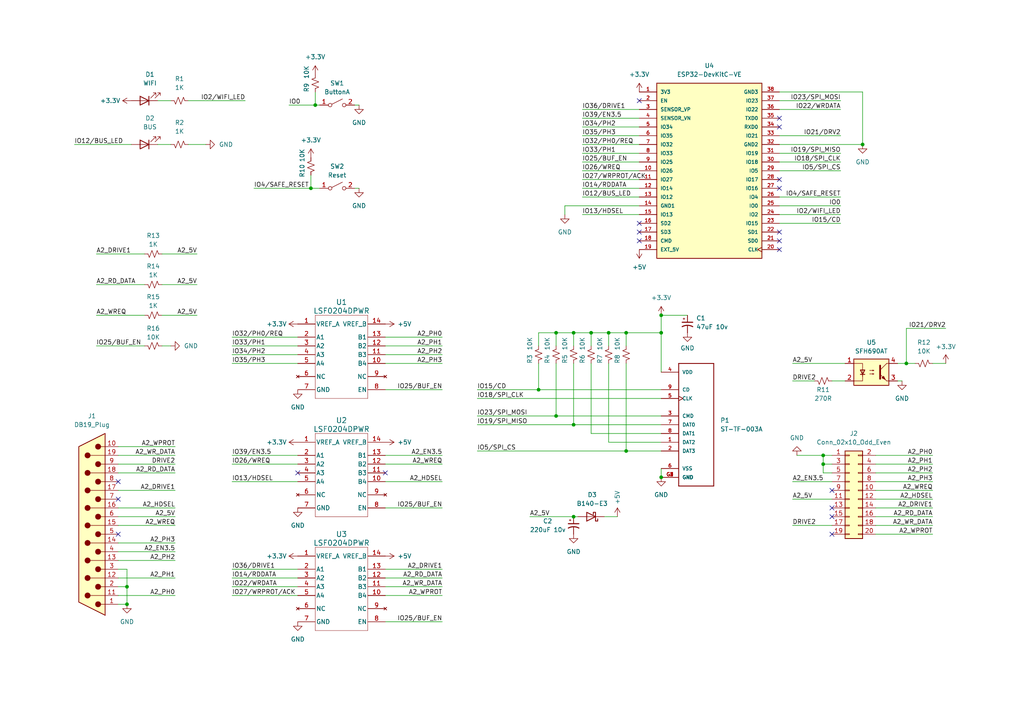
<source format=kicad_sch>
(kicad_sch (version 20230121) (generator eeschema)

  (uuid 163d4287-7276-444e-b8da-db04cfc3db51)

  (paper "A4")

  (title_block
    (title "FujiApple DevKit Combo")
    (date "2024-02-08")
    (rev "v1.0")
    (company "Chris Tersteeg")
  )

  (lib_symbols
    (symbol "2024-01-01_21-13-22:LSF0204DPWR" (pin_names (offset 0.254)) (in_bom yes) (on_board yes)
      (property "Reference" "U" (at 0 0 0)
        (effects (font (size 1.524 1.524)))
      )
      (property "Value" "LSF0204DPWR" (at 0 12.7 0)
        (effects (font (size 1.524 1.524)))
      )
      (property "Footprint" "PW0014A_N" (at 0 -13.97 0)
        (effects (font (size 1.27 1.27) italic) hide)
      )
      (property "Datasheet" "LSF0204DPWR" (at 0 -16.51 0)
        (effects (font (size 1.27 1.27) italic) hide)
      )
      (property "ki_locked" "" (at 0 0 0)
        (effects (font (size 1.27 1.27)))
      )
      (property "ki_keywords" "LSF0204DPWR" (at 0 0 0)
        (effects (font (size 1.27 1.27)) hide)
      )
      (property "ki_fp_filters" "PW0014A_N PW0014A_M PW0014A_L" (at 0 0 0)
        (effects (font (size 1.27 1.27)) hide)
      )
      (symbol "LSF0204DPWR_0_1"
        (polyline
          (pts
            (xy -7.62 -12.7)
            (xy 7.62 -12.7)
          )
          (stroke (width 0.1016) (type default))
          (fill (type none))
        )
        (polyline
          (pts
            (xy -7.62 11.43)
            (xy -7.62 -12.7)
          )
          (stroke (width 0.1016) (type default))
          (fill (type none))
        )
        (polyline
          (pts
            (xy 7.62 -12.7)
            (xy 7.62 11.43)
          )
          (stroke (width 0.1016) (type default))
          (fill (type none))
        )
        (polyline
          (pts
            (xy 7.62 11.43)
            (xy -7.62 11.43)
          )
          (stroke (width 0.1016) (type default))
          (fill (type none))
        )
        (pin power_in line (at -12.7 8.89 0) (length 5.08)
          (name "VREF_A" (effects (font (size 1.27 1.27))))
          (number "1" (effects (font (size 1.27 1.27))))
        )
        (pin bidirectional line (at 12.7 -2.54 180) (length 5.08)
          (name "B4" (effects (font (size 1.27 1.27))))
          (number "10" (effects (font (size 1.27 1.27))))
        )
        (pin bidirectional line (at 12.7 0 180) (length 5.08)
          (name "B3" (effects (font (size 1.27 1.27))))
          (number "11" (effects (font (size 1.27 1.27))))
        )
        (pin bidirectional line (at 12.7 2.54 180) (length 5.08)
          (name "B2" (effects (font (size 1.27 1.27))))
          (number "12" (effects (font (size 1.27 1.27))))
        )
        (pin bidirectional line (at 12.7 5.08 180) (length 5.08)
          (name "B1" (effects (font (size 1.27 1.27))))
          (number "13" (effects (font (size 1.27 1.27))))
        )
        (pin power_in line (at 12.7 8.89 180) (length 5.08)
          (name "VREF_B" (effects (font (size 1.27 1.27))))
          (number "14" (effects (font (size 1.27 1.27))))
        )
        (pin bidirectional line (at -12.7 5.08 0) (length 5.08)
          (name "A1" (effects (font (size 1.27 1.27))))
          (number "2" (effects (font (size 1.27 1.27))))
        )
        (pin bidirectional line (at -12.7 2.54 0) (length 5.08)
          (name "A2" (effects (font (size 1.27 1.27))))
          (number "3" (effects (font (size 1.27 1.27))))
        )
        (pin bidirectional line (at -12.7 0 0) (length 5.08)
          (name "A3" (effects (font (size 1.27 1.27))))
          (number "4" (effects (font (size 1.27 1.27))))
        )
        (pin bidirectional line (at -12.7 -2.54 0) (length 5.08)
          (name "A4" (effects (font (size 1.27 1.27))))
          (number "5" (effects (font (size 1.27 1.27))))
        )
        (pin power_in line (at -12.7 -10.16 0) (length 5.08)
          (name "GND" (effects (font (size 1.27 1.27))))
          (number "7" (effects (font (size 1.27 1.27))))
        )
        (pin input line (at 12.7 -10.16 180) (length 5.08)
          (name "EN" (effects (font (size 1.27 1.27))))
          (number "8" (effects (font (size 1.27 1.27))))
        )
      )
      (symbol "LSF0204DPWR_1_1"
        (pin no_connect line (at -12.7 -6.35 0) (length 5.08)
          (name "NC" (effects (font (size 1.27 1.27))))
          (number "6" (effects (font (size 1.27 1.27))))
        )
        (pin no_connect line (at 12.7 -6.35 180) (length 5.08)
          (name "NC" (effects (font (size 1.27 1.27))))
          (number "9" (effects (font (size 1.27 1.27))))
        )
      )
    )
    (symbol "Connector_Generic:Conn_02x10_Odd_Even" (pin_names (offset 1.016) hide) (in_bom yes) (on_board yes)
      (property "Reference" "J" (at 1.27 12.7 0)
        (effects (font (size 1.27 1.27)))
      )
      (property "Value" "Conn_02x10_Odd_Even" (at 1.27 -15.24 0)
        (effects (font (size 1.27 1.27)))
      )
      (property "Footprint" "" (at 0 0 0)
        (effects (font (size 1.27 1.27)) hide)
      )
      (property "Datasheet" "~" (at 0 0 0)
        (effects (font (size 1.27 1.27)) hide)
      )
      (property "ki_keywords" "connector" (at 0 0 0)
        (effects (font (size 1.27 1.27)) hide)
      )
      (property "ki_description" "Generic connector, double row, 02x10, odd/even pin numbering scheme (row 1 odd numbers, row 2 even numbers), script generated (kicad-library-utils/schlib/autogen/connector/)" (at 0 0 0)
        (effects (font (size 1.27 1.27)) hide)
      )
      (property "ki_fp_filters" "Connector*:*_2x??_*" (at 0 0 0)
        (effects (font (size 1.27 1.27)) hide)
      )
      (symbol "Conn_02x10_Odd_Even_1_1"
        (rectangle (start -1.27 -12.573) (end 0 -12.827)
          (stroke (width 0.1524) (type default))
          (fill (type none))
        )
        (rectangle (start -1.27 -10.033) (end 0 -10.287)
          (stroke (width 0.1524) (type default))
          (fill (type none))
        )
        (rectangle (start -1.27 -7.493) (end 0 -7.747)
          (stroke (width 0.1524) (type default))
          (fill (type none))
        )
        (rectangle (start -1.27 -4.953) (end 0 -5.207)
          (stroke (width 0.1524) (type default))
          (fill (type none))
        )
        (rectangle (start -1.27 -2.413) (end 0 -2.667)
          (stroke (width 0.1524) (type default))
          (fill (type none))
        )
        (rectangle (start -1.27 0.127) (end 0 -0.127)
          (stroke (width 0.1524) (type default))
          (fill (type none))
        )
        (rectangle (start -1.27 2.667) (end 0 2.413)
          (stroke (width 0.1524) (type default))
          (fill (type none))
        )
        (rectangle (start -1.27 5.207) (end 0 4.953)
          (stroke (width 0.1524) (type default))
          (fill (type none))
        )
        (rectangle (start -1.27 7.747) (end 0 7.493)
          (stroke (width 0.1524) (type default))
          (fill (type none))
        )
        (rectangle (start -1.27 10.287) (end 0 10.033)
          (stroke (width 0.1524) (type default))
          (fill (type none))
        )
        (rectangle (start -1.27 11.43) (end 3.81 -13.97)
          (stroke (width 0.254) (type default))
          (fill (type background))
        )
        (rectangle (start 3.81 -12.573) (end 2.54 -12.827)
          (stroke (width 0.1524) (type default))
          (fill (type none))
        )
        (rectangle (start 3.81 -10.033) (end 2.54 -10.287)
          (stroke (width 0.1524) (type default))
          (fill (type none))
        )
        (rectangle (start 3.81 -7.493) (end 2.54 -7.747)
          (stroke (width 0.1524) (type default))
          (fill (type none))
        )
        (rectangle (start 3.81 -4.953) (end 2.54 -5.207)
          (stroke (width 0.1524) (type default))
          (fill (type none))
        )
        (rectangle (start 3.81 -2.413) (end 2.54 -2.667)
          (stroke (width 0.1524) (type default))
          (fill (type none))
        )
        (rectangle (start 3.81 0.127) (end 2.54 -0.127)
          (stroke (width 0.1524) (type default))
          (fill (type none))
        )
        (rectangle (start 3.81 2.667) (end 2.54 2.413)
          (stroke (width 0.1524) (type default))
          (fill (type none))
        )
        (rectangle (start 3.81 5.207) (end 2.54 4.953)
          (stroke (width 0.1524) (type default))
          (fill (type none))
        )
        (rectangle (start 3.81 7.747) (end 2.54 7.493)
          (stroke (width 0.1524) (type default))
          (fill (type none))
        )
        (rectangle (start 3.81 10.287) (end 2.54 10.033)
          (stroke (width 0.1524) (type default))
          (fill (type none))
        )
        (pin passive line (at -5.08 10.16 0) (length 3.81)
          (name "Pin_1" (effects (font (size 1.27 1.27))))
          (number "1" (effects (font (size 1.27 1.27))))
        )
        (pin passive line (at 7.62 0 180) (length 3.81)
          (name "Pin_10" (effects (font (size 1.27 1.27))))
          (number "10" (effects (font (size 1.27 1.27))))
        )
        (pin passive line (at -5.08 -2.54 0) (length 3.81)
          (name "Pin_11" (effects (font (size 1.27 1.27))))
          (number "11" (effects (font (size 1.27 1.27))))
        )
        (pin passive line (at 7.62 -2.54 180) (length 3.81)
          (name "Pin_12" (effects (font (size 1.27 1.27))))
          (number "12" (effects (font (size 1.27 1.27))))
        )
        (pin passive line (at -5.08 -5.08 0) (length 3.81)
          (name "Pin_13" (effects (font (size 1.27 1.27))))
          (number "13" (effects (font (size 1.27 1.27))))
        )
        (pin passive line (at 7.62 -5.08 180) (length 3.81)
          (name "Pin_14" (effects (font (size 1.27 1.27))))
          (number "14" (effects (font (size 1.27 1.27))))
        )
        (pin passive line (at -5.08 -7.62 0) (length 3.81)
          (name "Pin_15" (effects (font (size 1.27 1.27))))
          (number "15" (effects (font (size 1.27 1.27))))
        )
        (pin passive line (at 7.62 -7.62 180) (length 3.81)
          (name "Pin_16" (effects (font (size 1.27 1.27))))
          (number "16" (effects (font (size 1.27 1.27))))
        )
        (pin passive line (at -5.08 -10.16 0) (length 3.81)
          (name "Pin_17" (effects (font (size 1.27 1.27))))
          (number "17" (effects (font (size 1.27 1.27))))
        )
        (pin passive line (at 7.62 -10.16 180) (length 3.81)
          (name "Pin_18" (effects (font (size 1.27 1.27))))
          (number "18" (effects (font (size 1.27 1.27))))
        )
        (pin passive line (at -5.08 -12.7 0) (length 3.81)
          (name "Pin_19" (effects (font (size 1.27 1.27))))
          (number "19" (effects (font (size 1.27 1.27))))
        )
        (pin passive line (at 7.62 10.16 180) (length 3.81)
          (name "Pin_2" (effects (font (size 1.27 1.27))))
          (number "2" (effects (font (size 1.27 1.27))))
        )
        (pin passive line (at 7.62 -12.7 180) (length 3.81)
          (name "Pin_20" (effects (font (size 1.27 1.27))))
          (number "20" (effects (font (size 1.27 1.27))))
        )
        (pin passive line (at -5.08 7.62 0) (length 3.81)
          (name "Pin_3" (effects (font (size 1.27 1.27))))
          (number "3" (effects (font (size 1.27 1.27))))
        )
        (pin passive line (at 7.62 7.62 180) (length 3.81)
          (name "Pin_4" (effects (font (size 1.27 1.27))))
          (number "4" (effects (font (size 1.27 1.27))))
        )
        (pin passive line (at -5.08 5.08 0) (length 3.81)
          (name "Pin_5" (effects (font (size 1.27 1.27))))
          (number "5" (effects (font (size 1.27 1.27))))
        )
        (pin passive line (at 7.62 5.08 180) (length 3.81)
          (name "Pin_6" (effects (font (size 1.27 1.27))))
          (number "6" (effects (font (size 1.27 1.27))))
        )
        (pin passive line (at -5.08 2.54 0) (length 3.81)
          (name "Pin_7" (effects (font (size 1.27 1.27))))
          (number "7" (effects (font (size 1.27 1.27))))
        )
        (pin passive line (at 7.62 2.54 180) (length 3.81)
          (name "Pin_8" (effects (font (size 1.27 1.27))))
          (number "8" (effects (font (size 1.27 1.27))))
        )
        (pin passive line (at -5.08 0 0) (length 3.81)
          (name "Pin_9" (effects (font (size 1.27 1.27))))
          (number "9" (effects (font (size 1.27 1.27))))
        )
      )
    )
    (symbol "Device:C_Polarized_Small_US" (pin_numbers hide) (pin_names (offset 0.254) hide) (in_bom yes) (on_board yes)
      (property "Reference" "C" (at 0.254 1.778 0)
        (effects (font (size 1.27 1.27)) (justify left))
      )
      (property "Value" "C_Polarized_Small_US" (at 0.254 -2.032 0)
        (effects (font (size 1.27 1.27)) (justify left))
      )
      (property "Footprint" "" (at 0 0 0)
        (effects (font (size 1.27 1.27)) hide)
      )
      (property "Datasheet" "~" (at 0 0 0)
        (effects (font (size 1.27 1.27)) hide)
      )
      (property "ki_keywords" "cap capacitor" (at 0 0 0)
        (effects (font (size 1.27 1.27)) hide)
      )
      (property "ki_description" "Polarized capacitor, small US symbol" (at 0 0 0)
        (effects (font (size 1.27 1.27)) hide)
      )
      (property "ki_fp_filters" "CP_*" (at 0 0 0)
        (effects (font (size 1.27 1.27)) hide)
      )
      (symbol "C_Polarized_Small_US_0_1"
        (polyline
          (pts
            (xy -1.524 0.508)
            (xy 1.524 0.508)
          )
          (stroke (width 0.3048) (type default))
          (fill (type none))
        )
        (polyline
          (pts
            (xy -1.27 1.524)
            (xy -0.762 1.524)
          )
          (stroke (width 0) (type default))
          (fill (type none))
        )
        (polyline
          (pts
            (xy -1.016 1.27)
            (xy -1.016 1.778)
          )
          (stroke (width 0) (type default))
          (fill (type none))
        )
        (arc (start 1.524 -0.762) (mid 0 -0.3734) (end -1.524 -0.762)
          (stroke (width 0.3048) (type default))
          (fill (type none))
        )
      )
      (symbol "C_Polarized_Small_US_1_1"
        (pin passive line (at 0 2.54 270) (length 2.032)
          (name "~" (effects (font (size 1.27 1.27))))
          (number "1" (effects (font (size 1.27 1.27))))
        )
        (pin passive line (at 0 -2.54 90) (length 2.032)
          (name "~" (effects (font (size 1.27 1.27))))
          (number "2" (effects (font (size 1.27 1.27))))
        )
      )
    )
    (symbol "Device:LED" (pin_numbers hide) (pin_names (offset 1.016) hide) (in_bom yes) (on_board yes)
      (property "Reference" "D" (at 0 2.54 0)
        (effects (font (size 1.27 1.27)))
      )
      (property "Value" "LED" (at 0 -2.54 0)
        (effects (font (size 1.27 1.27)))
      )
      (property "Footprint" "" (at 0 0 0)
        (effects (font (size 1.27 1.27)) hide)
      )
      (property "Datasheet" "~" (at 0 0 0)
        (effects (font (size 1.27 1.27)) hide)
      )
      (property "ki_keywords" "LED diode" (at 0 0 0)
        (effects (font (size 1.27 1.27)) hide)
      )
      (property "ki_description" "Light emitting diode" (at 0 0 0)
        (effects (font (size 1.27 1.27)) hide)
      )
      (property "ki_fp_filters" "LED* LED_SMD:* LED_THT:*" (at 0 0 0)
        (effects (font (size 1.27 1.27)) hide)
      )
      (symbol "LED_0_1"
        (polyline
          (pts
            (xy -1.27 -1.27)
            (xy -1.27 1.27)
          )
          (stroke (width 0.254) (type default))
          (fill (type none))
        )
        (polyline
          (pts
            (xy -1.27 0)
            (xy 1.27 0)
          )
          (stroke (width 0) (type default))
          (fill (type none))
        )
        (polyline
          (pts
            (xy 1.27 -1.27)
            (xy 1.27 1.27)
            (xy -1.27 0)
            (xy 1.27 -1.27)
          )
          (stroke (width 0.254) (type default))
          (fill (type none))
        )
        (polyline
          (pts
            (xy -3.048 -0.762)
            (xy -4.572 -2.286)
            (xy -3.81 -2.286)
            (xy -4.572 -2.286)
            (xy -4.572 -1.524)
          )
          (stroke (width 0) (type default))
          (fill (type none))
        )
        (polyline
          (pts
            (xy -1.778 -0.762)
            (xy -3.302 -2.286)
            (xy -2.54 -2.286)
            (xy -3.302 -2.286)
            (xy -3.302 -1.524)
          )
          (stroke (width 0) (type default))
          (fill (type none))
        )
      )
      (symbol "LED_1_1"
        (pin passive line (at -3.81 0 0) (length 2.54)
          (name "K" (effects (font (size 1.27 1.27))))
          (number "1" (effects (font (size 1.27 1.27))))
        )
        (pin passive line (at 3.81 0 180) (length 2.54)
          (name "A" (effects (font (size 1.27 1.27))))
          (number "2" (effects (font (size 1.27 1.27))))
        )
      )
    )
    (symbol "Device:R_Small_US" (pin_numbers hide) (pin_names (offset 0.254) hide) (in_bom yes) (on_board yes)
      (property "Reference" "R" (at 0.762 0.508 0)
        (effects (font (size 1.27 1.27)) (justify left))
      )
      (property "Value" "R_Small_US" (at 0.762 -1.016 0)
        (effects (font (size 1.27 1.27)) (justify left))
      )
      (property "Footprint" "" (at 0 0 0)
        (effects (font (size 1.27 1.27)) hide)
      )
      (property "Datasheet" "~" (at 0 0 0)
        (effects (font (size 1.27 1.27)) hide)
      )
      (property "ki_keywords" "r resistor" (at 0 0 0)
        (effects (font (size 1.27 1.27)) hide)
      )
      (property "ki_description" "Resistor, small US symbol" (at 0 0 0)
        (effects (font (size 1.27 1.27)) hide)
      )
      (property "ki_fp_filters" "R_*" (at 0 0 0)
        (effects (font (size 1.27 1.27)) hide)
      )
      (symbol "R_Small_US_1_1"
        (polyline
          (pts
            (xy 0 0)
            (xy 1.016 -0.381)
            (xy 0 -0.762)
            (xy -1.016 -1.143)
            (xy 0 -1.524)
          )
          (stroke (width 0) (type default))
          (fill (type none))
        )
        (polyline
          (pts
            (xy 0 1.524)
            (xy 1.016 1.143)
            (xy 0 0.762)
            (xy -1.016 0.381)
            (xy 0 0)
          )
          (stroke (width 0) (type default))
          (fill (type none))
        )
        (pin passive line (at 0 2.54 270) (length 1.016)
          (name "~" (effects (font (size 1.27 1.27))))
          (number "1" (effects (font (size 1.27 1.27))))
        )
        (pin passive line (at 0 -2.54 90) (length 1.016)
          (name "~" (effects (font (size 1.27 1.27))))
          (number "2" (effects (font (size 1.27 1.27))))
        )
      )
    )
    (symbol "Diode:B140-E3" (pin_numbers hide) (pin_names hide) (in_bom yes) (on_board yes)
      (property "Reference" "D" (at 0 2.54 0)
        (effects (font (size 1.27 1.27)))
      )
      (property "Value" "B140-E3" (at 0 -2.54 0)
        (effects (font (size 1.27 1.27)))
      )
      (property "Footprint" "Diode_SMD:D_SMA" (at 0 -4.445 0)
        (effects (font (size 1.27 1.27)) hide)
      )
      (property "Datasheet" "http://www.vishay.com/docs/88946/b120.pdf" (at 0 0 0)
        (effects (font (size 1.27 1.27)) hide)
      )
      (property "ki_keywords" "diode Schottky" (at 0 0 0)
        (effects (font (size 1.27 1.27)) hide)
      )
      (property "ki_description" "40V 1A Schottky Barrier Rectifier Diode, SMA(DO-214AC)" (at 0 0 0)
        (effects (font (size 1.27 1.27)) hide)
      )
      (property "ki_fp_filters" "D*SMA*" (at 0 0 0)
        (effects (font (size 1.27 1.27)) hide)
      )
      (symbol "B140-E3_0_1"
        (polyline
          (pts
            (xy 1.27 0)
            (xy -1.27 0)
          )
          (stroke (width 0) (type default))
          (fill (type none))
        )
        (polyline
          (pts
            (xy 1.27 1.27)
            (xy 1.27 -1.27)
            (xy -1.27 0)
            (xy 1.27 1.27)
          )
          (stroke (width 0.254) (type default))
          (fill (type none))
        )
        (polyline
          (pts
            (xy -1.905 0.635)
            (xy -1.905 1.27)
            (xy -1.27 1.27)
            (xy -1.27 -1.27)
            (xy -0.635 -1.27)
            (xy -0.635 -0.635)
          )
          (stroke (width 0.254) (type default))
          (fill (type none))
        )
      )
      (symbol "B140-E3_1_1"
        (pin passive line (at -3.81 0 0) (length 2.54)
          (name "K" (effects (font (size 1.27 1.27))))
          (number "1" (effects (font (size 1.27 1.27))))
        )
        (pin passive line (at 3.81 0 180) (length 2.54)
          (name "A" (effects (font (size 1.27 1.27))))
          (number "2" (effects (font (size 1.27 1.27))))
        )
      )
    )
    (symbol "ESP32-DEVKITC-32U:ESP32-DEVKITC-32U" (pin_names (offset 1.016)) (in_bom yes) (on_board yes)
      (property "Reference" "U" (at -15.2654 26.0604 0)
        (effects (font (size 1.27 1.27)) (justify left bottom))
      )
      (property "Value" "ESP32-DEVKITC-32U" (at -15.2654 -27.9654 0)
        (effects (font (size 1.27 1.27)) (justify left bottom))
      )
      (property "Footprint" "MODULE_ESP32-DEVKITC-32U" (at 0 0 0)
        (effects (font (size 1.27 1.27)) (justify left bottom) hide)
      )
      (property "Datasheet" "" (at 0 0 0)
        (effects (font (size 1.27 1.27)) (justify left bottom) hide)
      )
      (property "STANDARD" "Manufacturer Recommendations" (at 0 0 0)
        (effects (font (size 1.27 1.27)) (justify left bottom) hide)
      )
      (property "PARTREV" "N/A" (at 0 0 0)
        (effects (font (size 1.27 1.27)) (justify left bottom) hide)
      )
      (property "MANUFACTURER" "ESPRESSIF" (at 0 0 0)
        (effects (font (size 1.27 1.27)) (justify left bottom) hide)
      )
      (property "ki_locked" "" (at 0 0 0)
        (effects (font (size 1.27 1.27)))
      )
      (symbol "ESP32-DEVKITC-32U_0_0"
        (rectangle (start -15.24 -25.4) (end 15.24 25.4)
          (stroke (width 0.254) (type solid))
          (fill (type background))
        )
        (pin power_in line (at -20.32 22.86 0) (length 5.08)
          (name "3V3" (effects (font (size 1.016 1.016))))
          (number "1" (effects (font (size 1.016 1.016))))
        )
        (pin bidirectional line (at -20.32 0 0) (length 5.08)
          (name "IO26" (effects (font (size 1.016 1.016))))
          (number "10" (effects (font (size 1.016 1.016))))
        )
        (pin bidirectional line (at -20.32 -2.54 0) (length 5.08)
          (name "IO27" (effects (font (size 1.016 1.016))))
          (number "11" (effects (font (size 1.016 1.016))))
        )
        (pin bidirectional line (at -20.32 -5.08 0) (length 5.08)
          (name "IO14" (effects (font (size 1.016 1.016))))
          (number "12" (effects (font (size 1.016 1.016))))
        )
        (pin bidirectional line (at -20.32 -7.62 0) (length 5.08)
          (name "IO12" (effects (font (size 1.016 1.016))))
          (number "13" (effects (font (size 1.016 1.016))))
        )
        (pin power_in line (at -20.32 -10.16 0) (length 5.08)
          (name "GND1" (effects (font (size 1.016 1.016))))
          (number "14" (effects (font (size 1.016 1.016))))
        )
        (pin bidirectional line (at -20.32 -12.7 0) (length 5.08)
          (name "IO13" (effects (font (size 1.016 1.016))))
          (number "15" (effects (font (size 1.016 1.016))))
        )
        (pin bidirectional line (at -20.32 -15.24 0) (length 5.08)
          (name "SD2" (effects (font (size 1.016 1.016))))
          (number "16" (effects (font (size 1.016 1.016))))
        )
        (pin bidirectional line (at -20.32 -17.78 0) (length 5.08)
          (name "SD3" (effects (font (size 1.016 1.016))))
          (number "17" (effects (font (size 1.016 1.016))))
        )
        (pin bidirectional line (at -20.32 -20.32 0) (length 5.08)
          (name "CMD" (effects (font (size 1.016 1.016))))
          (number "18" (effects (font (size 1.016 1.016))))
        )
        (pin power_in line (at -20.32 -22.86 0) (length 5.08)
          (name "EXT_5V" (effects (font (size 1.016 1.016))))
          (number "19" (effects (font (size 1.016 1.016))))
        )
        (pin input line (at -20.32 20.32 0) (length 5.08)
          (name "EN" (effects (font (size 1.016 1.016))))
          (number "2" (effects (font (size 1.016 1.016))))
        )
        (pin input clock (at 20.32 -22.86 180) (length 5.08)
          (name "CLK" (effects (font (size 1.016 1.016))))
          (number "20" (effects (font (size 1.016 1.016))))
        )
        (pin bidirectional line (at 20.32 -20.32 180) (length 5.08)
          (name "SD0" (effects (font (size 1.016 1.016))))
          (number "21" (effects (font (size 1.016 1.016))))
        )
        (pin bidirectional line (at 20.32 -17.78 180) (length 5.08)
          (name "SD1" (effects (font (size 1.016 1.016))))
          (number "22" (effects (font (size 1.016 1.016))))
        )
        (pin bidirectional line (at 20.32 -15.24 180) (length 5.08)
          (name "IO15" (effects (font (size 1.016 1.016))))
          (number "23" (effects (font (size 1.016 1.016))))
        )
        (pin bidirectional line (at 20.32 -12.7 180) (length 5.08)
          (name "IO2" (effects (font (size 1.016 1.016))))
          (number "24" (effects (font (size 1.016 1.016))))
        )
        (pin bidirectional line (at 20.32 -10.16 180) (length 5.08)
          (name "IO0" (effects (font (size 1.016 1.016))))
          (number "25" (effects (font (size 1.016 1.016))))
        )
        (pin bidirectional line (at 20.32 -7.62 180) (length 5.08)
          (name "IO4" (effects (font (size 1.016 1.016))))
          (number "26" (effects (font (size 1.016 1.016))))
        )
        (pin bidirectional line (at 20.32 -5.08 180) (length 5.08)
          (name "IO16" (effects (font (size 1.016 1.016))))
          (number "27" (effects (font (size 1.016 1.016))))
        )
        (pin bidirectional line (at 20.32 -2.54 180) (length 5.08)
          (name "IO17" (effects (font (size 1.016 1.016))))
          (number "28" (effects (font (size 1.016 1.016))))
        )
        (pin bidirectional line (at 20.32 0 180) (length 5.08)
          (name "IO5" (effects (font (size 1.016 1.016))))
          (number "29" (effects (font (size 1.016 1.016))))
        )
        (pin input line (at -20.32 17.78 0) (length 5.08)
          (name "SENSOR_VP" (effects (font (size 1.016 1.016))))
          (number "3" (effects (font (size 1.016 1.016))))
        )
        (pin bidirectional line (at 20.32 2.54 180) (length 5.08)
          (name "IO18" (effects (font (size 1.016 1.016))))
          (number "30" (effects (font (size 1.016 1.016))))
        )
        (pin bidirectional line (at 20.32 5.08 180) (length 5.08)
          (name "IO19" (effects (font (size 1.016 1.016))))
          (number "31" (effects (font (size 1.016 1.016))))
        )
        (pin power_in line (at 20.32 7.62 180) (length 5.08)
          (name "GND2" (effects (font (size 1.016 1.016))))
          (number "32" (effects (font (size 1.016 1.016))))
        )
        (pin bidirectional line (at 20.32 10.16 180) (length 5.08)
          (name "IO21" (effects (font (size 1.016 1.016))))
          (number "33" (effects (font (size 1.016 1.016))))
        )
        (pin input line (at 20.32 12.7 180) (length 5.08)
          (name "RXD0" (effects (font (size 1.016 1.016))))
          (number "34" (effects (font (size 1.016 1.016))))
        )
        (pin output line (at 20.32 15.24 180) (length 5.08)
          (name "TXD0" (effects (font (size 1.016 1.016))))
          (number "35" (effects (font (size 1.016 1.016))))
        )
        (pin bidirectional line (at 20.32 17.78 180) (length 5.08)
          (name "IO22" (effects (font (size 1.016 1.016))))
          (number "36" (effects (font (size 1.016 1.016))))
        )
        (pin bidirectional line (at 20.32 20.32 180) (length 5.08)
          (name "IO23" (effects (font (size 1.016 1.016))))
          (number "37" (effects (font (size 1.016 1.016))))
        )
        (pin power_in line (at 20.32 22.86 180) (length 5.08)
          (name "GND3" (effects (font (size 1.016 1.016))))
          (number "38" (effects (font (size 1.016 1.016))))
        )
        (pin input line (at -20.32 15.24 0) (length 5.08)
          (name "SENSOR_VN" (effects (font (size 1.016 1.016))))
          (number "4" (effects (font (size 1.016 1.016))))
        )
        (pin bidirectional line (at -20.32 12.7 0) (length 5.08)
          (name "IO34" (effects (font (size 1.016 1.016))))
          (number "5" (effects (font (size 1.016 1.016))))
        )
        (pin bidirectional line (at -20.32 10.16 0) (length 5.08)
          (name "IO35" (effects (font (size 1.016 1.016))))
          (number "6" (effects (font (size 1.016 1.016))))
        )
        (pin bidirectional line (at -20.32 7.62 0) (length 5.08)
          (name "IO32" (effects (font (size 1.016 1.016))))
          (number "7" (effects (font (size 1.016 1.016))))
        )
        (pin bidirectional line (at -20.32 5.08 0) (length 5.08)
          (name "IO33" (effects (font (size 1.016 1.016))))
          (number "8" (effects (font (size 1.016 1.016))))
        )
        (pin bidirectional line (at -20.32 2.54 0) (length 5.08)
          (name "IO25" (effects (font (size 1.016 1.016))))
          (number "9" (effects (font (size 1.016 1.016))))
        )
      )
    )
    (symbol "GND_1" (power) (pin_names (offset 0)) (in_bom yes) (on_board yes)
      (property "Reference" "#PWR" (at 0 -6.35 0)
        (effects (font (size 1.27 1.27)) hide)
      )
      (property "Value" "GND_1" (at 0 -3.81 0)
        (effects (font (size 1.27 1.27)))
      )
      (property "Footprint" "" (at 0 0 0)
        (effects (font (size 1.27 1.27)) hide)
      )
      (property "Datasheet" "" (at 0 0 0)
        (effects (font (size 1.27 1.27)) hide)
      )
      (property "ki_keywords" "global power" (at 0 0 0)
        (effects (font (size 1.27 1.27)) hide)
      )
      (property "ki_description" "Power symbol creates a global label with name \"GND\" , ground" (at 0 0 0)
        (effects (font (size 1.27 1.27)) hide)
      )
      (symbol "GND_1_0_1"
        (polyline
          (pts
            (xy 0 0)
            (xy 0 -1.27)
            (xy 1.27 -1.27)
            (xy 0 -2.54)
            (xy -1.27 -1.27)
            (xy 0 -1.27)
          )
          (stroke (width 0) (type default))
          (fill (type none))
        )
      )
      (symbol "GND_1_1_1"
        (pin power_in line (at 0 0 270) (length 0) hide
          (name "GND" (effects (font (size 1.27 1.27))))
          (number "1" (effects (font (size 1.27 1.27))))
        )
      )
    )
    (symbol "Isolator:TLP291" (in_bom yes) (on_board yes)
      (property "Reference" "U" (at -5.08 5.08 0)
        (effects (font (size 1.27 1.27)) (justify left))
      )
      (property "Value" "TLP291" (at 0 5.08 0)
        (effects (font (size 1.27 1.27)) (justify left))
      )
      (property "Footprint" "Package_SO:SOIC-4_4.55x2.6mm_P1.27mm" (at -5.08 -5.08 0)
        (effects (font (size 1.27 1.27) italic) (justify left) hide)
      )
      (property "Datasheet" "https://toshiba.semicon-storage.com/info/docget.jsp?did=12884&prodName=TLP291" (at 0 0 0)
        (effects (font (size 1.27 1.27)) (justify left) hide)
      )
      (property "ki_keywords" "NPN DC Optocoupler" (at 0 0 0)
        (effects (font (size 1.27 1.27)) hide)
      )
      (property "ki_description" "DC Optocoupler, Vce 80V, CTR 50-100%, SOP4" (at 0 0 0)
        (effects (font (size 1.27 1.27)) hide)
      )
      (property "ki_fp_filters" "SOIC*4.55x2.6mm*P1.27mm*" (at 0 0 0)
        (effects (font (size 1.27 1.27)) hide)
      )
      (symbol "TLP291_0_1"
        (rectangle (start -5.08 3.81) (end 5.08 -3.81)
          (stroke (width 0.254) (type default))
          (fill (type background))
        )
        (polyline
          (pts
            (xy -3.175 -0.635)
            (xy -1.905 -0.635)
          )
          (stroke (width 0.254) (type default))
          (fill (type none))
        )
        (polyline
          (pts
            (xy 2.54 0.635)
            (xy 4.445 2.54)
          )
          (stroke (width 0) (type default))
          (fill (type none))
        )
        (polyline
          (pts
            (xy 4.445 -2.54)
            (xy 2.54 -0.635)
          )
          (stroke (width 0) (type default))
          (fill (type outline))
        )
        (polyline
          (pts
            (xy 4.445 -2.54)
            (xy 5.08 -2.54)
          )
          (stroke (width 0) (type default))
          (fill (type none))
        )
        (polyline
          (pts
            (xy 4.445 2.54)
            (xy 5.08 2.54)
          )
          (stroke (width 0) (type default))
          (fill (type none))
        )
        (polyline
          (pts
            (xy -2.54 -0.635)
            (xy -2.54 -2.54)
            (xy -5.08 -2.54)
          )
          (stroke (width 0) (type default))
          (fill (type none))
        )
        (polyline
          (pts
            (xy 2.54 1.905)
            (xy 2.54 -1.905)
            (xy 2.54 -1.905)
          )
          (stroke (width 0.508) (type default))
          (fill (type none))
        )
        (polyline
          (pts
            (xy -5.08 2.54)
            (xy -2.54 2.54)
            (xy -2.54 -1.27)
            (xy -2.54 0.635)
          )
          (stroke (width 0) (type default))
          (fill (type none))
        )
        (polyline
          (pts
            (xy -2.54 -0.635)
            (xy -3.175 0.635)
            (xy -1.905 0.635)
            (xy -2.54 -0.635)
          )
          (stroke (width 0.254) (type default))
          (fill (type none))
        )
        (polyline
          (pts
            (xy -0.508 -0.508)
            (xy 0.762 -0.508)
            (xy 0.381 -0.635)
            (xy 0.381 -0.381)
            (xy 0.762 -0.508)
          )
          (stroke (width 0) (type default))
          (fill (type none))
        )
        (polyline
          (pts
            (xy -0.508 0.508)
            (xy 0.762 0.508)
            (xy 0.381 0.381)
            (xy 0.381 0.635)
            (xy 0.762 0.508)
          )
          (stroke (width 0) (type default))
          (fill (type none))
        )
        (polyline
          (pts
            (xy 3.048 -1.651)
            (xy 3.556 -1.143)
            (xy 4.064 -2.159)
            (xy 3.048 -1.651)
            (xy 3.048 -1.651)
          )
          (stroke (width 0) (type default))
          (fill (type outline))
        )
      )
      (symbol "TLP291_1_1"
        (pin passive line (at -7.62 2.54 0) (length 2.54)
          (name "~" (effects (font (size 1.27 1.27))))
          (number "1" (effects (font (size 1.27 1.27))))
        )
        (pin passive line (at -7.62 -2.54 0) (length 2.54)
          (name "~" (effects (font (size 1.27 1.27))))
          (number "2" (effects (font (size 1.27 1.27))))
        )
        (pin passive line (at 7.62 -2.54 180) (length 2.54)
          (name "~" (effects (font (size 1.27 1.27))))
          (number "3" (effects (font (size 1.27 1.27))))
        )
        (pin passive line (at 7.62 2.54 180) (length 2.54)
          (name "~" (effects (font (size 1.27 1.27))))
          (number "4" (effects (font (size 1.27 1.27))))
        )
      )
    )
    (symbol "ST-TF-003A:ST-TF-003A" (pin_names (offset 1.016)) (in_bom yes) (on_board yes)
      (property "Reference" "P" (at 0 17.8054 0)
        (effects (font (size 1.27 1.27)) (justify left bottom))
      )
      (property "Value" "ST-TF-003A" (at 0 -20.3454 0)
        (effects (font (size 1.27 1.27)) (justify left bottom))
      )
      (property "Footprint" "SUNTECH_ST-TF-003A" (at 0 0 0)
        (effects (font (size 1.27 1.27)) (justify left bottom) hide)
      )
      (property "Datasheet" "" (at 0 0 0)
        (effects (font (size 1.27 1.27)) (justify left bottom) hide)
      )
      (property "MANUFACTURER" "Suntech" (at 0 0 0)
        (effects (font (size 1.27 1.27)) (justify left bottom) hide)
      )
      (property "ki_locked" "" (at 0 0 0)
        (effects (font (size 1.27 1.27)))
      )
      (symbol "ST-TF-003A_0_0"
        (polyline
          (pts
            (xy 0 -17.78)
            (xy 0 17.78)
          )
          (stroke (width 0.254) (type solid))
          (fill (type none))
        )
        (polyline
          (pts
            (xy 0 17.78)
            (xy 10.16 17.78)
          )
          (stroke (width 0.254) (type solid))
          (fill (type none))
        )
        (polyline
          (pts
            (xy 10.16 -17.78)
            (xy 0 -17.78)
          )
          (stroke (width 0.254) (type solid))
          (fill (type none))
        )
        (polyline
          (pts
            (xy 10.16 17.78)
            (xy 10.16 -17.78)
          )
          (stroke (width 0.254) (type solid))
          (fill (type none))
        )
        (pin bidirectional line (at -5.08 -5.08 0) (length 5.08)
          (name "DAT2" (effects (font (size 1.016 1.016))))
          (number "1" (effects (font (size 1.016 1.016))))
        )
        (pin bidirectional line (at -5.08 -7.62 0) (length 5.08)
          (name "DAT3" (effects (font (size 1.016 1.016))))
          (number "2" (effects (font (size 1.016 1.016))))
        )
        (pin bidirectional line (at -5.08 2.54 0) (length 5.08)
          (name "CMD" (effects (font (size 1.016 1.016))))
          (number "3" (effects (font (size 1.016 1.016))))
        )
        (pin power_in line (at -5.08 15.24 0) (length 5.08)
          (name "VDD" (effects (font (size 1.016 1.016))))
          (number "4" (effects (font (size 1.016 1.016))))
        )
        (pin input clock (at -5.08 7.62 0) (length 5.08)
          (name "CLK" (effects (font (size 1.016 1.016))))
          (number "5" (effects (font (size 1.016 1.016))))
        )
        (pin passive line (at -5.08 -12.7 0) (length 5.08)
          (name "VSS" (effects (font (size 1.016 1.016))))
          (number "6" (effects (font (size 1.016 1.016))))
        )
        (pin bidirectional line (at -5.08 0 0) (length 5.08)
          (name "DAT0" (effects (font (size 1.016 1.016))))
          (number "7" (effects (font (size 1.016 1.016))))
        )
        (pin bidirectional line (at -5.08 -2.54 0) (length 5.08)
          (name "DAT1" (effects (font (size 1.016 1.016))))
          (number "8" (effects (font (size 1.016 1.016))))
        )
        (pin input line (at -5.08 10.16 0) (length 5.08)
          (name "CD" (effects (font (size 1.016 1.016))))
          (number "9" (effects (font (size 1.016 1.016))))
        )
        (pin passive line (at -5.08 -15.24 0) (length 5.08)
          (name "GND" (effects (font (size 1.016 1.016))))
          (number "G2" (effects (font (size 1.016 1.016))))
        )
        (pin passive line (at -5.08 -15.24 0) (length 5.08)
          (name "GND" (effects (font (size 1.016 1.016))))
          (number "G3" (effects (font (size 1.016 1.016))))
        )
        (pin passive line (at -5.08 -15.24 0) (length 5.08)
          (name "GND" (effects (font (size 1.016 1.016))))
          (number "G4" (effects (font (size 1.016 1.016))))
        )
      )
      (symbol "ST-TF-003A_1_0"
        (pin passive line (at -5.08 -15.24 0) (length 5.08)
          (name "GND" (effects (font (size 1.016 1.016))))
          (number "G1" (effects (font (size 1.016 1.016))))
        )
      )
    )
    (symbol "Switch:SW_SPST" (pin_names (offset 0) hide) (in_bom yes) (on_board yes)
      (property "Reference" "SW" (at 0 3.175 0)
        (effects (font (size 1.27 1.27)))
      )
      (property "Value" "SW_SPST" (at 0 -2.54 0)
        (effects (font (size 1.27 1.27)))
      )
      (property "Footprint" "" (at 0 0 0)
        (effects (font (size 1.27 1.27)) hide)
      )
      (property "Datasheet" "~" (at 0 0 0)
        (effects (font (size 1.27 1.27)) hide)
      )
      (property "ki_keywords" "switch lever" (at 0 0 0)
        (effects (font (size 1.27 1.27)) hide)
      )
      (property "ki_description" "Single Pole Single Throw (SPST) switch" (at 0 0 0)
        (effects (font (size 1.27 1.27)) hide)
      )
      (symbol "SW_SPST_0_0"
        (circle (center -2.032 0) (radius 0.508)
          (stroke (width 0) (type default))
          (fill (type none))
        )
        (polyline
          (pts
            (xy -1.524 0.254)
            (xy 1.524 1.778)
          )
          (stroke (width 0) (type default))
          (fill (type none))
        )
        (circle (center 2.032 0) (radius 0.508)
          (stroke (width 0) (type default))
          (fill (type none))
        )
      )
      (symbol "SW_SPST_1_1"
        (pin passive line (at -5.08 0 0) (length 2.54)
          (name "A" (effects (font (size 1.27 1.27))))
          (number "1" (effects (font (size 1.27 1.27))))
        )
        (pin passive line (at 5.08 0 180) (length 2.54)
          (name "B" (effects (font (size 1.27 1.27))))
          (number "2" (effects (font (size 1.27 1.27))))
        )
      )
    )
    (symbol "Tersteeg:DB19_Plug" (pin_names (offset 1.016) hide) (in_bom yes) (on_board yes)
      (property "Reference" "J" (at 0 34.29 0)
        (effects (font (size 1.27 1.27)))
      )
      (property "Value" "DB19_Plug" (at 1.27 -27.305 0)
        (effects (font (size 1.27 1.27)))
      )
      (property "Footprint" "" (at 1.27 7.62 0)
        (effects (font (size 1.27 1.27)) hide)
      )
      (property "Datasheet" " ~" (at 1.27 7.62 0)
        (effects (font (size 1.27 1.27)) hide)
      )
      (property "ki_keywords" "male plug D-SUB connector" (at 0 0 0)
        (effects (font (size 1.27 1.27)) hide)
      )
      (property "ki_description" "19-pin male plug pin D-SUB connector" (at 0 0 0)
        (effects (font (size 1.27 1.27)) hide)
      )
      (property "ki_fp_filters" "DSUB*Male*" (at 0 0 0)
        (effects (font (size 1.27 1.27)) hide)
      )
      (symbol "DB19_Plug_0_1"
        (circle (center -0.508 -22.86) (radius 0.762)
          (stroke (width 0) (type default))
          (fill (type outline))
        )
        (circle (center -0.508 -17.78) (radius 0.762)
          (stroke (width 0) (type default))
          (fill (type outline))
        )
        (circle (center -0.508 -12.7) (radius 0.762)
          (stroke (width 0) (type default))
          (fill (type outline))
        )
        (circle (center -0.508 -7.62) (radius 0.762)
          (stroke (width 0) (type default))
          (fill (type outline))
        )
        (circle (center -0.508 -2.54) (radius 0.762)
          (stroke (width 0) (type default))
          (fill (type outline))
        )
        (circle (center -0.508 2.54) (radius 0.762)
          (stroke (width 0) (type default))
          (fill (type outline))
        )
        (circle (center -0.508 7.62) (radius 0.762)
          (stroke (width 0) (type default))
          (fill (type outline))
        )
        (circle (center -0.508 12.7) (radius 0.762)
          (stroke (width 0) (type default))
          (fill (type outline))
        )
        (circle (center -0.508 17.78) (radius 0.762)
          (stroke (width 0) (type default))
          (fill (type outline))
        )
        (circle (center -0.508 22.86) (radius 0.762)
          (stroke (width 0) (type default))
          (fill (type outline))
        )
        (polyline
          (pts
            (xy -2.54 -22.86)
            (xy -1.27 -22.86)
          )
          (stroke (width 0) (type default))
          (fill (type none))
        )
        (polyline
          (pts
            (xy -2.54 -20.32)
            (xy 1.778 -20.32)
          )
          (stroke (width 0) (type default))
          (fill (type none))
        )
        (polyline
          (pts
            (xy -2.54 -17.78)
            (xy -1.27 -17.78)
          )
          (stroke (width 0) (type default))
          (fill (type none))
        )
        (polyline
          (pts
            (xy -2.54 -15.24)
            (xy 1.778 -15.24)
          )
          (stroke (width 0) (type default))
          (fill (type none))
        )
        (polyline
          (pts
            (xy -2.54 -12.7)
            (xy -1.27 -12.7)
          )
          (stroke (width 0) (type default))
          (fill (type none))
        )
        (polyline
          (pts
            (xy -2.54 -10.16)
            (xy 1.778 -10.16)
          )
          (stroke (width 0) (type default))
          (fill (type none))
        )
        (polyline
          (pts
            (xy -2.54 -7.62)
            (xy -1.27 -7.62)
          )
          (stroke (width 0) (type default))
          (fill (type none))
        )
        (polyline
          (pts
            (xy -2.54 -5.08)
            (xy 1.778 -5.08)
          )
          (stroke (width 0) (type default))
          (fill (type none))
        )
        (polyline
          (pts
            (xy -2.54 -2.54)
            (xy -1.27 -2.54)
          )
          (stroke (width 0) (type default))
          (fill (type none))
        )
        (polyline
          (pts
            (xy -2.54 0)
            (xy 1.778 0)
          )
          (stroke (width 0) (type default))
          (fill (type none))
        )
        (polyline
          (pts
            (xy -2.54 2.54)
            (xy -1.27 2.54)
          )
          (stroke (width 0) (type default))
          (fill (type none))
        )
        (polyline
          (pts
            (xy -2.54 5.08)
            (xy 1.778 5.08)
          )
          (stroke (width 0) (type default))
          (fill (type none))
        )
        (polyline
          (pts
            (xy -2.54 7.62)
            (xy -1.27 7.62)
          )
          (stroke (width 0) (type default))
          (fill (type none))
        )
        (polyline
          (pts
            (xy -2.54 10.16)
            (xy 1.778 10.16)
          )
          (stroke (width 0) (type default))
          (fill (type none))
        )
        (polyline
          (pts
            (xy -2.54 12.7)
            (xy -1.27 12.7)
          )
          (stroke (width 0) (type default))
          (fill (type none))
        )
        (polyline
          (pts
            (xy -2.54 15.24)
            (xy 1.778 15.24)
          )
          (stroke (width 0) (type default))
          (fill (type none))
        )
        (polyline
          (pts
            (xy -2.54 17.78)
            (xy -1.27 17.78)
          )
          (stroke (width 0) (type default))
          (fill (type none))
        )
        (polyline
          (pts
            (xy -2.54 20.32)
            (xy 1.778 20.32)
          )
          (stroke (width 0) (type default))
          (fill (type none))
        )
        (polyline
          (pts
            (xy -2.54 22.86)
            (xy -1.27 22.86)
          )
          (stroke (width 0) (type default))
          (fill (type none))
        )
        (polyline
          (pts
            (xy -2.54 -26.035)
            (xy 5.08 -22.225)
            (xy 5.08 22.86)
            (xy -2.54 26.67)
            (xy -2.54 -26.035)
          )
          (stroke (width 0.254) (type default))
          (fill (type background))
        )
        (circle (center 2.54 -20.32) (radius 0.762)
          (stroke (width 0) (type default))
          (fill (type outline))
        )
        (circle (center 2.54 -15.24) (radius 0.762)
          (stroke (width 0) (type default))
          (fill (type outline))
        )
        (circle (center 2.54 -10.16) (radius 0.762)
          (stroke (width 0) (type default))
          (fill (type outline))
        )
        (circle (center 2.54 -5.08) (radius 0.762)
          (stroke (width 0) (type default))
          (fill (type outline))
        )
        (circle (center 2.54 0) (radius 0.762)
          (stroke (width 0) (type default))
          (fill (type outline))
        )
        (circle (center 2.54 5.08) (radius 0.762)
          (stroke (width 0) (type default))
          (fill (type outline))
        )
        (circle (center 2.54 10.16) (radius 0.762)
          (stroke (width 0) (type default))
          (fill (type outline))
        )
        (circle (center 2.54 15.24) (radius 0.762)
          (stroke (width 0) (type default))
          (fill (type outline))
        )
        (circle (center 2.54 20.32) (radius 0.762)
          (stroke (width 0) (type default))
          (fill (type outline))
        )
      )
      (symbol "DB19_Plug_1_1"
        (pin passive line (at -6.35 -22.86 0) (length 3.81)
          (name "1" (effects (font (size 1.27 1.27))))
          (number "1" (effects (font (size 1.27 1.27))))
        )
        (pin passive line (at -6.35 22.86 0) (length 3.81)
          (name "10" (effects (font (size 1.27 1.27))))
          (number "10" (effects (font (size 1.27 1.27))))
        )
        (pin passive line (at -6.35 -20.32 0) (length 3.81)
          (name "P11" (effects (font (size 1.27 1.27))))
          (number "11" (effects (font (size 1.27 1.27))))
        )
        (pin passive line (at -6.35 -15.24 0) (length 3.81)
          (name "P12" (effects (font (size 1.27 1.27))))
          (number "12" (effects (font (size 1.27 1.27))))
        )
        (pin passive line (at -6.35 -10.16 0) (length 3.81)
          (name "P13" (effects (font (size 1.27 1.27))))
          (number "13" (effects (font (size 1.27 1.27))))
        )
        (pin passive line (at -6.35 -5.08 0) (length 3.81)
          (name "P14" (effects (font (size 1.27 1.27))))
          (number "14" (effects (font (size 1.27 1.27))))
        )
        (pin passive line (at -6.35 0 0) (length 3.81)
          (name "P15" (effects (font (size 1.27 1.27))))
          (number "15" (effects (font (size 1.27 1.27))))
        )
        (pin passive line (at -6.35 5.08 0) (length 3.81)
          (name "P16" (effects (font (size 1.27 1.27))))
          (number "16" (effects (font (size 1.27 1.27))))
        )
        (pin passive line (at -6.35 10.16 0) (length 3.81)
          (name "P17" (effects (font (size 1.27 1.27))))
          (number "17" (effects (font (size 1.27 1.27))))
        )
        (pin passive line (at -6.35 15.24 0) (length 3.81)
          (name "P18" (effects (font (size 1.27 1.27))))
          (number "18" (effects (font (size 1.27 1.27))))
        )
        (pin passive line (at -6.35 20.32 0) (length 3.81)
          (name "P19" (effects (font (size 1.27 1.27))))
          (number "19" (effects (font (size 1.27 1.27))))
        )
        (pin passive line (at -6.35 -17.78 0) (length 3.81)
          (name "2" (effects (font (size 1.27 1.27))))
          (number "2" (effects (font (size 1.27 1.27))))
        )
        (pin passive line (at -6.35 -12.7 0) (length 3.81)
          (name "3" (effects (font (size 1.27 1.27))))
          (number "3" (effects (font (size 1.27 1.27))))
        )
        (pin passive line (at -6.35 -7.62 0) (length 3.81)
          (name "4" (effects (font (size 1.27 1.27))))
          (number "4" (effects (font (size 1.27 1.27))))
        )
        (pin passive line (at -6.35 -2.54 0) (length 3.81)
          (name "5" (effects (font (size 1.27 1.27))))
          (number "5" (effects (font (size 1.27 1.27))))
        )
        (pin passive line (at -6.35 2.54 0) (length 3.81)
          (name "6" (effects (font (size 1.27 1.27))))
          (number "6" (effects (font (size 1.27 1.27))))
        )
        (pin passive line (at -6.35 7.62 0) (length 3.81)
          (name "7" (effects (font (size 1.27 1.27))))
          (number "7" (effects (font (size 1.27 1.27))))
        )
        (pin passive line (at -6.35 12.7 0) (length 3.81)
          (name "8" (effects (font (size 1.27 1.27))))
          (number "8" (effects (font (size 1.27 1.27))))
        )
        (pin passive line (at -6.35 17.78 0) (length 3.81)
          (name "9" (effects (font (size 1.27 1.27))))
          (number "9" (effects (font (size 1.27 1.27))))
        )
      )
    )
    (symbol "power:+3.3V" (power) (pin_names (offset 0)) (in_bom yes) (on_board yes)
      (property "Reference" "#PWR" (at 0 -3.81 0)
        (effects (font (size 1.27 1.27)) hide)
      )
      (property "Value" "+3.3V" (at 0 3.556 0)
        (effects (font (size 1.27 1.27)))
      )
      (property "Footprint" "" (at 0 0 0)
        (effects (font (size 1.27 1.27)) hide)
      )
      (property "Datasheet" "" (at 0 0 0)
        (effects (font (size 1.27 1.27)) hide)
      )
      (property "ki_keywords" "global power" (at 0 0 0)
        (effects (font (size 1.27 1.27)) hide)
      )
      (property "ki_description" "Power symbol creates a global label with name \"+3.3V\"" (at 0 0 0)
        (effects (font (size 1.27 1.27)) hide)
      )
      (symbol "+3.3V_0_1"
        (polyline
          (pts
            (xy -0.762 1.27)
            (xy 0 2.54)
          )
          (stroke (width 0) (type default))
          (fill (type none))
        )
        (polyline
          (pts
            (xy 0 0)
            (xy 0 2.54)
          )
          (stroke (width 0) (type default))
          (fill (type none))
        )
        (polyline
          (pts
            (xy 0 2.54)
            (xy 0.762 1.27)
          )
          (stroke (width 0) (type default))
          (fill (type none))
        )
      )
      (symbol "+3.3V_1_1"
        (pin power_in line (at 0 0 90) (length 0) hide
          (name "+3.3V" (effects (font (size 1.27 1.27))))
          (number "1" (effects (font (size 1.27 1.27))))
        )
      )
    )
    (symbol "power:+5V" (power) (pin_names (offset 0)) (in_bom yes) (on_board yes)
      (property "Reference" "#PWR" (at 0 -3.81 0)
        (effects (font (size 1.27 1.27)) hide)
      )
      (property "Value" "+5V" (at 0 3.556 0)
        (effects (font (size 1.27 1.27)))
      )
      (property "Footprint" "" (at 0 0 0)
        (effects (font (size 1.27 1.27)) hide)
      )
      (property "Datasheet" "" (at 0 0 0)
        (effects (font (size 1.27 1.27)) hide)
      )
      (property "ki_keywords" "power-flag" (at 0 0 0)
        (effects (font (size 1.27 1.27)) hide)
      )
      (property "ki_description" "Power symbol creates a global label with name \"+5V\"" (at 0 0 0)
        (effects (font (size 1.27 1.27)) hide)
      )
      (symbol "+5V_0_1"
        (polyline
          (pts
            (xy -0.762 1.27)
            (xy 0 2.54)
          )
          (stroke (width 0) (type default))
          (fill (type none))
        )
        (polyline
          (pts
            (xy 0 0)
            (xy 0 2.54)
          )
          (stroke (width 0) (type default))
          (fill (type none))
        )
        (polyline
          (pts
            (xy 0 2.54)
            (xy 0.762 1.27)
          )
          (stroke (width 0) (type default))
          (fill (type none))
        )
      )
      (symbol "+5V_1_1"
        (pin power_in line (at 0 0 90) (length 0) hide
          (name "+5V" (effects (font (size 1.27 1.27))))
          (number "1" (effects (font (size 1.27 1.27))))
        )
      )
    )
    (symbol "power:GND" (power) (pin_names (offset 0)) (in_bom yes) (on_board yes)
      (property "Reference" "#PWR" (at 0 -6.35 0)
        (effects (font (size 1.27 1.27)) hide)
      )
      (property "Value" "GND" (at 0 -3.81 0)
        (effects (font (size 1.27 1.27)))
      )
      (property "Footprint" "" (at 0 0 0)
        (effects (font (size 1.27 1.27)) hide)
      )
      (property "Datasheet" "" (at 0 0 0)
        (effects (font (size 1.27 1.27)) hide)
      )
      (property "ki_keywords" "global power" (at 0 0 0)
        (effects (font (size 1.27 1.27)) hide)
      )
      (property "ki_description" "Power symbol creates a global label with name \"GND\" , ground" (at 0 0 0)
        (effects (font (size 1.27 1.27)) hide)
      )
      (symbol "GND_0_1"
        (polyline
          (pts
            (xy 0 0)
            (xy 0 -1.27)
            (xy 1.27 -1.27)
            (xy 0 -2.54)
            (xy -1.27 -1.27)
            (xy 0 -1.27)
          )
          (stroke (width 0) (type default))
          (fill (type none))
        )
      )
      (symbol "GND_1_1"
        (pin power_in line (at 0 0 270) (length 0) hide
          (name "GND" (effects (font (size 1.27 1.27))))
          (number "1" (effects (font (size 1.27 1.27))))
        )
      )
    )
  )

  (junction (at 176.53 96.52) (diameter 0) (color 0 0 0 0)
    (uuid 07654578-6359-4295-a010-fdda99f29515)
  )
  (junction (at 166.37 96.52) (diameter 0) (color 0 0 0 0)
    (uuid 07a6a61e-5841-4889-ae56-b9f09e024590)
  )
  (junction (at 36.83 170.18) (diameter 0) (color 0 0 0 0)
    (uuid 1ad9d125-3f10-4c24-b4bb-cdc8bf325a2f)
  )
  (junction (at 90.17 54.61) (diameter 0) (color 0 0 0 0)
    (uuid 1f63f6a2-4d36-4c73-b60f-d81747b1f2f5)
  )
  (junction (at 166.37 123.19) (diameter 0) (color 0 0 0 0)
    (uuid 3b031ae3-057c-4596-b7cb-adf8ea3749f3)
  )
  (junction (at 262.89 105.41) (diameter 0) (color 0 0 0 0)
    (uuid 57ba2c77-a7e7-42f9-a68a-fc624adfb4e5)
  )
  (junction (at 161.29 96.52) (diameter 0) (color 0 0 0 0)
    (uuid 6b6ae847-0bbe-4037-abd1-a1560596909a)
  )
  (junction (at 36.83 175.26) (diameter 0) (color 0 0 0 0)
    (uuid 77186ffa-5db8-42fe-8ec4-8d9aaa6db7f5)
  )
  (junction (at 156.21 113.03) (diameter 0) (color 0 0 0 0)
    (uuid 96692d7a-1d0b-430c-ad7a-7f1bfe13edf2)
  )
  (junction (at 191.77 138.43) (diameter 0) (color 0 0 0 0)
    (uuid 9ac0b660-823c-4aaf-9128-7d61798f6ef6)
  )
  (junction (at 191.77 96.52) (diameter 0) (color 0 0 0 0)
    (uuid 9ae40b61-4b63-4465-aae2-b13275e3a9b7)
  )
  (junction (at 91.44 30.48) (diameter 0) (color 0 0 0 0)
    (uuid ae4a2a97-5801-410c-8c64-d4fb12b23ea9)
  )
  (junction (at 181.61 96.52) (diameter 0) (color 0 0 0 0)
    (uuid cf7c57d5-297c-45d7-b471-287046ed3002)
  )
  (junction (at 238.76 132.08) (diameter 0) (color 0 0 0 0)
    (uuid de564a54-1f37-4909-ac95-4919413e4bdb)
  )
  (junction (at 166.37 149.86) (diameter 0) (color 0 0 0 0)
    (uuid e902a430-dab4-4f3d-971a-f1d3ad7521d4)
  )
  (junction (at 161.29 120.65) (diameter 0) (color 0 0 0 0)
    (uuid e9852937-2208-4601-b444-ef823f8d2621)
  )
  (junction (at 171.45 96.52) (diameter 0) (color 0 0 0 0)
    (uuid f4308efc-9c23-467c-a130-d2ae260cc79b)
  )
  (junction (at 191.77 91.44) (diameter 0) (color 0 0 0 0)
    (uuid f57fdcc5-94f4-4922-92d2-0a9f08b7f449)
  )
  (junction (at 250.19 41.91) (diameter 0) (color 0 0 0 0)
    (uuid f774764b-8d0c-4f05-b1f7-c243076ba2f0)
  )
  (junction (at 181.61 130.81) (diameter 0) (color 0 0 0 0)
    (uuid fbd84b72-087e-4cec-a459-34fd11fa1b30)
  )
  (junction (at 238.76 134.62) (diameter 0) (color 0 0 0 0)
    (uuid ff4d8a6c-4abc-4119-a89a-8f65131352a8)
  )

  (no_connect (at 185.42 29.21) (uuid 08bbcfb5-9076-4020-9d3b-d13f6d6fe996))
  (no_connect (at 34.29 144.78) (uuid 11f9e8aa-ec17-4f3c-b855-52fc829a756e))
  (no_connect (at 86.36 137.16) (uuid 183705fb-8fd5-479d-bf78-bbf4217bb39a))
  (no_connect (at 226.06 52.07) (uuid 222a0fbe-7356-4171-8245-466932fc17c2))
  (no_connect (at 185.42 69.85) (uuid 2c9848ac-e1ed-4907-99b6-00e228d378f8))
  (no_connect (at 226.06 72.39) (uuid 40a1cdcc-1bf9-4819-90bd-76916700642c))
  (no_connect (at 34.29 139.7) (uuid 42e54d99-9427-4d1a-879a-048d1357018a))
  (no_connect (at 241.3 154.94) (uuid 50bbeca8-49b2-4de0-8869-55e215e544ee))
  (no_connect (at 226.06 36.83) (uuid 52cfe0de-58b6-4632-bbd0-24a71246b2db))
  (no_connect (at 226.06 54.61) (uuid 705b9a43-19dd-43ce-922f-d4543b6dffad))
  (no_connect (at 226.06 34.29) (uuid 7ff49a2c-3cec-4b19-8488-8adeea986f92))
  (no_connect (at 241.3 142.24) (uuid 909dd9c7-2e74-4722-badd-12d26c71fbc6))
  (no_connect (at 34.29 154.94) (uuid a326e9fe-f3f3-4d16-b33a-ea7fb3d69b30))
  (no_connect (at 241.3 149.86) (uuid afbcc59a-7a32-4f22-8ee3-dc2473980aac))
  (no_connect (at 226.06 69.85) (uuid c5289346-8680-4a28-862c-99515e81f94d))
  (no_connect (at 241.3 147.32) (uuid cbcdc426-48f2-44f6-9759-bb6a5aad7ec4))
  (no_connect (at 226.06 67.31) (uuid d3419328-22a7-4897-9429-a18d4905e1c6))
  (no_connect (at 185.42 64.77) (uuid d36cbd03-44d2-456d-bbda-5c0e7f94007b))
  (no_connect (at 185.42 67.31) (uuid dce9033e-3949-4b12-a92e-e7240a8519d4))
  (no_connect (at 111.76 137.16) (uuid e6a30315-57a0-4a6e-8634-91d9e5702ab3))

  (wire (pts (xy 54.61 29.21) (xy 71.12 29.21))
    (stroke (width 0) (type default))
    (uuid 0300298b-e782-4fa6-bde6-1d93a18a92eb)
  )
  (wire (pts (xy 262.89 95.25) (xy 262.89 105.41))
    (stroke (width 0) (type default))
    (uuid 035d926e-8d46-480e-ab8a-fcdec2188a01)
  )
  (wire (pts (xy 265.43 105.41) (xy 262.89 105.41))
    (stroke (width 0) (type default))
    (uuid 07021f4b-1dc8-4ba7-90ac-b1b0a0f2cb07)
  )
  (wire (pts (xy 166.37 96.52) (xy 166.37 100.33))
    (stroke (width 0) (type default))
    (uuid 073a1485-3c8c-45c7-93de-c53feabe6ed0)
  )
  (wire (pts (xy 191.77 91.44) (xy 199.39 91.44))
    (stroke (width 0) (type default))
    (uuid 07543b56-fecb-4de4-8e0c-40c1a8a612d3)
  )
  (wire (pts (xy 45.72 41.91) (xy 49.53 41.91))
    (stroke (width 0) (type default))
    (uuid 0af1e2b2-c3ea-4b3b-a0d0-39906cc077ca)
  )
  (wire (pts (xy 226.06 29.21) (xy 243.84 29.21))
    (stroke (width 0) (type default))
    (uuid 0b78e1a7-2c8a-43ed-a612-bb791039a385)
  )
  (wire (pts (xy 38.1 41.91) (xy 21.59 41.91))
    (stroke (width 0) (type default))
    (uuid 0cbb985c-c8e9-4617-8a28-0b85ea6dbd8e)
  )
  (wire (pts (xy 34.29 137.16) (xy 50.8 137.16))
    (stroke (width 0) (type default))
    (uuid 0d03be84-0047-4d3c-9994-e982b9b60e24)
  )
  (wire (pts (xy 229.87 139.7) (xy 241.3 139.7))
    (stroke (width 0) (type default))
    (uuid 0e79a0f3-292e-4bce-8cfe-6d346ce15318)
  )
  (wire (pts (xy 156.21 105.41) (xy 156.21 113.03))
    (stroke (width 0) (type default))
    (uuid 0ed6c088-d2c7-465f-8eca-6b7c076b7539)
  )
  (wire (pts (xy 238.76 132.08) (xy 241.3 132.08))
    (stroke (width 0) (type default))
    (uuid 0ff88790-0ce2-4d1b-ae0d-62a0275f32a0)
  )
  (wire (pts (xy 156.21 113.03) (xy 191.77 113.03))
    (stroke (width 0) (type default))
    (uuid 102d321f-6463-48d8-a5a9-f4cdf9495479)
  )
  (wire (pts (xy 111.76 180.34) (xy 128.27 180.34))
    (stroke (width 0) (type default))
    (uuid 104254e7-50db-40c7-9664-ce188a3f402f)
  )
  (wire (pts (xy 191.77 135.89) (xy 191.77 138.43))
    (stroke (width 0) (type default))
    (uuid 13c8b496-7850-45e1-8c15-66b13f02851f)
  )
  (wire (pts (xy 128.27 100.33) (xy 111.76 100.33))
    (stroke (width 0) (type default))
    (uuid 16725ed2-9da1-42d7-846d-f2682cf020c9)
  )
  (wire (pts (xy 176.53 96.52) (xy 181.61 96.52))
    (stroke (width 0) (type default))
    (uuid 17d2ff05-cc3c-4042-82ed-0ce0c9a738c0)
  )
  (wire (pts (xy 36.83 170.18) (xy 36.83 165.1))
    (stroke (width 0) (type default))
    (uuid 1a6f22f6-0b17-45e7-bdd2-6c3561a874f1)
  )
  (wire (pts (xy 41.91 73.66) (xy 27.94 73.66))
    (stroke (width 0) (type default))
    (uuid 1aa325ec-5a13-4942-99c0-e632cbeb08d2)
  )
  (wire (pts (xy 168.91 57.15) (xy 185.42 57.15))
    (stroke (width 0) (type default))
    (uuid 1c0d61fd-1a81-43bc-b1d7-f917eb669ec2)
  )
  (wire (pts (xy 226.06 31.75) (xy 243.84 31.75))
    (stroke (width 0) (type default))
    (uuid 2054204d-6519-4933-8c82-853cb4a2ae51)
  )
  (wire (pts (xy 138.43 123.19) (xy 166.37 123.19))
    (stroke (width 0) (type default))
    (uuid 20f3220b-d176-4dc9-9e47-c8e6ab9a9b05)
  )
  (wire (pts (xy 171.45 96.52) (xy 176.53 96.52))
    (stroke (width 0) (type default))
    (uuid 2541ed58-202a-4ee1-ac6b-15f0053a5504)
  )
  (wire (pts (xy 175.26 149.86) (xy 179.07 149.86))
    (stroke (width 0) (type default))
    (uuid 27651e20-2178-4ad5-95f9-856e1623aab8)
  )
  (wire (pts (xy 111.76 147.32) (xy 128.27 147.32))
    (stroke (width 0) (type default))
    (uuid 2aa8a518-732c-46ca-9a37-6ecbea9540c1)
  )
  (wire (pts (xy 111.76 172.72) (xy 128.27 172.72))
    (stroke (width 0) (type default))
    (uuid 2c2ab32e-0df9-42a5-999b-69ba8cd808bf)
  )
  (wire (pts (xy 168.91 31.75) (xy 185.42 31.75))
    (stroke (width 0) (type default))
    (uuid 2d3c6144-172b-496d-8e2e-e56196a27fd9)
  )
  (wire (pts (xy 191.77 128.27) (xy 176.53 128.27))
    (stroke (width 0) (type default))
    (uuid 2e8352d7-19bc-48a0-9522-f83c39b1ef31)
  )
  (wire (pts (xy 67.31 167.64) (xy 86.36 167.64))
    (stroke (width 0) (type default))
    (uuid 2e971d65-aa04-40f4-ab2d-6f7481280924)
  )
  (wire (pts (xy 171.45 96.52) (xy 171.45 100.33))
    (stroke (width 0) (type default))
    (uuid 30e80865-1a08-4727-a3df-d273a370eaaa)
  )
  (wire (pts (xy 34.29 160.02) (xy 50.8 160.02))
    (stroke (width 0) (type default))
    (uuid 3444e530-55ae-496a-8538-391445609413)
  )
  (wire (pts (xy 138.43 130.81) (xy 181.61 130.81))
    (stroke (width 0) (type default))
    (uuid 34e67b27-f59d-415e-80ee-8929d3a3ae70)
  )
  (wire (pts (xy 254 154.94) (xy 270.51 154.94))
    (stroke (width 0) (type default))
    (uuid 36280fa4-fe3d-4152-8f5b-a2d3dcb7f041)
  )
  (wire (pts (xy 90.17 50.8) (xy 90.17 54.61))
    (stroke (width 0) (type default))
    (uuid 376565ac-8321-4e91-a5b8-cba160526832)
  )
  (wire (pts (xy 36.83 165.1) (xy 34.29 165.1))
    (stroke (width 0) (type default))
    (uuid 3aa0ee8e-0721-46dc-b598-a0cae17992a0)
  )
  (wire (pts (xy 161.29 120.65) (xy 191.77 120.65))
    (stroke (width 0) (type default))
    (uuid 3c06306f-b4fd-44d0-a35a-7fa4778b1c87)
  )
  (wire (pts (xy 254 144.78) (xy 270.51 144.78))
    (stroke (width 0) (type default))
    (uuid 3e3e3683-e1d4-4834-b315-2429ed3756b6)
  )
  (wire (pts (xy 102.87 54.61) (xy 104.14 54.61))
    (stroke (width 0) (type default))
    (uuid 42f7e7b7-03d1-46f1-ab41-2f7e10d9053e)
  )
  (wire (pts (xy 226.06 44.45) (xy 243.84 44.45))
    (stroke (width 0) (type default))
    (uuid 437b6972-5647-415f-a606-0c6b1c93120f)
  )
  (wire (pts (xy 168.91 41.91) (xy 185.42 41.91))
    (stroke (width 0) (type default))
    (uuid 439edd11-82b4-4131-a457-b9dd8e2182b7)
  )
  (wire (pts (xy 191.77 96.52) (xy 191.77 107.95))
    (stroke (width 0) (type default))
    (uuid 4820532d-fe8f-4ec5-b4ef-d4a9e5d5f909)
  )
  (wire (pts (xy 254 147.32) (xy 270.51 147.32))
    (stroke (width 0) (type default))
    (uuid 4839822a-32aa-4cbe-8363-4f0e7bb07d88)
  )
  (wire (pts (xy 111.76 113.03) (xy 128.27 113.03))
    (stroke (width 0) (type default))
    (uuid 4b500612-c1fc-4309-97e4-921886c78573)
  )
  (wire (pts (xy 50.8 132.08) (xy 34.29 132.08))
    (stroke (width 0) (type default))
    (uuid 4f47640d-f49e-4220-973d-ac26120785f2)
  )
  (wire (pts (xy 166.37 96.52) (xy 171.45 96.52))
    (stroke (width 0) (type default))
    (uuid 4f503d77-4759-4b56-927e-6c3c310648c4)
  )
  (wire (pts (xy 226.06 62.23) (xy 243.84 62.23))
    (stroke (width 0) (type default))
    (uuid 539c5443-5cf4-469c-8b3e-31fdaee4a328)
  )
  (wire (pts (xy 111.76 102.87) (xy 128.27 102.87))
    (stroke (width 0) (type default))
    (uuid 575413cb-523f-44b4-9f14-f88a503bae7a)
  )
  (wire (pts (xy 226.06 57.15) (xy 243.84 57.15))
    (stroke (width 0) (type default))
    (uuid 5a0d6f59-d8eb-4bfd-893c-4e4ed3bb1f4d)
  )
  (wire (pts (xy 163.83 59.69) (xy 163.83 62.23))
    (stroke (width 0) (type default))
    (uuid 5a6d7106-a619-483b-849e-ba7cdee0d9c8)
  )
  (wire (pts (xy 111.76 132.08) (xy 128.27 132.08))
    (stroke (width 0) (type default))
    (uuid 5b4fe346-6726-4c1b-a958-a0b1016f9f6f)
  )
  (wire (pts (xy 161.29 96.52) (xy 166.37 96.52))
    (stroke (width 0) (type default))
    (uuid 5eabcc76-394e-4900-a053-b469ca3a735d)
  )
  (wire (pts (xy 226.06 49.53) (xy 243.84 49.53))
    (stroke (width 0) (type default))
    (uuid 5f35f6b3-d8c1-40fa-b130-ca85b7319653)
  )
  (wire (pts (xy 67.31 134.62) (xy 86.36 134.62))
    (stroke (width 0) (type default))
    (uuid 5f809a66-15a4-432b-87c4-cdcd1dd6d6bb)
  )
  (wire (pts (xy 168.91 39.37) (xy 185.42 39.37))
    (stroke (width 0) (type default))
    (uuid 6126652d-cb3e-4f14-b7be-20aa480a0987)
  )
  (wire (pts (xy 176.53 96.52) (xy 176.53 100.33))
    (stroke (width 0) (type default))
    (uuid 617d843e-b69b-4000-8021-f9c62b0d2329)
  )
  (wire (pts (xy 226.06 46.99) (xy 243.84 46.99))
    (stroke (width 0) (type default))
    (uuid 619af21d-1bb6-436a-a841-2efde214cd6d)
  )
  (wire (pts (xy 83.82 30.48) (xy 91.44 30.48))
    (stroke (width 0) (type default))
    (uuid 627431ca-32fb-4748-bf89-5508bcf3c6a6)
  )
  (wire (pts (xy 241.3 110.49) (xy 245.11 110.49))
    (stroke (width 0) (type default))
    (uuid 6491c273-c58d-46f2-b202-65e94beae952)
  )
  (wire (pts (xy 168.91 34.29) (xy 185.42 34.29))
    (stroke (width 0) (type default))
    (uuid 651e6ba5-3ccb-4421-aaee-edde7b86409a)
  )
  (wire (pts (xy 73.66 54.61) (xy 90.17 54.61))
    (stroke (width 0) (type default))
    (uuid 65ad677a-9e8f-4122-bd4d-ed8deebf6922)
  )
  (wire (pts (xy 34.29 172.72) (xy 50.8 172.72))
    (stroke (width 0) (type default))
    (uuid 662b274d-df4a-4821-83b0-30c04a159b61)
  )
  (wire (pts (xy 168.91 36.83) (xy 185.42 36.83))
    (stroke (width 0) (type default))
    (uuid 66e4ffe4-e130-446f-8f16-4a9ec012de22)
  )
  (wire (pts (xy 67.31 165.1) (xy 86.36 165.1))
    (stroke (width 0) (type default))
    (uuid 677ddbb3-4955-485d-99d2-11c73c28957b)
  )
  (wire (pts (xy 34.29 175.26) (xy 36.83 175.26))
    (stroke (width 0) (type default))
    (uuid 68665bf0-b6a2-497f-914d-99c0086ff7b3)
  )
  (wire (pts (xy 254 132.08) (xy 270.51 132.08))
    (stroke (width 0) (type default))
    (uuid 6a045e16-87a0-4e87-a990-e482ae7e150d)
  )
  (wire (pts (xy 46.99 73.66) (xy 57.15 73.66))
    (stroke (width 0) (type default))
    (uuid 6a3d5cae-24da-4e7f-bd15-8335eb403cff)
  )
  (wire (pts (xy 241.3 137.16) (xy 238.76 137.16))
    (stroke (width 0) (type default))
    (uuid 6bac219a-a784-4b40-9aa8-e5141ccc27f1)
  )
  (wire (pts (xy 138.43 113.03) (xy 156.21 113.03))
    (stroke (width 0) (type default))
    (uuid 6dca7d32-be76-44de-b89f-dda5e0bc1b92)
  )
  (wire (pts (xy 67.31 139.7) (xy 86.36 139.7))
    (stroke (width 0) (type default))
    (uuid 6e54471a-acae-4f52-86fc-238ef21ebc77)
  )
  (wire (pts (xy 34.29 147.32) (xy 50.8 147.32))
    (stroke (width 0) (type default))
    (uuid 6f26ed44-43c1-45e5-82d1-9cc969c85ad2)
  )
  (wire (pts (xy 138.43 120.65) (xy 161.29 120.65))
    (stroke (width 0) (type default))
    (uuid 701c240c-aa49-466a-a498-b6bc4eb7fc40)
  )
  (wire (pts (xy 34.29 152.4) (xy 50.8 152.4))
    (stroke (width 0) (type default))
    (uuid 70cdc7b8-acce-400c-ab72-30953549a42d)
  )
  (wire (pts (xy 270.51 105.41) (xy 274.32 105.41))
    (stroke (width 0) (type default))
    (uuid 70ecee4d-72ab-493d-ae2b-3838165d797c)
  )
  (wire (pts (xy 67.31 170.18) (xy 86.36 170.18))
    (stroke (width 0) (type default))
    (uuid 71f03f41-3b73-4149-bd1d-79b3208a6642)
  )
  (wire (pts (xy 226.06 59.69) (xy 243.84 59.69))
    (stroke (width 0) (type default))
    (uuid 73750770-f53d-49bc-80e9-e06ee90717f9)
  )
  (wire (pts (xy 34.29 142.24) (xy 50.8 142.24))
    (stroke (width 0) (type default))
    (uuid 750f9bcb-d126-448b-9e44-2a438e0cc7db)
  )
  (wire (pts (xy 250.19 26.67) (xy 250.19 41.91))
    (stroke (width 0) (type default))
    (uuid 77f71bcd-8a66-4afb-a2a4-1ee3496b6317)
  )
  (wire (pts (xy 229.87 152.4) (xy 241.3 152.4))
    (stroke (width 0) (type default))
    (uuid 780717d6-ed67-45b8-9c6f-494617e94b3e)
  )
  (wire (pts (xy 111.76 134.62) (xy 128.27 134.62))
    (stroke (width 0) (type default))
    (uuid 7939d768-581d-42c9-846f-2df9a70017ab)
  )
  (wire (pts (xy 34.29 134.62) (xy 50.8 134.62))
    (stroke (width 0) (type default))
    (uuid 7cdfc0e9-65b6-4c9d-81e6-e73973b2e5ca)
  )
  (wire (pts (xy 238.76 132.08) (xy 238.76 134.62))
    (stroke (width 0) (type default))
    (uuid 7cf34e3e-e14f-47d5-9914-02bbee0b7660)
  )
  (wire (pts (xy 270.51 134.62) (xy 254 134.62))
    (stroke (width 0) (type default))
    (uuid 7e8045bd-224a-4e29-905a-61f93d745558)
  )
  (wire (pts (xy 171.45 125.73) (xy 171.45 105.41))
    (stroke (width 0) (type default))
    (uuid 802b04de-b7cc-469c-a8c5-20e80c54f54e)
  )
  (wire (pts (xy 138.43 115.57) (xy 191.77 115.57))
    (stroke (width 0) (type default))
    (uuid 826384c3-e4d5-4055-a79f-fc321bbf3828)
  )
  (wire (pts (xy 254 137.16) (xy 270.51 137.16))
    (stroke (width 0) (type default))
    (uuid 8771ee7e-fd33-4030-98d0-a50d803baa7c)
  )
  (wire (pts (xy 185.42 59.69) (xy 163.83 59.69))
    (stroke (width 0) (type default))
    (uuid 87aeaa69-999e-4136-9d60-6f23e5cdb30f)
  )
  (wire (pts (xy 168.91 52.07) (xy 185.42 52.07))
    (stroke (width 0) (type default))
    (uuid 8a15eb26-8c18-40dc-bfc7-9fb8491e6a93)
  )
  (wire (pts (xy 34.29 162.56) (xy 50.8 162.56))
    (stroke (width 0) (type default))
    (uuid 8ae10d9e-a739-4b3a-9e33-28af035c21db)
  )
  (wire (pts (xy 67.31 100.33) (xy 86.36 100.33))
    (stroke (width 0) (type default))
    (uuid 8be15927-be55-476e-a3e9-316ce9346961)
  )
  (wire (pts (xy 45.72 29.21) (xy 49.53 29.21))
    (stroke (width 0) (type default))
    (uuid 8bec651a-7a38-4bfa-af71-f73da10c74dc)
  )
  (wire (pts (xy 166.37 123.19) (xy 191.77 123.19))
    (stroke (width 0) (type default))
    (uuid 8ccd71dc-21cc-4bae-b03f-75c84f79f3c3)
  )
  (wire (pts (xy 91.44 26.67) (xy 91.44 30.48))
    (stroke (width 0) (type default))
    (uuid 90213d53-a415-4e32-b8d8-94cb485fd93d)
  )
  (wire (pts (xy 153.67 149.86) (xy 166.37 149.86))
    (stroke (width 0) (type default))
    (uuid 921ba527-969e-4db1-b52e-afaae86e71b3)
  )
  (wire (pts (xy 260.35 110.49) (xy 261.62 110.49))
    (stroke (width 0) (type default))
    (uuid 927bc9b9-1a84-402b-a26b-3223ea812466)
  )
  (wire (pts (xy 156.21 100.33) (xy 156.21 96.52))
    (stroke (width 0) (type default))
    (uuid 94a97e8e-0453-4b11-817c-2af6d318a9fd)
  )
  (wire (pts (xy 156.21 96.52) (xy 161.29 96.52))
    (stroke (width 0) (type default))
    (uuid 959b0b9e-e135-442f-aa61-81987e6bcb0f)
  )
  (wire (pts (xy 111.76 167.64) (xy 128.27 167.64))
    (stroke (width 0) (type default))
    (uuid 9816dab7-250f-4881-bbe4-fb23f1b3b5fb)
  )
  (wire (pts (xy 191.77 91.44) (xy 191.77 96.52))
    (stroke (width 0) (type default))
    (uuid 98e39df4-5237-470a-89c4-22c80c0bd74f)
  )
  (wire (pts (xy 36.83 170.18) (xy 34.29 170.18))
    (stroke (width 0) (type default))
    (uuid a170e2b3-9a3d-4b82-96d6-918c26e3be0b)
  )
  (wire (pts (xy 231.14 132.08) (xy 238.76 132.08))
    (stroke (width 0) (type default))
    (uuid a287fd0e-de55-4920-97a6-dd6b2fea2d97)
  )
  (wire (pts (xy 90.17 54.61) (xy 92.71 54.61))
    (stroke (width 0) (type default))
    (uuid a669fecb-40e8-4372-aadd-7a50133c1b92)
  )
  (wire (pts (xy 161.29 96.52) (xy 161.29 100.33))
    (stroke (width 0) (type default))
    (uuid a84726f4-fa56-47b1-bdb4-d2f074d4fff6)
  )
  (wire (pts (xy 102.87 30.48) (xy 104.14 30.48))
    (stroke (width 0) (type default))
    (uuid a98ff8fd-4695-4555-8f37-9ce01bfd4458)
  )
  (wire (pts (xy 185.42 49.53) (xy 168.91 49.53))
    (stroke (width 0) (type default))
    (uuid ab618e4d-1fb8-4bd1-8ce2-be4a65a56be9)
  )
  (wire (pts (xy 176.53 128.27) (xy 176.53 105.41))
    (stroke (width 0) (type default))
    (uuid ac8555b9-03db-40b0-a3df-ed6b918d230a)
  )
  (wire (pts (xy 229.87 144.78) (xy 241.3 144.78))
    (stroke (width 0) (type default))
    (uuid ad560412-ec69-4c46-9a15-1a05224f8d4b)
  )
  (wire (pts (xy 46.99 100.33) (xy 49.53 100.33))
    (stroke (width 0) (type default))
    (uuid afca83bf-9292-4cbd-942f-de248f25af54)
  )
  (wire (pts (xy 41.91 100.33) (xy 27.94 100.33))
    (stroke (width 0) (type default))
    (uuid b0f50926-1177-4d2d-a4a0-8b72ea0dc2fa)
  )
  (wire (pts (xy 226.06 39.37) (xy 243.84 39.37))
    (stroke (width 0) (type default))
    (uuid b137e7bf-97ad-4255-af3c-ee7ee72a4dcd)
  )
  (wire (pts (xy 270.51 152.4) (xy 254 152.4))
    (stroke (width 0) (type default))
    (uuid b2c4e359-56d0-4a87-a98f-5b4bf0c902ef)
  )
  (wire (pts (xy 111.76 105.41) (xy 128.27 105.41))
    (stroke (width 0) (type default))
    (uuid b302ff68-6ae1-48e6-b569-c806d2fa9011)
  )
  (wire (pts (xy 67.31 105.41) (xy 86.36 105.41))
    (stroke (width 0) (type default))
    (uuid b3d460db-9c03-4e91-bc16-264ac2b89625)
  )
  (wire (pts (xy 181.61 96.52) (xy 191.77 96.52))
    (stroke (width 0) (type default))
    (uuid b4337d78-ee2a-415c-9ce3-005d6f1d3a3d)
  )
  (wire (pts (xy 229.87 105.41) (xy 245.11 105.41))
    (stroke (width 0) (type default))
    (uuid b556083d-0eb3-42f0-90c7-e545e3c92428)
  )
  (wire (pts (xy 46.99 82.55) (xy 57.15 82.55))
    (stroke (width 0) (type default))
    (uuid b9e2d960-546b-4c22-8a0b-df6c4ee431d9)
  )
  (wire (pts (xy 226.06 41.91) (xy 250.19 41.91))
    (stroke (width 0) (type default))
    (uuid bc32d271-8f93-4830-b557-ed216ae4ada1)
  )
  (wire (pts (xy 254 142.24) (xy 270.51 142.24))
    (stroke (width 0) (type default))
    (uuid c1057436-4244-4341-a80e-471d4e56581a)
  )
  (wire (pts (xy 41.91 82.55) (xy 27.94 82.55))
    (stroke (width 0) (type default))
    (uuid c1c9a766-0d8f-410c-9abc-20e74e7058c9)
  )
  (wire (pts (xy 241.3 134.62) (xy 238.76 134.62))
    (stroke (width 0) (type default))
    (uuid c4540060-d6af-48a0-893a-1aaabcf2885c)
  )
  (wire (pts (xy 168.91 46.99) (xy 185.42 46.99))
    (stroke (width 0) (type default))
    (uuid c5d8045b-65b2-421b-bf8b-ec6e260c0655)
  )
  (wire (pts (xy 226.06 64.77) (xy 243.84 64.77))
    (stroke (width 0) (type default))
    (uuid c8690eb5-3c6a-4fde-995b-fdddadc24220)
  )
  (wire (pts (xy 67.31 172.72) (xy 86.36 172.72))
    (stroke (width 0) (type default))
    (uuid c8a5d8a0-17c1-4c4f-bb6b-e392b78b1e85)
  )
  (wire (pts (xy 181.61 105.41) (xy 181.61 130.81))
    (stroke (width 0) (type default))
    (uuid c9789b18-a3b3-47df-a23e-d8c21cc59b8d)
  )
  (wire (pts (xy 50.8 167.64) (xy 34.29 167.64))
    (stroke (width 0) (type default))
    (uuid c98f3cc6-8e83-444d-9eac-33578e98d9a5)
  )
  (wire (pts (xy 238.76 134.62) (xy 238.76 137.16))
    (stroke (width 0) (type default))
    (uuid cb475c9b-de39-4b47-8ee8-6b6d1afb31b9)
  )
  (wire (pts (xy 191.77 125.73) (xy 171.45 125.73))
    (stroke (width 0) (type default))
    (uuid ce6798ab-7b33-4a1e-8273-434c7a0c9f27)
  )
  (wire (pts (xy 67.31 97.79) (xy 86.36 97.79))
    (stroke (width 0) (type default))
    (uuid cfd93950-944b-4ae1-9590-ca679bd67ace)
  )
  (wire (pts (xy 34.29 149.86) (xy 50.8 149.86))
    (stroke (width 0) (type default))
    (uuid cff8c57b-fd1e-4a31-8960-15009c18b3de)
  )
  (wire (pts (xy 161.29 105.41) (xy 161.29 120.65))
    (stroke (width 0) (type default))
    (uuid d38cb8b2-35d1-40cd-a4b5-2cf95d2c6986)
  )
  (wire (pts (xy 254 149.86) (xy 270.51 149.86))
    (stroke (width 0) (type default))
    (uuid d3dd25a9-b0b1-4944-8430-4ac5dcbf305d)
  )
  (wire (pts (xy 111.76 165.1) (xy 128.27 165.1))
    (stroke (width 0) (type default))
    (uuid d4374154-db4b-4240-95d6-2932315e020a)
  )
  (wire (pts (xy 67.31 132.08) (xy 86.36 132.08))
    (stroke (width 0) (type default))
    (uuid d76cffe9-b9b2-4031-bcc3-752e1e039c84)
  )
  (wire (pts (xy 91.44 30.48) (xy 92.71 30.48))
    (stroke (width 0) (type default))
    (uuid dcc58f1a-5cfc-45c1-a62b-250a4ba44cb8)
  )
  (wire (pts (xy 111.76 97.79) (xy 128.27 97.79))
    (stroke (width 0) (type default))
    (uuid dea1cbfd-dbc7-4641-b918-ed7ae2754c3b)
  )
  (wire (pts (xy 166.37 149.86) (xy 167.64 149.86))
    (stroke (width 0) (type default))
    (uuid e0438be6-00ab-4ea5-b30e-efc433ba8512)
  )
  (wire (pts (xy 54.61 41.91) (xy 59.69 41.91))
    (stroke (width 0) (type default))
    (uuid e39618ab-76ba-40c1-a76f-e882f0bcbed1)
  )
  (wire (pts (xy 67.31 102.87) (xy 86.36 102.87))
    (stroke (width 0) (type default))
    (uuid e413d5a4-11fd-4cdc-baa4-2d3c82757ef3)
  )
  (wire (pts (xy 41.91 91.44) (xy 27.94 91.44))
    (stroke (width 0) (type default))
    (uuid e498ad0e-d37f-4e3f-8aaf-5cf671ebd535)
  )
  (wire (pts (xy 168.91 54.61) (xy 185.42 54.61))
    (stroke (width 0) (type default))
    (uuid e6b9efb8-bbd6-4961-a162-a22b6ca647f7)
  )
  (wire (pts (xy 181.61 100.33) (xy 181.61 96.52))
    (stroke (width 0) (type default))
    (uuid ea7913f2-fd37-482d-9770-4798f8b7a864)
  )
  (wire (pts (xy 226.06 26.67) (xy 250.19 26.67))
    (stroke (width 0) (type default))
    (uuid ec13a23d-5035-44eb-838a-85d49e15dc99)
  )
  (wire (pts (xy 274.32 95.25) (xy 262.89 95.25))
    (stroke (width 0) (type default))
    (uuid efaa8436-bd56-4cfb-bbf9-114612ef3d98)
  )
  (wire (pts (xy 34.29 157.48) (xy 50.8 157.48))
    (stroke (width 0) (type default))
    (uuid f1e8da03-787e-494a-bee6-db544d276c2e)
  )
  (wire (pts (xy 166.37 105.41) (xy 166.37 123.19))
    (stroke (width 0) (type default))
    (uuid f1f36d2a-6949-4e30-8298-d96fcaf99dd3)
  )
  (wire (pts (xy 46.99 91.44) (xy 57.15 91.44))
    (stroke (width 0) (type default))
    (uuid f3c6383e-53bc-4d70-b6b2-f8cd75479509)
  )
  (wire (pts (xy 254 139.7) (xy 270.51 139.7))
    (stroke (width 0) (type default))
    (uuid f46520e8-8366-4bbc-a3f2-e1b617d2b1a0)
  )
  (wire (pts (xy 168.91 44.45) (xy 185.42 44.45))
    (stroke (width 0) (type default))
    (uuid f48c1135-d6fc-450b-98e6-873f55954990)
  )
  (wire (pts (xy 181.61 130.81) (xy 191.77 130.81))
    (stroke (width 0) (type default))
    (uuid f5b6e6d8-b57a-4f49-9543-c63ec085c2de)
  )
  (wire (pts (xy 36.83 175.26) (xy 36.83 170.18))
    (stroke (width 0) (type default))
    (uuid f80059a5-c757-43e1-a0fd-94492038b269)
  )
  (wire (pts (xy 111.76 139.7) (xy 128.27 139.7))
    (stroke (width 0) (type default))
    (uuid f9b635a6-47a5-4d17-b9f2-25c59294efb3)
  )
  (wire (pts (xy 168.91 62.23) (xy 185.42 62.23))
    (stroke (width 0) (type default))
    (uuid fa2cad22-1738-48e6-bd35-2c5090b19329)
  )
  (wire (pts (xy 262.89 105.41) (xy 260.35 105.41))
    (stroke (width 0) (type default))
    (uuid fb803baa-b8e5-489a-8aa3-d05e143f08a1)
  )
  (wire (pts (xy 236.22 110.49) (xy 229.87 110.49))
    (stroke (width 0) (type default))
    (uuid fd57d12f-7061-4a96-b307-ca9104795b01)
  )
  (wire (pts (xy 128.27 170.18) (xy 111.76 170.18))
    (stroke (width 0) (type default))
    (uuid fd6c9272-341c-4b42-9bcd-c01fcf796de4)
  )
  (wire (pts (xy 34.29 129.54) (xy 50.8 129.54))
    (stroke (width 0) (type default))
    (uuid fffeaf8c-cc8f-4b4d-b190-cbd70b2d84cd)
  )

  (label "IO39{slash}EN3.5" (at 67.31 132.08 0) (fields_autoplaced)
    (effects (font (size 1.27 1.27)) (justify left bottom))
    (uuid 0b425bf1-a957-44d1-8f16-811fedc1fa20)
  )
  (label "A2_WREQ" (at 27.94 91.44 0) (fields_autoplaced)
    (effects (font (size 1.27 1.27)) (justify left bottom))
    (uuid 0c7a9fcc-0733-415e-a6eb-915f15c3dc12)
  )
  (label "DRIVE2" (at 229.87 152.4 0) (fields_autoplaced)
    (effects (font (size 1.27 1.27)) (justify left bottom))
    (uuid 0e18ba4a-bf24-439f-a4c2-e17e151480dd)
  )
  (label "IO0" (at 83.82 30.48 0) (fields_autoplaced)
    (effects (font (size 1.27 1.27)) (justify left bottom))
    (uuid 0f84b917-c12b-4bf7-ac71-4093401a5a95)
  )
  (label "A2_RD_DATA" (at 50.8 137.16 180) (fields_autoplaced)
    (effects (font (size 1.27 1.27)) (justify right bottom))
    (uuid 106943d7-e656-49a3-b21a-098aefb94cfc)
  )
  (label "DRIVE2" (at 229.87 110.49 0) (fields_autoplaced)
    (effects (font (size 1.27 1.27)) (justify left bottom))
    (uuid 106a29d6-5c7b-4a28-9a14-2602281221ce)
  )
  (label "IO14{slash}RDDATA" (at 67.31 167.64 0) (fields_autoplaced)
    (effects (font (size 1.27 1.27)) (justify left bottom))
    (uuid 1279a821-d156-4c36-b870-bb3db146a4e6)
  )
  (label "IO18{slash}SPI_CLK" (at 138.43 115.57 0) (fields_autoplaced)
    (effects (font (size 1.27 1.27)) (justify left bottom))
    (uuid 14344dfe-ac48-4345-b918-4f9fc9347a17)
  )
  (label "IO27{slash}WRPROT{slash}ACK" (at 67.31 172.72 0) (fields_autoplaced)
    (effects (font (size 1.27 1.27)) (justify left bottom))
    (uuid 14cd806b-ef3c-4619-804d-d8f712136fc7)
  )
  (label "A2_HDSEL" (at 50.8 147.32 180) (fields_autoplaced)
    (effects (font (size 1.27 1.27)) (justify right bottom))
    (uuid 179647d2-223b-4e92-99b2-92e4beeda024)
  )
  (label "IO15{slash}CD" (at 138.43 113.03 0) (fields_autoplaced)
    (effects (font (size 1.27 1.27)) (justify left bottom))
    (uuid 17bb4dab-9add-46fe-aa9a-2eaec4a15337)
  )
  (label "IO34{slash}PH2" (at 67.31 102.87 0) (fields_autoplaced)
    (effects (font (size 1.27 1.27)) (justify left bottom))
    (uuid 1e4661a9-db53-4efc-882d-b8069b4d24de)
  )
  (label "A2_PH2" (at 50.8 162.56 180) (fields_autoplaced)
    (effects (font (size 1.27 1.27)) (justify right bottom))
    (uuid 1fb73de9-0319-482a-a871-a4be1ea8e06b)
  )
  (label "IO19{slash}SPI_MISO" (at 138.43 123.19 0) (fields_autoplaced)
    (effects (font (size 1.27 1.27)) (justify left bottom))
    (uuid 21e44568-6329-48d9-a6f1-8064caf54619)
  )
  (label "IO23{slash}SPI_MOSI" (at 138.43 120.65 0) (fields_autoplaced)
    (effects (font (size 1.27 1.27)) (justify left bottom))
    (uuid 27eeb68c-4016-4fc5-827b-3079e35752aa)
  )
  (label "IO35{slash}PH3" (at 67.31 105.41 0) (fields_autoplaced)
    (effects (font (size 1.27 1.27)) (justify left bottom))
    (uuid 28816fc0-cd61-4416-aa07-71ebdde70bc9)
  )
  (label "A2_HDSEL" (at 128.27 139.7 180) (fields_autoplaced)
    (effects (font (size 1.27 1.27)) (justify right bottom))
    (uuid 2b8a2beb-02ec-45ef-8702-d268d227bc45)
  )
  (label "IO32{slash}PH0{slash}REQ" (at 67.31 97.79 0) (fields_autoplaced)
    (effects (font (size 1.27 1.27)) (justify left bottom))
    (uuid 2cd84ff2-a73b-4bf0-a40d-eca6d4b09994)
  )
  (label "IO21{slash}DRV2" (at 274.32 95.25 180) (fields_autoplaced)
    (effects (font (size 1.27 1.27)) (justify right bottom))
    (uuid 2d10f70e-7181-44ca-989f-18252a053ef4)
  )
  (label "IO5{slash}SPI_CS" (at 243.84 49.53 180) (fields_autoplaced)
    (effects (font (size 1.27 1.27)) (justify right bottom))
    (uuid 33102e8f-ca4a-479b-a1da-8d2538102815)
  )
  (label "A2_EN3.5" (at 128.27 132.08 180) (fields_autoplaced)
    (effects (font (size 1.27 1.27)) (justify right bottom))
    (uuid 36421c56-82b3-4369-8b7b-78119ce77c29)
  )
  (label "A2_PH3" (at 270.51 139.7 180) (fields_autoplaced)
    (effects (font (size 1.27 1.27)) (justify right bottom))
    (uuid 394517ff-0c5c-428a-b4e1-0bf139e26d51)
  )
  (label "A2_5V" (at 57.15 91.44 180) (fields_autoplaced)
    (effects (font (size 1.27 1.27)) (justify right bottom))
    (uuid 39a7b634-7545-4ee0-80b3-c712dfb25be7)
  )
  (label "A2_PH2" (at 270.51 137.16 180) (fields_autoplaced)
    (effects (font (size 1.27 1.27)) (justify right bottom))
    (uuid 39bab355-0118-4840-9dc9-3c14b36ee7d7)
  )
  (label "A2_EN3.5" (at 229.87 139.7 0) (fields_autoplaced)
    (effects (font (size 1.27 1.27)) (justify left bottom))
    (uuid 39e74d4c-c3f8-4818-b228-62741f979d2e)
  )
  (label "IO35{slash}PH3" (at 168.91 39.37 0) (fields_autoplaced)
    (effects (font (size 1.27 1.27)) (justify left bottom))
    (uuid 3acf7a52-3147-47b9-ae69-a904b0d84873)
  )
  (label "IO25{slash}BUF_EN" (at 168.91 46.99 0) (fields_autoplaced)
    (effects (font (size 1.27 1.27)) (justify left bottom))
    (uuid 3d756d84-cb8a-4e0f-995c-a1f716967751)
  )
  (label "IO15{slash}CD" (at 243.84 64.77 180) (fields_autoplaced)
    (effects (font (size 1.27 1.27)) (justify right bottom))
    (uuid 3e6372db-208e-40b4-89db-3b27abade3d4)
  )
  (label "IO13{slash}HDSEL" (at 168.91 62.23 0) (fields_autoplaced)
    (effects (font (size 1.27 1.27)) (justify left bottom))
    (uuid 3f029144-f0d1-47ed-926c-681febda6fc8)
  )
  (label "A2_PH0" (at 270.51 132.08 180) (fields_autoplaced)
    (effects (font (size 1.27 1.27)) (justify right bottom))
    (uuid 4048d302-bb3c-412c-8adc-6cf343073a66)
  )
  (label "A2_PH1" (at 128.27 100.33 180) (fields_autoplaced)
    (effects (font (size 1.27 1.27)) (justify right bottom))
    (uuid 4109d565-552b-4df6-8d7a-67f0760474c8)
  )
  (label "A2_PH1" (at 270.51 134.62 180) (fields_autoplaced)
    (effects (font (size 1.27 1.27)) (justify right bottom))
    (uuid 4404c8ac-51a4-4425-8afe-de63508248f1)
  )
  (label "A2_PH3" (at 128.27 105.41 180) (fields_autoplaced)
    (effects (font (size 1.27 1.27)) (justify right bottom))
    (uuid 445ec1d4-668d-4311-90bf-99cd65cbbcc6)
  )
  (label "IO4{slash}SAFE_RESET" (at 73.66 54.61 0) (fields_autoplaced)
    (effects (font (size 1.27 1.27)) (justify left bottom))
    (uuid 4a52977e-2f1a-45d9-9c02-2a6c35c247c5)
  )
  (label "A2_RD_DATA" (at 270.51 149.86 180) (fields_autoplaced)
    (effects (font (size 1.27 1.27)) (justify right bottom))
    (uuid 4d4f01f3-88f0-4675-b98d-ed6f6d11eb1f)
  )
  (label "IO32{slash}PH0{slash}REQ" (at 168.91 41.91 0) (fields_autoplaced)
    (effects (font (size 1.27 1.27)) (justify left bottom))
    (uuid 500cd61d-3f98-41a4-939b-1aaa7f79043e)
  )
  (label "IO21{slash}DRV2" (at 243.84 39.37 180) (fields_autoplaced)
    (effects (font (size 1.27 1.27)) (justify right bottom))
    (uuid 5017f2b4-f580-42c4-a560-32dcc2725261)
  )
  (label "IO2{slash}WIFI_LED" (at 243.84 62.23 180) (fields_autoplaced)
    (effects (font (size 1.27 1.27)) (justify right bottom))
    (uuid 503eb3a4-ba07-454f-82e8-70fc8060ab80)
  )
  (label "IO12{slash}BUS_LED" (at 168.91 57.15 0) (fields_autoplaced)
    (effects (font (size 1.27 1.27)) (justify left bottom))
    (uuid 525d640f-eeda-4032-a007-b6d230f9d5d2)
  )
  (label "IO18{slash}SPI_CLK" (at 243.84 46.99 180) (fields_autoplaced)
    (effects (font (size 1.27 1.27)) (justify right bottom))
    (uuid 526a598d-0d5a-42b7-bd36-b4910eb1f329)
  )
  (label "A2_WR_DATA" (at 270.51 152.4 180) (fields_autoplaced)
    (effects (font (size 1.27 1.27)) (justify right bottom))
    (uuid 58b7cdc1-e618-434d-b375-e74e89994621)
  )
  (label "A2_PH3" (at 50.8 157.48 180) (fields_autoplaced)
    (effects (font (size 1.27 1.27)) (justify right bottom))
    (uuid 5c8ad034-c411-4d01-b6aa-7f6df4cade40)
  )
  (label "A2_WREQ" (at 270.51 142.24 180) (fields_autoplaced)
    (effects (font (size 1.27 1.27)) (justify right bottom))
    (uuid 5dbd5428-9550-43a0-8c19-6d43073f979b)
  )
  (label "IO19{slash}SPI_MISO" (at 243.84 44.45 180) (fields_autoplaced)
    (effects (font (size 1.27 1.27)) (justify right bottom))
    (uuid 657e3070-edb0-4891-be8e-a9ba5bdc5077)
  )
  (label "IO36{slash}DRIVE1" (at 168.91 31.75 0) (fields_autoplaced)
    (effects (font (size 1.27 1.27)) (justify left bottom))
    (uuid 65b6b060-71bf-49e1-af6b-ef1420566d86)
  )
  (label "A2_5V" (at 153.67 149.86 0) (fields_autoplaced)
    (effects (font (size 1.27 1.27)) (justify left bottom))
    (uuid 6622fd7f-db8d-43b5-a54a-19096bbf0ad4)
  )
  (label "A2_HDSEL" (at 270.51 144.78 180) (fields_autoplaced)
    (effects (font (size 1.27 1.27)) (justify right bottom))
    (uuid 66d0321f-2468-485f-811f-af06bf1a99f9)
  )
  (label "IO4{slash}SAFE_RESET" (at 243.84 57.15 180) (fields_autoplaced)
    (effects (font (size 1.27 1.27)) (justify right bottom))
    (uuid 66fee4ba-9f67-4b40-aacd-ce47af0ba7bb)
  )
  (label "IO33{slash}PH1" (at 168.91 44.45 0) (fields_autoplaced)
    (effects (font (size 1.27 1.27)) (justify left bottom))
    (uuid 699374bd-5996-495c-8637-efabd72f08f5)
  )
  (label "A2_5V" (at 229.87 144.78 0) (fields_autoplaced)
    (effects (font (size 1.27 1.27)) (justify left bottom))
    (uuid 6b352b18-3b45-4ca4-b300-97ec0854a793)
  )
  (label "A2_5V" (at 50.8 149.86 180) (fields_autoplaced)
    (effects (font (size 1.27 1.27)) (justify right bottom))
    (uuid 6b596783-44ab-49f0-b412-9060bd14f5a2)
  )
  (label "IO39{slash}EN3.5" (at 168.91 34.29 0) (fields_autoplaced)
    (effects (font (size 1.27 1.27)) (justify left bottom))
    (uuid 73ead6fe-b43b-4279-9a98-2e8611268a96)
  )
  (label "A2_WR_DATA" (at 50.8 132.08 180) (fields_autoplaced)
    (effects (font (size 1.27 1.27)) (justify right bottom))
    (uuid 73f5b99d-df9b-4027-bb1c-38a276e179e5)
  )
  (label "IO27{slash}WRPROT{slash}ACK" (at 168.91 52.07 0) (fields_autoplaced)
    (effects (font (size 1.27 1.27)) (justify left bottom))
    (uuid 746d200c-9e08-4d3a-9d13-89c3e3c5f42f)
  )
  (label "IO33{slash}PH1" (at 67.31 100.33 0) (fields_autoplaced)
    (effects (font (size 1.27 1.27)) (justify left bottom))
    (uuid 758cd426-9ee3-4554-9670-9d31368bebf3)
  )
  (label "A2_DRIVE1" (at 27.94 73.66 0) (fields_autoplaced)
    (effects (font (size 1.27 1.27)) (justify left bottom))
    (uuid 8011761b-92e8-4fdd-994d-e74dd977a2d2)
  )
  (label "IO34{slash}PH2" (at 168.91 36.83 0) (fields_autoplaced)
    (effects (font (size 1.27 1.27)) (justify left bottom))
    (uuid 806a0a06-ab6a-4176-b4eb-6cc973e0f6f4)
  )
  (label "DRIVE2" (at 50.8 134.62 180) (fields_autoplaced)
    (effects (font (size 1.27 1.27)) (justify right bottom))
    (uuid 83d434c9-bdb4-4d1c-baba-34a23aac6121)
  )
  (label "A2_DRIVE1" (at 270.51 147.32 180) (fields_autoplaced)
    (effects (font (size 1.27 1.27)) (justify right bottom))
    (uuid 8523bc99-f17d-4a0d-8541-7808376288c5)
  )
  (label "IO12{slash}BUS_LED" (at 21.59 41.91 0) (fields_autoplaced)
    (effects (font (size 1.27 1.27)) (justify left bottom))
    (uuid 86af0898-87bd-4f1a-867d-24a08a8bd277)
  )
  (label "A2_PH1" (at 50.8 167.64 180) (fields_autoplaced)
    (effects (font (size 1.27 1.27)) (justify right bottom))
    (uuid 8b35b34c-e844-44f3-9221-7cf299fc2f15)
  )
  (label "A2_5V" (at 57.15 82.55 180) (fields_autoplaced)
    (effects (font (size 1.27 1.27)) (justify right bottom))
    (uuid 9164b32a-76e6-4756-8544-0e1afbc81b44)
  )
  (label "A2_WREQ" (at 50.8 152.4 180) (fields_autoplaced)
    (effects (font (size 1.27 1.27)) (justify right bottom))
    (uuid 95d1cdec-5e43-43db-8ed9-939d6a93262f)
  )
  (label "IO25{slash}BUF_EN" (at 27.94 100.33 0) (fields_autoplaced)
    (effects (font (size 1.27 1.27)) (justify left bottom))
    (uuid 97d93394-0850-4168-a87f-e85f0d858ad7)
  )
  (label "IO22{slash}WRDATA" (at 67.31 170.18 0) (fields_autoplaced)
    (effects (font (size 1.27 1.27)) (justify left bottom))
    (uuid 9be42a7f-82a6-43fc-9bfd-7356d8f662df)
  )
  (label "A2_5V" (at 57.15 73.66 180) (fields_autoplaced)
    (effects (font (size 1.27 1.27)) (justify right bottom))
    (uuid 9c8b2cc8-316b-4e73-bd5c-aab8ff24fd25)
  )
  (label "IO26{slash}WREQ" (at 168.91 49.53 0) (fields_autoplaced)
    (effects (font (size 1.27 1.27)) (justify left bottom))
    (uuid a08b7ae2-964d-4ae5-88ac-865fc20bb9ad)
  )
  (label "A2_WR_DATA" (at 128.27 170.18 180) (fields_autoplaced)
    (effects (font (size 1.27 1.27)) (justify right bottom))
    (uuid a6b8a3f5-cc61-4cb6-9d6d-dfa89a63698d)
  )
  (label "A2_PH0" (at 50.8 172.72 180) (fields_autoplaced)
    (effects (font (size 1.27 1.27)) (justify right bottom))
    (uuid a7f93492-0a59-4792-9fc4-00958596c6e9)
  )
  (label "A2_WREQ" (at 128.27 134.62 180) (fields_autoplaced)
    (effects (font (size 1.27 1.27)) (justify right bottom))
    (uuid b3b050ab-9400-4d0e-a859-4c27f7707c64)
  )
  (label "IO5{slash}SPI_CS" (at 138.43 130.81 0) (fields_autoplaced)
    (effects (font (size 1.27 1.27)) (justify left bottom))
    (uuid b5e13e06-5bb4-4331-bfab-fc066666375f)
  )
  (label "IO26{slash}WREQ" (at 67.31 134.62 0) (fields_autoplaced)
    (effects (font (size 1.27 1.27)) (justify left bottom))
    (uuid ba4bf0a6-3f14-4f03-9db5-874b6fe887da)
  )
  (label "A2_PH2" (at 128.27 102.87 180) (fields_autoplaced)
    (effects (font (size 1.27 1.27)) (justify right bottom))
    (uuid baef70fa-e27e-4fe3-8aaa-629cef16d701)
  )
  (label "IO25{slash}BUF_EN" (at 128.27 147.32 180) (fields_autoplaced)
    (effects (font (size 1.27 1.27)) (justify right bottom))
    (uuid bb167c99-931a-410a-ba24-86b6aa8080f9)
  )
  (label "A2_DRIVE1" (at 50.8 142.24 180) (fields_autoplaced)
    (effects (font (size 1.27 1.27)) (justify right bottom))
    (uuid bd808e56-3dbd-46ea-ad59-3f90daafdc91)
  )
  (label "IO25{slash}BUF_EN" (at 128.27 113.03 180) (fields_autoplaced)
    (effects (font (size 1.27 1.27)) (justify right bottom))
    (uuid be13e683-22f0-463a-b418-6804442b1697)
  )
  (label "IO36{slash}DRIVE1" (at 67.31 165.1 0) (fields_autoplaced)
    (effects (font (size 1.27 1.27)) (justify left bottom))
    (uuid bea750b9-cb4e-4ad4-a475-aa5686b11ee1)
  )
  (label "IO22{slash}WRDATA" (at 243.84 31.75 180) (fields_autoplaced)
    (effects (font (size 1.27 1.27)) (justify right bottom))
    (uuid c1f4a5ac-9a2b-44fb-8993-c57f1a5c1347)
  )
  (label "IO0" (at 243.84 59.69 180) (fields_autoplaced)
    (effects (font (size 1.27 1.27)) (justify right bottom))
    (uuid c27c48f8-a520-4379-a34e-8ce8d390aaa1)
  )
  (label "IO14{slash}RDDATA" (at 168.91 54.61 0) (fields_autoplaced)
    (effects (font (size 1.27 1.27)) (justify left bottom))
    (uuid ccd5ec1d-97d1-4f63-bfee-de793eba94e3)
  )
  (label "A2_PH0" (at 128.27 97.79 180) (fields_autoplaced)
    (effects (font (size 1.27 1.27)) (justify right bottom))
    (uuid cde67f81-8e1f-45ea-b243-ce1769dd1977)
  )
  (label "A2_WPROT" (at 50.8 129.54 180) (fields_autoplaced)
    (effects (font (size 1.27 1.27)) (justify right bottom))
    (uuid d73bb291-5f86-4891-a12d-bafa58f49877)
  )
  (label "A2_DRIVE1" (at 128.27 165.1 180) (fields_autoplaced)
    (effects (font (size 1.27 1.27)) (justify right bottom))
    (uuid dfa05220-c43d-4e50-9903-29fb6afa5dc0)
  )
  (label "IO23{slash}SPI_MOSI" (at 243.84 29.21 180) (fields_autoplaced)
    (effects (font (size 1.27 1.27)) (justify right bottom))
    (uuid e8688d98-383c-4598-9b0d-31bc0d8031ee)
  )
  (label "IO13{slash}HDSEL" (at 67.31 139.7 0) (fields_autoplaced)
    (effects (font (size 1.27 1.27)) (justify left bottom))
    (uuid e962a564-4e92-4864-a951-a4cde8a89ee7)
  )
  (label "A2_EN3.5" (at 50.8 160.02 180) (fields_autoplaced)
    (effects (font (size 1.27 1.27)) (justify right bottom))
    (uuid ebf07455-aa73-4700-8f9d-92e83bd7bfde)
  )
  (label "IO25{slash}BUF_EN" (at 128.27 180.34 180) (fields_autoplaced)
    (effects (font (size 1.27 1.27)) (justify right bottom))
    (uuid f022172d-250a-4ce4-a4e3-ee460d135055)
  )
  (label "A2_RD_DATA" (at 27.94 82.55 0) (fields_autoplaced)
    (effects (font (size 1.27 1.27)) (justify left bottom))
    (uuid f027f732-1e09-4c1f-bd6a-3b831bc54487)
  )
  (label "A2_RD_DATA" (at 128.27 167.64 180) (fields_autoplaced)
    (effects (font (size 1.27 1.27)) (justify right bottom))
    (uuid f360beb2-a12b-4cf9-b780-e26a0ad1d760)
  )
  (label "IO2{slash}WIFI_LED" (at 71.12 29.21 180) (fields_autoplaced)
    (effects (font (size 1.27 1.27)) (justify right bottom))
    (uuid f731e1ca-249a-4b3a-9a7c-56d705ea233e)
  )
  (label "A2_5V" (at 229.87 105.41 0) (fields_autoplaced)
    (effects (font (size 1.27 1.27)) (justify left bottom))
    (uuid f9c3d176-cfa3-4610-8f7b-46818292f63f)
  )
  (label "A2_WPROT" (at 128.27 172.72 180) (fields_autoplaced)
    (effects (font (size 1.27 1.27)) (justify right bottom))
    (uuid fac4e059-926a-4c0e-974e-5ff1aba30d6c)
  )
  (label "A2_WPROT" (at 270.51 154.94 180) (fields_autoplaced)
    (effects (font (size 1.27 1.27)) (justify right bottom))
    (uuid fcf86fa0-c64f-49fe-828a-562a61cf0730)
  )

  (symbol (lib_id "Device:R_Small_US") (at 52.07 41.91 90) (mirror x) (unit 1)
    (in_bom yes) (on_board yes) (dnp no) (fields_autoplaced)
    (uuid 00a73c81-6bcd-4723-829a-f1a47bb987c5)
    (property "Reference" "R2" (at 52.07 35.56 90)
      (effects (font (size 1.27 1.27)))
    )
    (property "Value" "1K" (at 52.07 38.1 90)
      (effects (font (size 1.27 1.27)))
    )
    (property "Footprint" "Resistor_SMD:R_0805_2012Metric_Pad1.20x1.40mm_HandSolder" (at 52.07 41.91 0)
      (effects (font (size 1.27 1.27)) hide)
    )
    (property "Datasheet" "~" (at 52.07 41.91 0)
      (effects (font (size 1.27 1.27)) hide)
    )
    (pin "1" (uuid 71e91bd3-ae80-40c2-98b7-2568e9151aaa))
    (pin "2" (uuid 8838025f-700b-4679-aba4-9a375b5d8f92))
    (instances
      (project "FujiApple-DevKit-Combo"
        (path "/163d4287-7276-444e-b8da-db04cfc3db51"
          (reference "R2") (unit 1)
        )
      )
      (project "fujinet-adam-devkit-mini"
        (path "/a14e478a-c5bb-4e73-a6aa-14ded6f82b5a"
          (reference "R9") (unit 1)
        )
      )
    )
  )

  (symbol (lib_id "power:GND") (at 166.37 154.94 0) (unit 1)
    (in_bom yes) (on_board yes) (dnp no) (fields_autoplaced)
    (uuid 0177a2da-a926-4300-b6cb-f62daf9f8fb1)
    (property "Reference" "#PWR020" (at 166.37 161.29 0)
      (effects (font (size 1.27 1.27)) hide)
    )
    (property "Value" "GND" (at 166.37 160.02 0)
      (effects (font (size 1.27 1.27)))
    )
    (property "Footprint" "" (at 166.37 154.94 0)
      (effects (font (size 1.27 1.27)) hide)
    )
    (property "Datasheet" "" (at 166.37 154.94 0)
      (effects (font (size 1.27 1.27)) hide)
    )
    (pin "1" (uuid b46d5342-d5bd-44e7-a4ae-bab68c036ad2))
    (instances
      (project "FujiApple-DevKit-Combo"
        (path "/163d4287-7276-444e-b8da-db04cfc3db51"
          (reference "#PWR020") (unit 1)
        )
      )
      (project "fujinet-adam-devkit-mini"
        (path "/a14e478a-c5bb-4e73-a6aa-14ded6f82b5a"
          (reference "#PWR021") (unit 1)
        )
      )
    )
  )

  (symbol (lib_id "Device:R_Small_US") (at 181.61 102.87 0) (mirror x) (unit 1)
    (in_bom yes) (on_board yes) (dnp no)
    (uuid 0899af52-2cd2-4a6d-b97a-da46928dd34c)
    (property "Reference" "R8" (at 179.07 104.14 90)
      (effects (font (size 1.27 1.27)))
    )
    (property "Value" "10K" (at 179.07 99.695 90)
      (effects (font (size 1.27 1.27)))
    )
    (property "Footprint" "Resistor_SMD:R_0805_2012Metric_Pad1.20x1.40mm_HandSolder" (at 181.61 102.87 0)
      (effects (font (size 1.27 1.27)) hide)
    )
    (property "Datasheet" "~" (at 181.61 102.87 0)
      (effects (font (size 1.27 1.27)) hide)
    )
    (pin "1" (uuid 3d155fd9-4ee5-4b47-a52f-de8ce1c45e6c))
    (pin "2" (uuid 6c95de92-f9c9-49e3-87c9-e59829b87531))
    (instances
      (project "FujiApple-DevKit-Combo"
        (path "/163d4287-7276-444e-b8da-db04cfc3db51"
          (reference "R8") (unit 1)
        )
      )
      (project "fujinet-adam-devkit-mini"
        (path "/a14e478a-c5bb-4e73-a6aa-14ded6f82b5a"
          (reference "R6") (unit 1)
        )
      )
    )
  )

  (symbol (lib_id "power:GND") (at 163.83 62.23 0) (unit 1)
    (in_bom yes) (on_board yes) (dnp no) (fields_autoplaced)
    (uuid 0adbd8a5-a912-46ab-88c3-5427b7831d76)
    (property "Reference" "#PWR05" (at 163.83 68.58 0)
      (effects (font (size 1.27 1.27)) hide)
    )
    (property "Value" "GND" (at 163.83 67.31 0)
      (effects (font (size 1.27 1.27)))
    )
    (property "Footprint" "" (at 163.83 62.23 0)
      (effects (font (size 1.27 1.27)) hide)
    )
    (property "Datasheet" "" (at 163.83 62.23 0)
      (effects (font (size 1.27 1.27)) hide)
    )
    (pin "1" (uuid 78e82f9c-c2b9-4ca8-888f-79e60cd6807d))
    (instances
      (project "FujiApple-DevKit-Combo"
        (path "/163d4287-7276-444e-b8da-db04cfc3db51"
          (reference "#PWR05") (unit 1)
        )
      )
      (project "fujinet-adam-devkit-mini"
        (path "/a14e478a-c5bb-4e73-a6aa-14ded6f82b5a"
          (reference "#PWR08") (unit 1)
        )
      )
    )
  )

  (symbol (lib_id "Device:C_Polarized_Small_US") (at 166.37 152.4 0) (unit 1)
    (in_bom yes) (on_board yes) (dnp no)
    (uuid 0bf29092-117f-4adf-9e10-77db43b5e97c)
    (property "Reference" "C2" (at 157.48 151.13 0)
      (effects (font (size 1.27 1.27)) (justify left))
    )
    (property "Value" "220uF 10v" (at 153.67 153.67 0)
      (effects (font (size 1.27 1.27)) (justify left))
    )
    (property "Footprint" "Capacitor_Tantalum_SMD:CP_EIA-7343-30_AVX-N_Pad2.25x2.55mm_HandSolder" (at 166.37 152.4 0)
      (effects (font (size 1.27 1.27)) hide)
    )
    (property "Datasheet" "~" (at 166.37 152.4 0)
      (effects (font (size 1.27 1.27)) hide)
    )
    (pin "1" (uuid c1d69b3e-3bb5-4073-b43d-5624d2e16342))
    (pin "2" (uuid 59949715-283e-474b-a1d3-453a560c9046))
    (instances
      (project "FujiApple-DevKit-Combo"
        (path "/163d4287-7276-444e-b8da-db04cfc3db51"
          (reference "C2") (unit 1)
        )
      )
      (project "fujinet-adam-devkit-mini"
        (path "/a14e478a-c5bb-4e73-a6aa-14ded6f82b5a"
          (reference "C1") (unit 1)
        )
      )
    )
  )

  (symbol (lib_id "power:+3.3V") (at 185.42 26.67 0) (unit 1)
    (in_bom yes) (on_board yes) (dnp no) (fields_autoplaced)
    (uuid 0d84032d-e8aa-4662-9f5f-542cc998c153)
    (property "Reference" "#PWR06" (at 185.42 30.48 0)
      (effects (font (size 1.27 1.27)) hide)
    )
    (property "Value" "+3.3V" (at 185.42 21.59 0)
      (effects (font (size 1.27 1.27)))
    )
    (property "Footprint" "" (at 185.42 26.67 0)
      (effects (font (size 1.27 1.27)) hide)
    )
    (property "Datasheet" "" (at 185.42 26.67 0)
      (effects (font (size 1.27 1.27)) hide)
    )
    (pin "1" (uuid e2ea25ec-77a1-492a-83e2-c74230a6aa2f))
    (instances
      (project "FujiApple-DevKit-Combo"
        (path "/163d4287-7276-444e-b8da-db04cfc3db51"
          (reference "#PWR06") (unit 1)
        )
      )
      (project "fujinet-adam-devkit-mini"
        (path "/a14e478a-c5bb-4e73-a6aa-14ded6f82b5a"
          (reference "#PWR010") (unit 1)
        )
      )
    )
  )

  (symbol (lib_name "GND_1") (lib_id "power:GND") (at 86.36 113.03 0) (unit 1)
    (in_bom yes) (on_board yes) (dnp no) (fields_autoplaced)
    (uuid 0fafc26d-9e40-4028-8a40-d3b2cad6ff44)
    (property "Reference" "#PWR033" (at 86.36 119.38 0)
      (effects (font (size 1.27 1.27)) hide)
    )
    (property "Value" "GND" (at 86.36 118.11 0)
      (effects (font (size 1.27 1.27)))
    )
    (property "Footprint" "" (at 86.36 113.03 0)
      (effects (font (size 1.27 1.27)) hide)
    )
    (property "Datasheet" "" (at 86.36 113.03 0)
      (effects (font (size 1.27 1.27)) hide)
    )
    (pin "1" (uuid e52672cb-b951-4ca6-8412-9f521051ccd5))
    (instances
      (project "FujiApple-DevKit-Combo"
        (path "/163d4287-7276-444e-b8da-db04cfc3db51"
          (reference "#PWR033") (unit 1)
        )
      )
    )
  )

  (symbol (lib_name "GND_1") (lib_id "power:GND") (at 36.83 175.26 0) (unit 1)
    (in_bom yes) (on_board yes) (dnp no) (fields_autoplaced)
    (uuid 0ff22d04-caf5-4595-9083-2d4152b16bdd)
    (property "Reference" "#PWR03" (at 36.83 181.61 0)
      (effects (font (size 1.27 1.27)) hide)
    )
    (property "Value" "GND" (at 36.83 180.34 0)
      (effects (font (size 1.27 1.27)))
    )
    (property "Footprint" "" (at 36.83 175.26 0)
      (effects (font (size 1.27 1.27)) hide)
    )
    (property "Datasheet" "" (at 36.83 175.26 0)
      (effects (font (size 1.27 1.27)) hide)
    )
    (pin "1" (uuid 954e95e2-0cdb-4c81-b937-c77a84cc265a))
    (instances
      (project "FujiApple-DevKit-Combo"
        (path "/163d4287-7276-444e-b8da-db04cfc3db51"
          (reference "#PWR03") (unit 1)
        )
      )
    )
  )

  (symbol (lib_id "Connector_Generic:Conn_02x10_Odd_Even") (at 246.38 142.24 0) (unit 1)
    (in_bom yes) (on_board yes) (dnp no) (fields_autoplaced)
    (uuid 119250be-9dc9-491f-9644-69f0b6c2544c)
    (property "Reference" "J2" (at 247.65 125.73 0)
      (effects (font (size 1.27 1.27)))
    )
    (property "Value" "Conn_02x10_Odd_Even" (at 247.65 128.27 0)
      (effects (font (size 1.27 1.27)))
    )
    (property "Footprint" "Connector_IDC:IDC-Header_2x10_P2.54mm_Vertical" (at 246.38 142.24 0)
      (effects (font (size 1.27 1.27)) hide)
    )
    (property "Datasheet" "~" (at 246.38 142.24 0)
      (effects (font (size 1.27 1.27)) hide)
    )
    (pin "16" (uuid e311b3a0-3a97-4d9d-836c-97a4926efd22))
    (pin "17" (uuid f77e4aa3-8850-475a-a396-9dfc6e54e2a8))
    (pin "2" (uuid 85d95d28-57ea-405d-a642-5789801605fa))
    (pin "19" (uuid 1d364931-ba92-4091-a373-1758f92de021))
    (pin "20" (uuid d657c3ae-84da-4e6b-9298-a387af483fad))
    (pin "9" (uuid 1d4d69d2-8396-4011-b62b-54007122e238))
    (pin "12" (uuid 74480a11-9959-4e73-bea8-72a67e7a89a7))
    (pin "10" (uuid 773e7963-204d-46c9-9a0b-8aaf837a8de9))
    (pin "13" (uuid 49baed31-7c97-4839-9adf-ca4d0131b39e))
    (pin "4" (uuid 36ad4920-73f9-4ff3-975a-3e2bc1878e4c))
    (pin "11" (uuid 22dc011d-4cd8-4a66-b870-c88a44fe87dd))
    (pin "18" (uuid c0a9e338-4c2e-4b48-8e8f-9a9edba48a40))
    (pin "7" (uuid 95e3e90e-d229-417c-890d-724533b8662a))
    (pin "15" (uuid fffef3e7-993f-417a-973d-c656353b496c))
    (pin "8" (uuid 7beac917-8a5c-4dd2-8bec-13bf2eeb6293))
    (pin "14" (uuid db22ebe0-722a-4431-bad3-7f0d47a21a5a))
    (pin "3" (uuid 0b27b924-960f-4764-8d41-9624cf30fbf5))
    (pin "5" (uuid 74b0f1b7-4b53-4d3a-857c-41328489d615))
    (pin "1" (uuid eeba367a-f9aa-4577-ace5-b91b50f0b86e))
    (pin "6" (uuid 15afba17-79cf-40d8-9592-4f01074022d6))
    (instances
      (project "FujiApple-DevKit-Combo"
        (path "/163d4287-7276-444e-b8da-db04cfc3db51"
          (reference "J2") (unit 1)
        )
      )
    )
  )

  (symbol (lib_name "GND_1") (lib_id "power:GND") (at 86.36 180.34 0) (unit 1)
    (in_bom yes) (on_board yes) (dnp no) (fields_autoplaced)
    (uuid 15f5339b-1b3e-4c59-af53-8973f24b4eb7)
    (property "Reference" "#PWR031" (at 86.36 186.69 0)
      (effects (font (size 1.27 1.27)) hide)
    )
    (property "Value" "GND" (at 86.36 185.42 0)
      (effects (font (size 1.27 1.27)))
    )
    (property "Footprint" "" (at 86.36 180.34 0)
      (effects (font (size 1.27 1.27)) hide)
    )
    (property "Datasheet" "" (at 86.36 180.34 0)
      (effects (font (size 1.27 1.27)) hide)
    )
    (pin "1" (uuid e3a48325-5d5c-4d6f-885f-cd1ff0aa8a30))
    (instances
      (project "FujiApple-DevKit-Combo"
        (path "/163d4287-7276-444e-b8da-db04cfc3db51"
          (reference "#PWR031") (unit 1)
        )
      )
    )
  )

  (symbol (lib_id "Switch:SW_SPST") (at 97.79 54.61 0) (unit 1)
    (in_bom yes) (on_board yes) (dnp no) (fields_autoplaced)
    (uuid 194c8085-cfc2-4673-92d6-d7e8aca17514)
    (property "Reference" "SW2" (at 97.79 48.26 0)
      (effects (font (size 1.27 1.27)))
    )
    (property "Value" "Reset" (at 97.79 50.8 0)
      (effects (font (size 1.27 1.27)))
    )
    (property "Footprint" "Button_Switch_SMD:SW_Push_SPST_NO_Alps_SKRK" (at 97.79 54.61 0)
      (effects (font (size 1.27 1.27)) hide)
    )
    (property "Datasheet" "~" (at 97.79 54.61 0)
      (effects (font (size 1.27 1.27)) hide)
    )
    (pin "1" (uuid 6f165824-7640-4b2a-85a2-334f6f9430b1))
    (pin "2" (uuid bd4b40d5-e44a-4f86-a5df-3428a5bd1c59))
    (instances
      (project "FujiApple-DevKit-Combo"
        (path "/163d4287-7276-444e-b8da-db04cfc3db51"
          (reference "SW2") (unit 1)
        )
      )
      (project "fujinet-adam-devkit-mini"
        (path "/a14e478a-c5bb-4e73-a6aa-14ded6f82b5a"
          (reference "SW3") (unit 1)
        )
      )
    )
  )

  (symbol (lib_name "GND_1") (lib_id "power:GND") (at 231.14 132.08 180) (unit 1)
    (in_bom yes) (on_board yes) (dnp no) (fields_autoplaced)
    (uuid 1a0e12c2-bda9-42cc-a4db-1df3a99ec796)
    (property "Reference" "#PWR016" (at 231.14 125.73 0)
      (effects (font (size 1.27 1.27)) hide)
    )
    (property "Value" "GND" (at 231.14 127 0)
      (effects (font (size 1.27 1.27)))
    )
    (property "Footprint" "" (at 231.14 132.08 0)
      (effects (font (size 1.27 1.27)) hide)
    )
    (property "Datasheet" "" (at 231.14 132.08 0)
      (effects (font (size 1.27 1.27)) hide)
    )
    (pin "1" (uuid 6a913407-7f8b-40f1-895c-e8d34f13a7dc))
    (instances
      (project "FujiApple-DevKit-Combo"
        (path "/163d4287-7276-444e-b8da-db04cfc3db51"
          (reference "#PWR016") (unit 1)
        )
      )
    )
  )

  (symbol (lib_id "power:+5V") (at 185.42 72.39 180) (unit 1)
    (in_bom yes) (on_board yes) (dnp no)
    (uuid 1d294975-10de-44a2-9677-4deb20755772)
    (property "Reference" "#PWR07" (at 185.42 68.58 0)
      (effects (font (size 1.27 1.27)) hide)
    )
    (property "Value" "+5V" (at 185.42 77.47 0)
      (effects (font (size 1.27 1.27)))
    )
    (property "Footprint" "" (at 185.42 72.39 0)
      (effects (font (size 1.27 1.27)) hide)
    )
    (property "Datasheet" "" (at 185.42 72.39 0)
      (effects (font (size 1.27 1.27)) hide)
    )
    (pin "1" (uuid 598a2e15-0978-4115-891e-3f7afc9b7fb4))
    (instances
      (project "FujiApple-DevKit-Combo"
        (path "/163d4287-7276-444e-b8da-db04cfc3db51"
          (reference "#PWR07") (unit 1)
        )
      )
      (project "fujinet-adam-devkit-mini"
        (path "/a14e478a-c5bb-4e73-a6aa-14ded6f82b5a"
          (reference "#PWR011") (unit 1)
        )
      )
    )
  )

  (symbol (lib_id "ESP32-DEVKITC-32U:ESP32-DEVKITC-32U") (at 205.74 49.53 0) (unit 1)
    (in_bom yes) (on_board yes) (dnp no) (fields_autoplaced)
    (uuid 20aa23f8-2306-4a0a-9811-ee0f94112b9c)
    (property "Reference" "U4" (at 205.74 19.05 0)
      (effects (font (size 1.27 1.27)))
    )
    (property "Value" "ESP32-DevKitC-VE" (at 205.74 21.59 0)
      (effects (font (size 1.27 1.27)))
    )
    (property "Footprint" "ESP32-DEVKITC-32U:MODULE_ESP32-DEVKITC-32U" (at 205.74 49.53 0)
      (effects (font (size 1.27 1.27)) (justify left bottom) hide)
    )
    (property "Datasheet" "" (at 205.74 49.53 0)
      (effects (font (size 1.27 1.27)) (justify left bottom) hide)
    )
    (property "STANDARD" "Manufacturer Recommendations" (at 205.74 49.53 0)
      (effects (font (size 1.27 1.27)) (justify left bottom) hide)
    )
    (property "PARTREV" "N/A" (at 205.74 49.53 0)
      (effects (font (size 1.27 1.27)) (justify left bottom) hide)
    )
    (property "MANUFACTURER" "ESPRESSIF" (at 205.74 49.53 0)
      (effects (font (size 1.27 1.27)) (justify left bottom) hide)
    )
    (pin "1" (uuid 3c6a1c76-6f27-47ed-b4d9-5f103078cb77))
    (pin "10" (uuid 6c39ab58-0157-45a7-a6d6-4640c0469ce9))
    (pin "11" (uuid 2bfed7a2-db67-468d-8c34-5bd2e0771703))
    (pin "12" (uuid 6487cdec-05c0-46d3-84d0-afb564869009))
    (pin "13" (uuid 841917ce-d8f8-4402-a98a-d22535973fe9))
    (pin "14" (uuid c65e5a2e-5660-435f-bba0-a6e61a3487c7))
    (pin "15" (uuid bac1444a-8ba7-4921-a6ee-57799a6d6987))
    (pin "16" (uuid b63e7ca1-fa35-41c3-a0af-925086d61ed2))
    (pin "17" (uuid 0ced13b5-cde7-406b-ba7a-4601a3ae1854))
    (pin "18" (uuid 6702d960-fa78-4848-9f66-d1c066167749))
    (pin "19" (uuid 14e5517f-953a-45ac-8166-f2db10904157))
    (pin "2" (uuid 28c480be-3daf-4fb6-9f00-016b8dbf726d))
    (pin "20" (uuid b923d763-03dd-426e-b490-6d2879783883))
    (pin "21" (uuid 5fb69273-494c-4d0f-a95b-b59af65bd3e5))
    (pin "22" (uuid 754a09da-87bc-4995-8a50-774703dd5bdb))
    (pin "23" (uuid cce29537-ff47-4851-8c3e-147fae27bb70))
    (pin "24" (uuid 42cbd216-9224-4280-a7e4-9869ad0aea8e))
    (pin "25" (uuid 085caefb-629e-472c-bcb9-e8a2a88d0ccf))
    (pin "26" (uuid 9efa8a5d-195d-4937-8137-27b997c5fda0))
    (pin "27" (uuid 33598cf8-0fe8-4de3-a985-e39c54a0e0e7))
    (pin "28" (uuid 75be2ee3-8c80-486d-9316-a58717a3e771))
    (pin "29" (uuid 39db8c31-ffa4-4fd5-89df-44ce6e235aac))
    (pin "3" (uuid 5090b87d-c8f3-43ed-b5ae-8bb39ed6f14e))
    (pin "30" (uuid 7c1914e8-a0cc-46a9-b47d-e639831b6c69))
    (pin "31" (uuid b2218210-f728-42a0-9ad6-a8ab4b9752cd))
    (pin "32" (uuid 24130a25-1cd9-4cf3-973a-f64638ac0447))
    (pin "33" (uuid 81e12df6-7aa4-473b-bd2e-8bbe9705cd91))
    (pin "34" (uuid f811754b-2643-4d2f-8e3d-8cc2890a917e))
    (pin "35" (uuid 82e35211-2000-49e8-a3bc-404f0d8d57e7))
    (pin "36" (uuid 78c38cde-17ad-40ba-9102-9da2ee13bce6))
    (pin "37" (uuid 6014badd-2142-49b5-9860-631f6c9dc744))
    (pin "38" (uuid c4646f41-60da-4208-ac87-41efc51ada22))
    (pin "4" (uuid 7f25d6d6-c009-4776-9250-3d212bda19dc))
    (pin "5" (uuid 9d3f73a3-e395-4850-a895-bb5cd3e775c8))
    (pin "6" (uuid d5565c83-a448-4528-8f24-23c17cf73e14))
    (pin "7" (uuid 898fde28-052c-4610-af66-8d3db76fbd78))
    (pin "8" (uuid ccd62357-7bc9-4066-99c9-a6416b0afd5d))
    (pin "9" (uuid 61c12f78-9614-4ab4-b251-005be3e59658))
    (instances
      (project "FujiApple-DevKit-Combo"
        (path "/163d4287-7276-444e-b8da-db04cfc3db51"
          (reference "U4") (unit 1)
        )
      )
      (project "fujinet-adam-devkit-mini"
        (path "/a14e478a-c5bb-4e73-a6aa-14ded6f82b5a"
          (reference "U1") (unit 1)
        )
      )
    )
  )

  (symbol (lib_id "power:+3.3V") (at 274.32 105.41 0) (unit 1)
    (in_bom yes) (on_board yes) (dnp no) (fields_autoplaced)
    (uuid 21ec2bf8-33a8-4190-ae74-2329ed19d107)
    (property "Reference" "#PWR017" (at 274.32 109.22 0)
      (effects (font (size 1.27 1.27)) hide)
    )
    (property "Value" "+3.3V" (at 274.32 100.584 0)
      (effects (font (size 1.27 1.27)))
    )
    (property "Footprint" "" (at 274.32 105.41 0)
      (effects (font (size 1.27 1.27)) hide)
    )
    (property "Datasheet" "" (at 274.32 105.41 0)
      (effects (font (size 1.27 1.27)) hide)
    )
    (pin "1" (uuid bf45b75f-1bc4-44b1-9d89-ee7053ba340b))
    (instances
      (project "FujiApple-DevKit-Combo"
        (path "/163d4287-7276-444e-b8da-db04cfc3db51"
          (reference "#PWR017") (unit 1)
        )
      )
      (project "fujinet-adam-devkit-mini"
        (path "/a14e478a-c5bb-4e73-a6aa-14ded6f82b5a"
          (reference "#PWR010") (unit 1)
        )
      )
    )
  )

  (symbol (lib_id "power:+5V") (at 111.76 161.29 270) (unit 1)
    (in_bom yes) (on_board yes) (dnp no)
    (uuid 273b88c4-6b26-46b3-8783-db6f5623fd41)
    (property "Reference" "#PWR028" (at 107.95 161.29 0)
      (effects (font (size 1.27 1.27)) hide)
    )
    (property "Value" "+5V" (at 119.38 161.29 90)
      (effects (font (size 1.27 1.27)) (justify right))
    )
    (property "Footprint" "" (at 111.76 161.29 0)
      (effects (font (size 1.27 1.27)) hide)
    )
    (property "Datasheet" "" (at 111.76 161.29 0)
      (effects (font (size 1.27 1.27)) hide)
    )
    (pin "1" (uuid 4234f4e2-6a71-4a15-8a35-5ab6f28885be))
    (instances
      (project "FujiApple-DevKit-Combo"
        (path "/163d4287-7276-444e-b8da-db04cfc3db51"
          (reference "#PWR028") (unit 1)
        )
      )
    )
  )

  (symbol (lib_id "Device:R_Small_US") (at 171.45 102.87 0) (mirror x) (unit 1)
    (in_bom yes) (on_board yes) (dnp no)
    (uuid 293cd4f4-817f-4813-925e-d6ee072b928b)
    (property "Reference" "R6" (at 168.91 104.14 90)
      (effects (font (size 1.27 1.27)))
    )
    (property "Value" "10K" (at 168.91 99.695 90)
      (effects (font (size 1.27 1.27)))
    )
    (property "Footprint" "Resistor_SMD:R_0805_2012Metric_Pad1.20x1.40mm_HandSolder" (at 171.45 102.87 0)
      (effects (font (size 1.27 1.27)) hide)
    )
    (property "Datasheet" "~" (at 171.45 102.87 0)
      (effects (font (size 1.27 1.27)) hide)
    )
    (pin "1" (uuid f3f2bae5-5146-4d1a-8976-c906e643c2e6))
    (pin "2" (uuid 5880836a-3a16-4172-a07f-fd78e58ea4b7))
    (instances
      (project "FujiApple-DevKit-Combo"
        (path "/163d4287-7276-444e-b8da-db04cfc3db51"
          (reference "R6") (unit 1)
        )
      )
      (project "fujinet-adam-devkit-mini"
        (path "/a14e478a-c5bb-4e73-a6aa-14ded6f82b5a"
          (reference "R4") (unit 1)
        )
      )
    )
  )

  (symbol (lib_id "power:GND") (at 104.14 30.48 0) (unit 1)
    (in_bom yes) (on_board yes) (dnp no) (fields_autoplaced)
    (uuid 312d9f84-1d6e-4320-9ec0-c638c5fce237)
    (property "Reference" "#PWR014" (at 104.14 36.83 0)
      (effects (font (size 1.27 1.27)) hide)
    )
    (property "Value" "GND" (at 104.14 35.56 0)
      (effects (font (size 1.27 1.27)))
    )
    (property "Footprint" "" (at 104.14 30.48 0)
      (effects (font (size 1.27 1.27)) hide)
    )
    (property "Datasheet" "" (at 104.14 30.48 0)
      (effects (font (size 1.27 1.27)) hide)
    )
    (pin "1" (uuid 36f03d34-af59-4cf5-9bbc-99ca114cd3b3))
    (instances
      (project "FujiApple-DevKit-Combo"
        (path "/163d4287-7276-444e-b8da-db04cfc3db51"
          (reference "#PWR014") (unit 1)
        )
      )
      (project "fujinet-adam-devkit-mini"
        (path "/a14e478a-c5bb-4e73-a6aa-14ded6f82b5a"
          (reference "#PWR019") (unit 1)
        )
      )
    )
  )

  (symbol (lib_id "Device:R_Small_US") (at 238.76 110.49 90) (mirror x) (unit 1)
    (in_bom yes) (on_board yes) (dnp no)
    (uuid 408221a9-54cf-4755-b923-69529548a8e0)
    (property "Reference" "R11" (at 238.76 113.03 90)
      (effects (font (size 1.27 1.27)))
    )
    (property "Value" "270R" (at 238.76 115.57 90)
      (effects (font (size 1.27 1.27)))
    )
    (property "Footprint" "Resistor_SMD:R_0805_2012Metric_Pad1.20x1.40mm_HandSolder" (at 238.76 110.49 0)
      (effects (font (size 1.27 1.27)) hide)
    )
    (property "Datasheet" "~" (at 238.76 110.49 0)
      (effects (font (size 1.27 1.27)) hide)
    )
    (pin "1" (uuid 925e9a78-4f36-41cb-a346-bf66914ae511))
    (pin "2" (uuid 0e886c3e-4a87-4d7e-b9b2-418336c76597))
    (instances
      (project "FujiApple-DevKit-Combo"
        (path "/163d4287-7276-444e-b8da-db04cfc3db51"
          (reference "R11") (unit 1)
        )
      )
      (project "fujinet-adam-devkit-mini"
        (path "/a14e478a-c5bb-4e73-a6aa-14ded6f82b5a"
          (reference "R9") (unit 1)
        )
      )
    )
  )

  (symbol (lib_id "Device:R_Small_US") (at 161.29 102.87 0) (mirror x) (unit 1)
    (in_bom yes) (on_board yes) (dnp no)
    (uuid 40aec985-de61-49dc-938f-f29b8f06b67e)
    (property "Reference" "R4" (at 158.75 104.14 90)
      (effects (font (size 1.27 1.27)))
    )
    (property "Value" "10K" (at 158.75 99.695 90)
      (effects (font (size 1.27 1.27)))
    )
    (property "Footprint" "Resistor_SMD:R_0805_2012Metric_Pad1.20x1.40mm_HandSolder" (at 161.29 102.87 0)
      (effects (font (size 1.27 1.27)) hide)
    )
    (property "Datasheet" "~" (at 161.29 102.87 0)
      (effects (font (size 1.27 1.27)) hide)
    )
    (pin "1" (uuid 37d1a19c-1b5c-4ade-babf-e6e7aec729d0))
    (pin "2" (uuid 98599bcb-b9c3-45b2-b219-9184e5af7645))
    (instances
      (project "FujiApple-DevKit-Combo"
        (path "/163d4287-7276-444e-b8da-db04cfc3db51"
          (reference "R4") (unit 1)
        )
      )
      (project "fujinet-adam-devkit-mini"
        (path "/a14e478a-c5bb-4e73-a6aa-14ded6f82b5a"
          (reference "R2") (unit 1)
        )
      )
    )
  )

  (symbol (lib_id "Switch:SW_SPST") (at 97.79 30.48 0) (unit 1)
    (in_bom yes) (on_board yes) (dnp no) (fields_autoplaced)
    (uuid 4647f76e-d489-4ca9-b165-f9d1914baf92)
    (property "Reference" "SW1" (at 97.79 24.13 0)
      (effects (font (size 1.27 1.27)))
    )
    (property "Value" "ButtonA" (at 97.79 26.67 0)
      (effects (font (size 1.27 1.27)))
    )
    (property "Footprint" "Button_Switch_SMD:SW_Push_SPST_NO_Alps_SKRK" (at 97.79 30.48 0)
      (effects (font (size 1.27 1.27)) hide)
    )
    (property "Datasheet" "~" (at 97.79 30.48 0)
      (effects (font (size 1.27 1.27)) hide)
    )
    (pin "1" (uuid 3128d894-7aaa-4fdc-86c7-346f79d6cca7))
    (pin "2" (uuid 0847dc19-3890-4619-8a6d-07aeecbe7d6e))
    (instances
      (project "FujiApple-DevKit-Combo"
        (path "/163d4287-7276-444e-b8da-db04cfc3db51"
          (reference "SW1") (unit 1)
        )
      )
      (project "fujinet-adam-devkit-mini"
        (path "/a14e478a-c5bb-4e73-a6aa-14ded6f82b5a"
          (reference "SW1") (unit 1)
        )
      )
    )
  )

  (symbol (lib_id "power:+5V") (at 111.76 128.27 270) (unit 1)
    (in_bom yes) (on_board yes) (dnp no)
    (uuid 4af2134e-5e2a-4c21-9698-11798ee44924)
    (property "Reference" "#PWR029" (at 107.95 128.27 0)
      (effects (font (size 1.27 1.27)) hide)
    )
    (property "Value" "+5V" (at 119.38 128.27 90)
      (effects (font (size 1.27 1.27)) (justify right))
    )
    (property "Footprint" "" (at 111.76 128.27 0)
      (effects (font (size 1.27 1.27)) hide)
    )
    (property "Datasheet" "" (at 111.76 128.27 0)
      (effects (font (size 1.27 1.27)) hide)
    )
    (pin "1" (uuid 56c4af3b-9175-4f11-8fd4-c9dca5f45e83))
    (instances
      (project "FujiApple-DevKit-Combo"
        (path "/163d4287-7276-444e-b8da-db04cfc3db51"
          (reference "#PWR029") (unit 1)
        )
      )
    )
  )

  (symbol (lib_id "power:GND") (at 261.62 110.49 0) (unit 1)
    (in_bom yes) (on_board yes) (dnp no) (fields_autoplaced)
    (uuid 4c526daf-9e79-467e-9f28-b9f49520c92c)
    (property "Reference" "#PWR018" (at 261.62 116.84 0)
      (effects (font (size 1.27 1.27)) hide)
    )
    (property "Value" "GND" (at 261.62 115.57 0)
      (effects (font (size 1.27 1.27)))
    )
    (property "Footprint" "" (at 261.62 110.49 0)
      (effects (font (size 1.27 1.27)) hide)
    )
    (property "Datasheet" "" (at 261.62 110.49 0)
      (effects (font (size 1.27 1.27)) hide)
    )
    (pin "1" (uuid e9c39412-cce1-47ae-80f7-5cff2091e700))
    (instances
      (project "FujiApple-DevKit-Combo"
        (path "/163d4287-7276-444e-b8da-db04cfc3db51"
          (reference "#PWR018") (unit 1)
        )
      )
      (project "fujinet-adam-devkit-mini"
        (path "/a14e478a-c5bb-4e73-a6aa-14ded6f82b5a"
          (reference "#PWR021") (unit 1)
        )
      )
    )
  )

  (symbol (lib_id "Diode:B140-E3") (at 171.45 149.86 180) (unit 1)
    (in_bom yes) (on_board yes) (dnp no) (fields_autoplaced)
    (uuid 4cc8738f-550c-4688-8e12-bd43625645b7)
    (property "Reference" "D3" (at 171.7675 143.51 0)
      (effects (font (size 1.27 1.27)))
    )
    (property "Value" "B140-E3" (at 171.7675 146.05 0)
      (effects (font (size 1.27 1.27)))
    )
    (property "Footprint" "Diode_SMD:D_SMA" (at 171.45 145.415 0)
      (effects (font (size 1.27 1.27)) hide)
    )
    (property "Datasheet" "http://www.vishay.com/docs/88946/b120.pdf" (at 171.45 149.86 0)
      (effects (font (size 1.27 1.27)) hide)
    )
    (pin "1" (uuid b65526dc-09fd-490d-8a1b-aab0240525fd))
    (pin "2" (uuid 27973e21-ac40-4c60-b053-7d8f60090668))
    (instances
      (project "FujiApple-DevKit-Combo"
        (path "/163d4287-7276-444e-b8da-db04cfc3db51"
          (reference "D3") (unit 1)
        )
      )
    )
  )

  (symbol (lib_name "GND_1") (lib_id "power:GND") (at 59.69 41.91 90) (unit 1)
    (in_bom yes) (on_board yes) (dnp no) (fields_autoplaced)
    (uuid 4ec39991-1c0d-43c6-b08d-e8ef79d588b9)
    (property "Reference" "#PWR02" (at 66.04 41.91 0)
      (effects (font (size 1.27 1.27)) hide)
    )
    (property "Value" "GND" (at 63.5 41.91 90)
      (effects (font (size 1.27 1.27)) (justify right))
    )
    (property "Footprint" "" (at 59.69 41.91 0)
      (effects (font (size 1.27 1.27)) hide)
    )
    (property "Datasheet" "" (at 59.69 41.91 0)
      (effects (font (size 1.27 1.27)) hide)
    )
    (pin "1" (uuid df7a2f57-c042-4891-8aa5-694b92612a44))
    (instances
      (project "FujiApple-DevKit-Combo"
        (path "/163d4287-7276-444e-b8da-db04cfc3db51"
          (reference "#PWR02") (unit 1)
        )
      )
    )
  )

  (symbol (lib_id "Device:R_Small_US") (at 156.21 102.87 0) (mirror x) (unit 1)
    (in_bom yes) (on_board yes) (dnp no)
    (uuid 55dffc0c-1a93-4c55-b671-4b54c86ea22d)
    (property "Reference" "R3" (at 153.67 104.14 90)
      (effects (font (size 1.27 1.27)))
    )
    (property "Value" "10K" (at 153.67 99.695 90)
      (effects (font (size 1.27 1.27)))
    )
    (property "Footprint" "Resistor_SMD:R_0805_2012Metric_Pad1.20x1.40mm_HandSolder" (at 156.21 102.87 0)
      (effects (font (size 1.27 1.27)) hide)
    )
    (property "Datasheet" "~" (at 156.21 102.87 0)
      (effects (font (size 1.27 1.27)) hide)
    )
    (pin "1" (uuid 31870d92-1870-4295-b2d9-031577bbf680))
    (pin "2" (uuid aa7ffedd-3150-4cfe-9e09-d8dfa97ce858))
    (instances
      (project "FujiApple-DevKit-Combo"
        (path "/163d4287-7276-444e-b8da-db04cfc3db51"
          (reference "R3") (unit 1)
        )
      )
      (project "fujinet-adam-devkit-mini"
        (path "/a14e478a-c5bb-4e73-a6aa-14ded6f82b5a"
          (reference "R1") (unit 1)
        )
      )
    )
  )

  (symbol (lib_id "power:+5V") (at 179.07 149.86 0) (unit 1)
    (in_bom yes) (on_board yes) (dnp no)
    (uuid 57521794-e5a1-4d48-9003-4f38d9a94c08)
    (property "Reference" "#PWR019" (at 179.07 153.67 0)
      (effects (font (size 1.27 1.27)) hide)
    )
    (property "Value" "+5V" (at 179.07 142.24 90)
      (effects (font (size 1.27 1.27)) (justify right))
    )
    (property "Footprint" "" (at 179.07 149.86 0)
      (effects (font (size 1.27 1.27)) hide)
    )
    (property "Datasheet" "" (at 179.07 149.86 0)
      (effects (font (size 1.27 1.27)) hide)
    )
    (pin "1" (uuid 07b3d587-d5a5-4e80-b80a-dbb16fdcfd5e))
    (instances
      (project "FujiApple-DevKit-Combo"
        (path "/163d4287-7276-444e-b8da-db04cfc3db51"
          (reference "#PWR019") (unit 1)
        )
      )
    )
  )

  (symbol (lib_id "power:+3.3V") (at 86.36 161.29 90) (unit 1)
    (in_bom yes) (on_board yes) (dnp no) (fields_autoplaced)
    (uuid 5bdf4ac0-4099-42df-a60d-31a55b3cbdb7)
    (property "Reference" "#PWR027" (at 90.17 161.29 0)
      (effects (font (size 1.27 1.27)) hide)
    )
    (property "Value" "+3.3V" (at 83.185 161.29 90)
      (effects (font (size 1.27 1.27)) (justify left))
    )
    (property "Footprint" "" (at 86.36 161.29 0)
      (effects (font (size 1.27 1.27)) hide)
    )
    (property "Datasheet" "" (at 86.36 161.29 0)
      (effects (font (size 1.27 1.27)) hide)
    )
    (pin "1" (uuid f45521c9-aad9-4abe-9958-6ccdb58e5abc))
    (instances
      (project "FujiApple-DevKit-Combo"
        (path "/163d4287-7276-444e-b8da-db04cfc3db51"
          (reference "#PWR027") (unit 1)
        )
      )
      (project "fujinet-adam-devkit-mini"
        (path "/a14e478a-c5bb-4e73-a6aa-14ded6f82b5a"
          (reference "#PWR02") (unit 1)
        )
      )
    )
  )

  (symbol (lib_id "Device:R_Small_US") (at 44.45 91.44 90) (mirror x) (unit 1)
    (in_bom yes) (on_board yes) (dnp no) (fields_autoplaced)
    (uuid 6188d839-53b6-48a3-bfaa-738a8a7f050a)
    (property "Reference" "R15" (at 44.45 86.106 90)
      (effects (font (size 1.27 1.27)))
    )
    (property "Value" "1K" (at 44.45 88.646 90)
      (effects (font (size 1.27 1.27)))
    )
    (property "Footprint" "Resistor_SMD:R_0805_2012Metric_Pad1.20x1.40mm_HandSolder" (at 44.45 91.44 0)
      (effects (font (size 1.27 1.27)) hide)
    )
    (property "Datasheet" "~" (at 44.45 91.44 0)
      (effects (font (size 1.27 1.27)) hide)
    )
    (pin "1" (uuid d01de66d-bbeb-4267-ac6b-07d1da4038a2))
    (pin "2" (uuid b1317129-60a9-42bb-814b-5c25dc66ccac))
    (instances
      (project "FujiApple-DevKit-Combo"
        (path "/163d4287-7276-444e-b8da-db04cfc3db51"
          (reference "R15") (unit 1)
        )
      )
      (project "fujinet-adam-devkit-mini"
        (path "/a14e478a-c5bb-4e73-a6aa-14ded6f82b5a"
          (reference "R9") (unit 1)
        )
      )
    )
  )

  (symbol (lib_id "Device:R_Small_US") (at 44.45 73.66 90) (mirror x) (unit 1)
    (in_bom yes) (on_board yes) (dnp no) (fields_autoplaced)
    (uuid 61b6d693-95bb-4376-8c00-f9b2e0c7d437)
    (property "Reference" "R13" (at 44.45 68.326 90)
      (effects (font (size 1.27 1.27)))
    )
    (property "Value" "1K" (at 44.45 70.866 90)
      (effects (font (size 1.27 1.27)))
    )
    (property "Footprint" "Resistor_SMD:R_0805_2012Metric_Pad1.20x1.40mm_HandSolder" (at 44.45 73.66 0)
      (effects (font (size 1.27 1.27)) hide)
    )
    (property "Datasheet" "~" (at 44.45 73.66 0)
      (effects (font (size 1.27 1.27)) hide)
    )
    (pin "1" (uuid bae23667-6135-495f-9861-e0928a753298))
    (pin "2" (uuid 2c17b8ec-47f3-4158-8d76-897502d8f9e8))
    (instances
      (project "FujiApple-DevKit-Combo"
        (path "/163d4287-7276-444e-b8da-db04cfc3db51"
          (reference "R13") (unit 1)
        )
      )
      (project "fujinet-adam-devkit-mini"
        (path "/a14e478a-c5bb-4e73-a6aa-14ded6f82b5a"
          (reference "R9") (unit 1)
        )
      )
    )
  )

  (symbol (lib_id "Device:R_Small_US") (at 267.97 105.41 90) (mirror x) (unit 1)
    (in_bom yes) (on_board yes) (dnp no) (fields_autoplaced)
    (uuid 61d4fbb2-d3d3-4448-bd6e-e0c4e64b5a4d)
    (property "Reference" "R12" (at 267.97 99.314 90)
      (effects (font (size 1.27 1.27)))
    )
    (property "Value" "10K" (at 267.97 101.854 90)
      (effects (font (size 1.27 1.27)))
    )
    (property "Footprint" "Resistor_SMD:R_0805_2012Metric_Pad1.20x1.40mm_HandSolder" (at 267.97 105.41 0)
      (effects (font (size 1.27 1.27)) hide)
    )
    (property "Datasheet" "~" (at 267.97 105.41 0)
      (effects (font (size 1.27 1.27)) hide)
    )
    (pin "1" (uuid ce2be686-36f7-4f16-924c-685427d7f431))
    (pin "2" (uuid 3d2c620e-8116-4872-a9be-b1b6a862a1ea))
    (instances
      (project "FujiApple-DevKit-Combo"
        (path "/163d4287-7276-444e-b8da-db04cfc3db51"
          (reference "R12") (unit 1)
        )
      )
      (project "fujinet-adam-devkit-mini"
        (path "/a14e478a-c5bb-4e73-a6aa-14ded6f82b5a"
          (reference "R9") (unit 1)
        )
      )
    )
  )

  (symbol (lib_id "2024-01-01_21-13-22:LSF0204DPWR") (at 99.06 170.18 0) (unit 1)
    (in_bom yes) (on_board yes) (dnp no)
    (uuid 646ef3a9-3882-415c-939e-0e1cd9d6798a)
    (property "Reference" "U3" (at 99.06 154.94 0)
      (effects (font (size 1.524 1.524)))
    )
    (property "Value" "LSF0204DPWR" (at 99.06 157.48 0)
      (effects (font (size 1.524 1.524)))
    )
    (property "Footprint" "Package_SO:TSSOP-14_4.4x5mm_P0.65mm" (at 99.06 170.18 0)
      (effects (font (size 1.27 1.27) italic) hide)
    )
    (property "Datasheet" "LSF0204DPWR" (at 99.06 170.18 0)
      (effects (font (size 1.27 1.27) italic) hide)
    )
    (pin "11" (uuid 8114d185-8816-41ff-a7e3-de7d69d57449))
    (pin "10" (uuid 1c669772-bde2-44ad-9dce-ea96afa5f309))
    (pin "6" (uuid d2a77be0-02f0-48d1-8af1-e93dbe22cea8))
    (pin "13" (uuid e3ab56f4-370b-451a-bb81-d3f1bcb0f216))
    (pin "7" (uuid 15202128-3f67-46ba-bdec-8b6d27a3055e))
    (pin "8" (uuid 1287422d-7595-4324-868e-d119a6dea62f))
    (pin "9" (uuid 376e2c1f-fb9c-4a47-bd91-76fa7cdf0072))
    (pin "14" (uuid 2002d515-375c-48c0-92c4-7a82fd6672d7))
    (pin "4" (uuid ded62282-40d7-4976-82bd-6536a4ed87f1))
    (pin "5" (uuid 8cf6d32f-e578-409f-b044-aaf89f22cde7))
    (pin "2" (uuid cec6684c-9774-42d2-9abe-832329a509a0))
    (pin "3" (uuid d5a796d2-81ef-401d-b5d1-6633e94470fe))
    (pin "12" (uuid 285f040f-7509-42f0-b78c-ce701a85313e))
    (pin "1" (uuid 9b7064e2-f70e-4b1a-84af-0698c545bf3b))
    (instances
      (project "FujiApple-DevKit-Combo"
        (path "/163d4287-7276-444e-b8da-db04cfc3db51"
          (reference "U3") (unit 1)
        )
      )
    )
  )

  (symbol (lib_id "Device:R_Small_US") (at 44.45 82.55 90) (mirror x) (unit 1)
    (in_bom yes) (on_board yes) (dnp no) (fields_autoplaced)
    (uuid 6b255116-b5c4-4a85-bf7a-4b510b6cf58a)
    (property "Reference" "R14" (at 44.45 77.216 90)
      (effects (font (size 1.27 1.27)))
    )
    (property "Value" "1K" (at 44.45 79.756 90)
      (effects (font (size 1.27 1.27)))
    )
    (property "Footprint" "Resistor_SMD:R_0805_2012Metric_Pad1.20x1.40mm_HandSolder" (at 44.45 82.55 0)
      (effects (font (size 1.27 1.27)) hide)
    )
    (property "Datasheet" "~" (at 44.45 82.55 0)
      (effects (font (size 1.27 1.27)) hide)
    )
    (pin "1" (uuid df060cc6-1595-43e5-b0d4-a3d348509c1f))
    (pin "2" (uuid 400bd8f4-e290-4974-9105-7d93022b432d))
    (instances
      (project "FujiApple-DevKit-Combo"
        (path "/163d4287-7276-444e-b8da-db04cfc3db51"
          (reference "R14") (unit 1)
        )
      )
      (project "fujinet-adam-devkit-mini"
        (path "/a14e478a-c5bb-4e73-a6aa-14ded6f82b5a"
          (reference "R9") (unit 1)
        )
      )
    )
  )

  (symbol (lib_id "power:GND") (at 104.14 54.61 0) (unit 1)
    (in_bom yes) (on_board yes) (dnp no) (fields_autoplaced)
    (uuid 73821f8f-ce34-4e66-917e-713b26502a8d)
    (property "Reference" "#PWR015" (at 104.14 60.96 0)
      (effects (font (size 1.27 1.27)) hide)
    )
    (property "Value" "GND" (at 104.14 59.69 0)
      (effects (font (size 1.27 1.27)))
    )
    (property "Footprint" "" (at 104.14 54.61 0)
      (effects (font (size 1.27 1.27)) hide)
    )
    (property "Datasheet" "" (at 104.14 54.61 0)
      (effects (font (size 1.27 1.27)) hide)
    )
    (pin "1" (uuid 1c2fa4cd-9581-4b8b-913c-e8b63647bcf6))
    (instances
      (project "FujiApple-DevKit-Combo"
        (path "/163d4287-7276-444e-b8da-db04cfc3db51"
          (reference "#PWR015") (unit 1)
        )
      )
      (project "fujinet-adam-devkit-mini"
        (path "/a14e478a-c5bb-4e73-a6aa-14ded6f82b5a"
          (reference "#PWR021") (unit 1)
        )
      )
    )
  )

  (symbol (lib_id "power:GND") (at 199.39 96.52 0) (unit 1)
    (in_bom yes) (on_board yes) (dnp no) (fields_autoplaced)
    (uuid 79895561-f6a5-4103-8df5-8a4d04e2a88e)
    (property "Reference" "#PWR010" (at 199.39 102.87 0)
      (effects (font (size 1.27 1.27)) hide)
    )
    (property "Value" "GND" (at 199.39 100.965 0)
      (effects (font (size 1.27 1.27)))
    )
    (property "Footprint" "" (at 199.39 96.52 0)
      (effects (font (size 1.27 1.27)) hide)
    )
    (property "Datasheet" "" (at 199.39 96.52 0)
      (effects (font (size 1.27 1.27)) hide)
    )
    (pin "1" (uuid 3ae146b9-fd92-47ed-b04b-73799591a090))
    (instances
      (project "FujiApple-DevKit-Combo"
        (path "/163d4287-7276-444e-b8da-db04cfc3db51"
          (reference "#PWR010") (unit 1)
        )
      )
      (project "fujinet-adam-devkit-mini"
        (path "/a14e478a-c5bb-4e73-a6aa-14ded6f82b5a"
          (reference "#PWR022") (unit 1)
        )
      )
    )
  )

  (symbol (lib_id "power:GND") (at 250.19 41.91 0) (unit 1)
    (in_bom yes) (on_board yes) (dnp no) (fields_autoplaced)
    (uuid 7ba5cfef-b1ae-40a5-a81b-e58ac7eb5f91)
    (property "Reference" "#PWR011" (at 250.19 48.26 0)
      (effects (font (size 1.27 1.27)) hide)
    )
    (property "Value" "GND" (at 250.19 46.99 0)
      (effects (font (size 1.27 1.27)))
    )
    (property "Footprint" "" (at 250.19 41.91 0)
      (effects (font (size 1.27 1.27)) hide)
    )
    (property "Datasheet" "" (at 250.19 41.91 0)
      (effects (font (size 1.27 1.27)) hide)
    )
    (pin "1" (uuid f7eeced4-8dab-433a-a95b-70882d2d1d5e))
    (instances
      (project "FujiApple-DevKit-Combo"
        (path "/163d4287-7276-444e-b8da-db04cfc3db51"
          (reference "#PWR011") (unit 1)
        )
      )
      (project "fujinet-adam-devkit-mini"
        (path "/a14e478a-c5bb-4e73-a6aa-14ded6f82b5a"
          (reference "#PWR015") (unit 1)
        )
      )
    )
  )

  (symbol (lib_id "power:+3.3V") (at 91.44 21.59 0) (unit 1)
    (in_bom yes) (on_board yes) (dnp no) (fields_autoplaced)
    (uuid 7e36c78d-8e61-49a6-8855-5ecef13e838b)
    (property "Reference" "#PWR012" (at 91.44 25.4 0)
      (effects (font (size 1.27 1.27)) hide)
    )
    (property "Value" "+3.3V" (at 91.44 16.51 0)
      (effects (font (size 1.27 1.27)))
    )
    (property "Footprint" "" (at 91.44 21.59 0)
      (effects (font (size 1.27 1.27)) hide)
    )
    (property "Datasheet" "" (at 91.44 21.59 0)
      (effects (font (size 1.27 1.27)) hide)
    )
    (pin "1" (uuid 82dec3be-ec4c-440c-a404-f0fc713ed5c2))
    (instances
      (project "FujiApple-DevKit-Combo"
        (path "/163d4287-7276-444e-b8da-db04cfc3db51"
          (reference "#PWR012") (unit 1)
        )
      )
      (project "fujinet-adam-devkit-mini"
        (path "/a14e478a-c5bb-4e73-a6aa-14ded6f82b5a"
          (reference "#PWR016") (unit 1)
        )
      )
    )
  )

  (symbol (lib_id "Device:R_Small_US") (at 44.45 100.33 90) (mirror x) (unit 1)
    (in_bom yes) (on_board yes) (dnp no)
    (uuid 8903adb8-9f72-4daf-9661-8f0b362fbf17)
    (property "Reference" "R16" (at 44.45 95.25 90)
      (effects (font (size 1.27 1.27)))
    )
    (property "Value" "10K" (at 44.45 97.79 90)
      (effects (font (size 1.27 1.27)))
    )
    (property "Footprint" "Resistor_SMD:R_0805_2012Metric_Pad1.20x1.40mm_HandSolder" (at 44.45 100.33 0)
      (effects (font (size 1.27 1.27)) hide)
    )
    (property "Datasheet" "~" (at 44.45 100.33 0)
      (effects (font (size 1.27 1.27)) hide)
    )
    (pin "1" (uuid 236450c3-f36a-4351-8ab5-b7a468353847))
    (pin "2" (uuid 6cb84dff-c17f-4fd0-a2af-4a05e188e466))
    (instances
      (project "FujiApple-DevKit-Combo"
        (path "/163d4287-7276-444e-b8da-db04cfc3db51"
          (reference "R16") (unit 1)
        )
      )
      (project "fujinet-adam-devkit-mini"
        (path "/a14e478a-c5bb-4e73-a6aa-14ded6f82b5a"
          (reference "R9") (unit 1)
        )
      )
    )
  )

  (symbol (lib_id "power:+3.3V") (at 191.77 91.44 0) (unit 1)
    (in_bom yes) (on_board yes) (dnp no) (fields_autoplaced)
    (uuid 951d817b-95b5-4c6e-8b01-42d89e09e544)
    (property "Reference" "#PWR08" (at 191.77 95.25 0)
      (effects (font (size 1.27 1.27)) hide)
    )
    (property "Value" "+3.3V" (at 191.77 86.36 0)
      (effects (font (size 1.27 1.27)))
    )
    (property "Footprint" "" (at 191.77 91.44 0)
      (effects (font (size 1.27 1.27)) hide)
    )
    (property "Datasheet" "" (at 191.77 91.44 0)
      (effects (font (size 1.27 1.27)) hide)
    )
    (pin "1" (uuid a0ded410-91a1-46ca-8457-ff114dfbc1d9))
    (instances
      (project "FujiApple-DevKit-Combo"
        (path "/163d4287-7276-444e-b8da-db04cfc3db51"
          (reference "#PWR08") (unit 1)
        )
      )
      (project "fujinet-adam-devkit-mini"
        (path "/a14e478a-c5bb-4e73-a6aa-14ded6f82b5a"
          (reference "#PWR05") (unit 1)
        )
      )
    )
  )

  (symbol (lib_id "power:+3.3V") (at 38.1 29.21 90) (unit 1)
    (in_bom yes) (on_board yes) (dnp no) (fields_autoplaced)
    (uuid 9f5e646a-f64a-48a5-95d5-a4ccf67a50ca)
    (property "Reference" "#PWR01" (at 41.91 29.21 0)
      (effects (font (size 1.27 1.27)) hide)
    )
    (property "Value" "+3.3V" (at 34.925 29.21 90)
      (effects (font (size 1.27 1.27)) (justify left))
    )
    (property "Footprint" "" (at 38.1 29.21 0)
      (effects (font (size 1.27 1.27)) hide)
    )
    (property "Datasheet" "" (at 38.1 29.21 0)
      (effects (font (size 1.27 1.27)) hide)
    )
    (pin "1" (uuid 4dfe6dab-01d2-4b33-a2bc-d85bf7c7ce44))
    (instances
      (project "FujiApple-DevKit-Combo"
        (path "/163d4287-7276-444e-b8da-db04cfc3db51"
          (reference "#PWR01") (unit 1)
        )
      )
      (project "fujinet-adam-devkit-mini"
        (path "/a14e478a-c5bb-4e73-a6aa-14ded6f82b5a"
          (reference "#PWR02") (unit 1)
        )
      )
    )
  )

  (symbol (lib_id "Device:R_Small_US") (at 176.53 102.87 0) (mirror x) (unit 1)
    (in_bom yes) (on_board yes) (dnp no)
    (uuid a0f9f119-aa96-4520-b322-a1a73722f115)
    (property "Reference" "R7" (at 173.99 104.14 90)
      (effects (font (size 1.27 1.27)))
    )
    (property "Value" "10K" (at 173.99 99.695 90)
      (effects (font (size 1.27 1.27)))
    )
    (property "Footprint" "Resistor_SMD:R_0805_2012Metric_Pad1.20x1.40mm_HandSolder" (at 176.53 102.87 0)
      (effects (font (size 1.27 1.27)) hide)
    )
    (property "Datasheet" "~" (at 176.53 102.87 0)
      (effects (font (size 1.27 1.27)) hide)
    )
    (pin "1" (uuid de15f985-1f72-448f-a235-7f8291b37f0c))
    (pin "2" (uuid 2c9e4a72-6a5c-45c8-82b2-9439e6b45e7f))
    (instances
      (project "FujiApple-DevKit-Combo"
        (path "/163d4287-7276-444e-b8da-db04cfc3db51"
          (reference "R7") (unit 1)
        )
      )
      (project "fujinet-adam-devkit-mini"
        (path "/a14e478a-c5bb-4e73-a6aa-14ded6f82b5a"
          (reference "R5") (unit 1)
        )
      )
    )
  )

  (symbol (lib_name "GND_1") (lib_id "power:GND") (at 86.36 147.32 0) (unit 1)
    (in_bom yes) (on_board yes) (dnp no) (fields_autoplaced)
    (uuid a389bbd8-7148-429f-a27e-d41e4becf05b)
    (property "Reference" "#PWR032" (at 86.36 153.67 0)
      (effects (font (size 1.27 1.27)) hide)
    )
    (property "Value" "GND" (at 86.36 152.4 0)
      (effects (font (size 1.27 1.27)))
    )
    (property "Footprint" "" (at 86.36 147.32 0)
      (effects (font (size 1.27 1.27)) hide)
    )
    (property "Datasheet" "" (at 86.36 147.32 0)
      (effects (font (size 1.27 1.27)) hide)
    )
    (pin "1" (uuid 19f16843-f369-4487-b21e-c88effe203f5))
    (instances
      (project "FujiApple-DevKit-Combo"
        (path "/163d4287-7276-444e-b8da-db04cfc3db51"
          (reference "#PWR032") (unit 1)
        )
      )
    )
  )

  (symbol (lib_id "Device:R_Small_US") (at 52.07 29.21 90) (mirror x) (unit 1)
    (in_bom yes) (on_board yes) (dnp no) (fields_autoplaced)
    (uuid a5001fd2-1275-4a77-bb09-bee84503e8f7)
    (property "Reference" "R1" (at 52.07 22.86 90)
      (effects (font (size 1.27 1.27)))
    )
    (property "Value" "1K" (at 52.07 25.4 90)
      (effects (font (size 1.27 1.27)))
    )
    (property "Footprint" "Resistor_SMD:R_0805_2012Metric_Pad1.20x1.40mm_HandSolder" (at 52.07 29.21 0)
      (effects (font (size 1.27 1.27)) hide)
    )
    (property "Datasheet" "~" (at 52.07 29.21 0)
      (effects (font (size 1.27 1.27)) hide)
    )
    (pin "1" (uuid db238ddd-ebc1-4687-866d-803f2cc54558))
    (pin "2" (uuid bed84668-309f-4e6a-9dbc-6bf2cdaee93a))
    (instances
      (project "FujiApple-DevKit-Combo"
        (path "/163d4287-7276-444e-b8da-db04cfc3db51"
          (reference "R1") (unit 1)
        )
      )
      (project "fujinet-adam-devkit-mini"
        (path "/a14e478a-c5bb-4e73-a6aa-14ded6f82b5a"
          (reference "R7") (unit 1)
        )
      )
    )
  )

  (symbol (lib_id "Device:R_Small_US") (at 166.37 102.87 0) (mirror x) (unit 1)
    (in_bom yes) (on_board yes) (dnp no)
    (uuid a60f6d4a-5a5b-4670-a7fc-455969123006)
    (property "Reference" "R5" (at 163.83 104.14 90)
      (effects (font (size 1.27 1.27)))
    )
    (property "Value" "10K" (at 163.83 99.695 90)
      (effects (font (size 1.27 1.27)))
    )
    (property "Footprint" "Resistor_SMD:R_0805_2012Metric_Pad1.20x1.40mm_HandSolder" (at 166.37 102.87 0)
      (effects (font (size 1.27 1.27)) hide)
    )
    (property "Datasheet" "~" (at 166.37 102.87 0)
      (effects (font (size 1.27 1.27)) hide)
    )
    (pin "1" (uuid dd7bd820-00e3-436b-8d37-82f956aa50a9))
    (pin "2" (uuid a14b8bfd-c966-43d8-80f0-a9ad6b75cc5e))
    (instances
      (project "FujiApple-DevKit-Combo"
        (path "/163d4287-7276-444e-b8da-db04cfc3db51"
          (reference "R5") (unit 1)
        )
      )
      (project "fujinet-adam-devkit-mini"
        (path "/a14e478a-c5bb-4e73-a6aa-14ded6f82b5a"
          (reference "R3") (unit 1)
        )
      )
    )
  )

  (symbol (lib_id "power:+3.3V") (at 90.17 45.72 0) (unit 1)
    (in_bom yes) (on_board yes) (dnp no) (fields_autoplaced)
    (uuid a7e5ba26-c017-40cb-a2bd-ad64b1783856)
    (property "Reference" "#PWR013" (at 90.17 49.53 0)
      (effects (font (size 1.27 1.27)) hide)
    )
    (property "Value" "+3.3V" (at 90.17 40.64 0)
      (effects (font (size 1.27 1.27)))
    )
    (property "Footprint" "" (at 90.17 45.72 0)
      (effects (font (size 1.27 1.27)) hide)
    )
    (property "Datasheet" "" (at 90.17 45.72 0)
      (effects (font (size 1.27 1.27)) hide)
    )
    (pin "1" (uuid f120838d-f368-4f54-b91b-ab0adb745129))
    (instances
      (project "FujiApple-DevKit-Combo"
        (path "/163d4287-7276-444e-b8da-db04cfc3db51"
          (reference "#PWR013") (unit 1)
        )
      )
      (project "fujinet-adam-devkit-mini"
        (path "/a14e478a-c5bb-4e73-a6aa-14ded6f82b5a"
          (reference "#PWR018") (unit 1)
        )
      )
    )
  )

  (symbol (lib_id "Device:LED") (at 41.91 29.21 180) (unit 1)
    (in_bom yes) (on_board yes) (dnp no) (fields_autoplaced)
    (uuid a8417333-0535-4cbd-a6da-4873f4a63863)
    (property "Reference" "D1" (at 43.4975 21.59 0)
      (effects (font (size 1.27 1.27)))
    )
    (property "Value" "WIFI" (at 43.4975 24.13 0)
      (effects (font (size 1.27 1.27)))
    )
    (property "Footprint" "Tersteeg:1204 Side Emitting LED" (at 41.91 29.21 0)
      (effects (font (size 1.27 1.27)) hide)
    )
    (property "Datasheet" "~" (at 41.91 29.21 0)
      (effects (font (size 1.27 1.27)) hide)
    )
    (pin "1" (uuid efc3092c-2d3c-43be-b6df-7f9b9c2d4712))
    (pin "2" (uuid 57883bad-5b70-473a-8a12-7a0d5811765d))
    (instances
      (project "FujiApple-DevKit-Combo"
        (path "/163d4287-7276-444e-b8da-db04cfc3db51"
          (reference "D1") (unit 1)
        )
      )
      (project "fujinet-adam-devkit-mini"
        (path "/a14e478a-c5bb-4e73-a6aa-14ded6f82b5a"
          (reference "D1") (unit 1)
        )
      )
    )
  )

  (symbol (lib_id "power:+5V") (at 111.76 93.98 270) (unit 1)
    (in_bom yes) (on_board yes) (dnp no)
    (uuid ac3a5e35-353d-4674-b10d-338d22bcc279)
    (property "Reference" "#PWR030" (at 107.95 93.98 0)
      (effects (font (size 1.27 1.27)) hide)
    )
    (property "Value" "+5V" (at 119.38 93.98 90)
      (effects (font (size 1.27 1.27)) (justify right))
    )
    (property "Footprint" "" (at 111.76 93.98 0)
      (effects (font (size 1.27 1.27)) hide)
    )
    (property "Datasheet" "" (at 111.76 93.98 0)
      (effects (font (size 1.27 1.27)) hide)
    )
    (pin "1" (uuid 221b9b50-7335-484a-8772-12ccb47fffe1))
    (instances
      (project "FujiApple-DevKit-Combo"
        (path "/163d4287-7276-444e-b8da-db04cfc3db51"
          (reference "#PWR030") (unit 1)
        )
      )
    )
  )

  (symbol (lib_id "power:GND") (at 191.77 138.43 0) (unit 1)
    (in_bom yes) (on_board yes) (dnp no) (fields_autoplaced)
    (uuid bb476ddd-396a-4472-b5c8-7ee376fc67bf)
    (property "Reference" "#PWR09" (at 191.77 144.78 0)
      (effects (font (size 1.27 1.27)) hide)
    )
    (property "Value" "GND" (at 191.77 143.51 0)
      (effects (font (size 1.27 1.27)))
    )
    (property "Footprint" "" (at 191.77 138.43 0)
      (effects (font (size 1.27 1.27)) hide)
    )
    (property "Datasheet" "" (at 191.77 138.43 0)
      (effects (font (size 1.27 1.27)) hide)
    )
    (pin "1" (uuid e8ae7eaa-f6b0-4907-8f43-f8b0bf217467))
    (instances
      (project "FujiApple-DevKit-Combo"
        (path "/163d4287-7276-444e-b8da-db04cfc3db51"
          (reference "#PWR09") (unit 1)
        )
      )
      (project "fujinet-adam-devkit-mini"
        (path "/a14e478a-c5bb-4e73-a6aa-14ded6f82b5a"
          (reference "#PWR06") (unit 1)
        )
      )
    )
  )

  (symbol (lib_id "Device:R_Small_US") (at 90.17 48.26 0) (mirror x) (unit 1)
    (in_bom yes) (on_board yes) (dnp no)
    (uuid bfe36786-6de0-4a2e-9d9a-1bdc94dd7d3b)
    (property "Reference" "R10" (at 87.63 49.53 90)
      (effects (font (size 1.27 1.27)))
    )
    (property "Value" "10K" (at 87.63 45.085 90)
      (effects (font (size 1.27 1.27)))
    )
    (property "Footprint" "Resistor_SMD:R_0805_2012Metric_Pad1.20x1.40mm_HandSolder" (at 90.17 48.26 0)
      (effects (font (size 1.27 1.27)) hide)
    )
    (property "Datasheet" "~" (at 90.17 48.26 0)
      (effects (font (size 1.27 1.27)) hide)
    )
    (pin "1" (uuid bdbe65ad-164f-4d48-afc5-36aedc944886))
    (pin "2" (uuid 2953a5c9-48c8-4e10-ade6-897e4abfacf2))
    (instances
      (project "FujiApple-DevKit-Combo"
        (path "/163d4287-7276-444e-b8da-db04cfc3db51"
          (reference "R10") (unit 1)
        )
      )
      (project "fujinet-adam-devkit-mini"
        (path "/a14e478a-c5bb-4e73-a6aa-14ded6f82b5a"
          (reference "R21") (unit 1)
        )
      )
    )
  )

  (symbol (lib_id "2024-01-01_21-13-22:LSF0204DPWR") (at 99.06 102.87 0) (unit 1)
    (in_bom yes) (on_board yes) (dnp no)
    (uuid cde9821d-6919-4f07-aa6a-e03f902ce8c5)
    (property "Reference" "U1" (at 99.06 87.63 0)
      (effects (font (size 1.524 1.524)))
    )
    (property "Value" "LSF0204DPWR" (at 99.06 90.17 0)
      (effects (font (size 1.524 1.524)))
    )
    (property "Footprint" "Package_SO:TSSOP-14_4.4x5mm_P0.65mm" (at 99.06 102.87 0)
      (effects (font (size 1.27 1.27) italic) hide)
    )
    (property "Datasheet" "LSF0204DPWR" (at 99.06 102.87 0)
      (effects (font (size 1.27 1.27) italic) hide)
    )
    (pin "11" (uuid 8114d185-8816-41ff-a7e3-de7d69d5744a))
    (pin "10" (uuid 1c669772-bde2-44ad-9dce-ea96afa5f30a))
    (pin "6" (uuid d2a77be0-02f0-48d1-8af1-e93dbe22cea9))
    (pin "13" (uuid e3ab56f4-370b-451a-bb81-d3f1bcb0f217))
    (pin "7" (uuid 15202128-3f67-46ba-bdec-8b6d27a3055f))
    (pin "8" (uuid 1287422d-7595-4324-868e-d119a6dea630))
    (pin "9" (uuid 376e2c1f-fb9c-4a47-bd91-76fa7cdf0073))
    (pin "14" (uuid 2002d515-375c-48c0-92c4-7a82fd6672d8))
    (pin "4" (uuid ded62282-40d7-4976-82bd-6536a4ed87f2))
    (pin "5" (uuid 8cf6d32f-e578-409f-b044-aaf89f22cde8))
    (pin "2" (uuid cec6684c-9774-42d2-9abe-832329a509a1))
    (pin "3" (uuid d5a796d2-81ef-401d-b5d1-6633e94470ff))
    (pin "12" (uuid 285f040f-7509-42f0-b78c-ce701a85313f))
    (pin "1" (uuid 9b7064e2-f70e-4b1a-84af-0698c545bf3c))
    (instances
      (project "FujiApple-DevKit-Combo"
        (path "/163d4287-7276-444e-b8da-db04cfc3db51"
          (reference "U1") (unit 1)
        )
      )
    )
  )

  (symbol (lib_id "2024-01-01_21-13-22:LSF0204DPWR") (at 99.06 137.16 0) (unit 1)
    (in_bom yes) (on_board yes) (dnp no)
    (uuid d029910b-b95e-440b-b908-b1352287b616)
    (property "Reference" "U2" (at 99.06 121.92 0)
      (effects (font (size 1.524 1.524)))
    )
    (property "Value" "LSF0204DPWR" (at 99.06 124.46 0)
      (effects (font (size 1.524 1.524)))
    )
    (property "Footprint" "Package_SO:TSSOP-14_4.4x5mm_P0.65mm" (at 99.06 137.16 0)
      (effects (font (size 1.27 1.27) italic) hide)
    )
    (property "Datasheet" "LSF0204DPWR" (at 99.06 137.16 0)
      (effects (font (size 1.27 1.27) italic) hide)
    )
    (pin "11" (uuid 8114d185-8816-41ff-a7e3-de7d69d5744b))
    (pin "10" (uuid 1c669772-bde2-44ad-9dce-ea96afa5f30b))
    (pin "6" (uuid d2a77be0-02f0-48d1-8af1-e93dbe22ceaa))
    (pin "13" (uuid e3ab56f4-370b-451a-bb81-d3f1bcb0f218))
    (pin "7" (uuid 15202128-3f67-46ba-bdec-8b6d27a30560))
    (pin "8" (uuid 1287422d-7595-4324-868e-d119a6dea631))
    (pin "9" (uuid 376e2c1f-fb9c-4a47-bd91-76fa7cdf0074))
    (pin "14" (uuid 2002d515-375c-48c0-92c4-7a82fd6672d9))
    (pin "4" (uuid ded62282-40d7-4976-82bd-6536a4ed87f3))
    (pin "5" (uuid 8cf6d32f-e578-409f-b044-aaf89f22cde9))
    (pin "2" (uuid cec6684c-9774-42d2-9abe-832329a509a2))
    (pin "3" (uuid d5a796d2-81ef-401d-b5d1-6633e9447100))
    (pin "12" (uuid 285f040f-7509-42f0-b78c-ce701a853140))
    (pin "1" (uuid 9b7064e2-f70e-4b1a-84af-0698c545bf3d))
    (instances
      (project "FujiApple-DevKit-Combo"
        (path "/163d4287-7276-444e-b8da-db04cfc3db51"
          (reference "U2") (unit 1)
        )
      )
    )
  )

  (symbol (lib_id "power:+3.3V") (at 86.36 128.27 90) (unit 1)
    (in_bom yes) (on_board yes) (dnp no) (fields_autoplaced)
    (uuid d3609bf1-2b50-46d9-a16e-520330df509e)
    (property "Reference" "#PWR026" (at 90.17 128.27 0)
      (effects (font (size 1.27 1.27)) hide)
    )
    (property "Value" "+3.3V" (at 83.185 128.27 90)
      (effects (font (size 1.27 1.27)) (justify left))
    )
    (property "Footprint" "" (at 86.36 128.27 0)
      (effects (font (size 1.27 1.27)) hide)
    )
    (property "Datasheet" "" (at 86.36 128.27 0)
      (effects (font (size 1.27 1.27)) hide)
    )
    (pin "1" (uuid cb3daa0f-f27a-4210-b6e9-4f433ae3d714))
    (instances
      (project "FujiApple-DevKit-Combo"
        (path "/163d4287-7276-444e-b8da-db04cfc3db51"
          (reference "#PWR026") (unit 1)
        )
      )
      (project "fujinet-adam-devkit-mini"
        (path "/a14e478a-c5bb-4e73-a6aa-14ded6f82b5a"
          (reference "#PWR02") (unit 1)
        )
      )
    )
  )

  (symbol (lib_id "Tersteeg:DB19_Plug") (at 27.94 152.4 0) (mirror y) (unit 1)
    (in_bom yes) (on_board yes) (dnp no) (fields_autoplaced)
    (uuid dc2037be-ac17-4c50-afec-7b52e11a365a)
    (property "Reference" "J1" (at 26.67 120.65 0)
      (effects (font (size 1.27 1.27)))
    )
    (property "Value" "DB19_Plug" (at 26.67 123.19 0)
      (effects (font (size 1.27 1.27)))
    )
    (property "Footprint" "Tersteeg:DSUB-19_Male_Vertical_P2.77x2.84mm_Narrow_MountingHoles_Full_Pins" (at 26.67 144.78 0)
      (effects (font (size 1.27 1.27)) hide)
    )
    (property "Datasheet" " ~" (at 26.67 144.78 0)
      (effects (font (size 1.27 1.27)) hide)
    )
    (pin "1" (uuid 5976339d-5741-474b-ba6d-586973261748))
    (pin "10" (uuid 1dab9928-d3ae-4344-bbe3-9db3904b51a1))
    (pin "11" (uuid 19827524-dc80-4369-ab14-960503ac15ea))
    (pin "12" (uuid 453cf836-6a51-46b9-8516-2bc6bdde3597))
    (pin "13" (uuid f44f5c4b-dd97-44b0-abcc-d7dd38e7ff7a))
    (pin "14" (uuid 8f167b5c-19fe-4e91-b3d7-39f1c10d386e))
    (pin "15" (uuid af3980ab-7879-4e0b-9394-f1d11b66146b))
    (pin "16" (uuid 7869a2c2-0764-482d-a06e-44a6508e788f))
    (pin "17" (uuid 558516ea-549d-4be8-b57b-9f7bf8e077b7))
    (pin "18" (uuid b149840b-6d0f-4d25-9430-cb184a0d1b82))
    (pin "19" (uuid 3a545ae4-2651-4fa6-9d09-2b8e53883371))
    (pin "2" (uuid 00b1abcf-9303-4b47-bb1f-19406e81b8fa))
    (pin "3" (uuid 83df1742-6c42-4c0d-8704-85cca97490f0))
    (pin "4" (uuid e1458710-03b9-424c-917c-b9a2bdd84f7a))
    (pin "5" (uuid 4ef2660f-dc66-4c75-b9ef-f1fb4a190f0e))
    (pin "6" (uuid 0856626e-4ebd-40b0-97e6-3b63211b0e5c))
    (pin "7" (uuid ed06e8ea-c3fb-4961-bb1f-e8bcfa24c800))
    (pin "8" (uuid 6b38d444-ce05-434f-bce4-bdee360c59a3))
    (pin "9" (uuid 1af9b219-0687-4766-aec0-96bffcded26e))
    (instances
      (project "FujiApple-DevKit-Combo"
        (path "/163d4287-7276-444e-b8da-db04cfc3db51"
          (reference "J1") (unit 1)
        )
      )
    )
  )

  (symbol (lib_id "Device:C_Polarized_Small_US") (at 199.39 93.98 0) (unit 1)
    (in_bom yes) (on_board yes) (dnp no) (fields_autoplaced)
    (uuid e04d6f53-6b50-4c90-8b0f-a52e0d447f76)
    (property "Reference" "C1" (at 201.93 92.2782 0)
      (effects (font (size 1.27 1.27)) (justify left))
    )
    (property "Value" "47uF 10v" (at 201.93 94.8182 0)
      (effects (font (size 1.27 1.27)) (justify left))
    )
    (property "Footprint" "Capacitor_Tantalum_SMD:CP_EIA-3528-15_AVX-H_Pad1.50x2.35mm_HandSolder" (at 199.39 93.98 0)
      (effects (font (size 1.27 1.27)) hide)
    )
    (property "Datasheet" "~" (at 199.39 93.98 0)
      (effects (font (size 1.27 1.27)) hide)
    )
    (pin "1" (uuid 3a38e0dc-f0e5-4954-a191-32b44ca2ccd0))
    (pin "2" (uuid 1de1a8af-0da3-42cf-ac86-55a5b6850cf6))
    (instances
      (project "FujiApple-DevKit-Combo"
        (path "/163d4287-7276-444e-b8da-db04cfc3db51"
          (reference "C1") (unit 1)
        )
      )
      (project "fujinet-adam-devkit-mini"
        (path "/a14e478a-c5bb-4e73-a6aa-14ded6f82b5a"
          (reference "C1") (unit 1)
        )
      )
    )
  )

  (symbol (lib_id "Isolator:TLP291") (at 252.73 107.95 0) (unit 1)
    (in_bom yes) (on_board yes) (dnp no) (fields_autoplaced)
    (uuid e2b09f70-dc9c-4488-a1bd-994608944b83)
    (property "Reference" "U5" (at 252.73 99.314 0)
      (effects (font (size 1.27 1.27)))
    )
    (property "Value" "SFH690AT" (at 252.73 101.854 0)
      (effects (font (size 1.27 1.27)))
    )
    (property "Footprint" "Package_SO:SO-4_4.4x3.9mm_P2.54mm" (at 247.65 113.03 0)
      (effects (font (size 1.27 1.27) italic) (justify left) hide)
    )
    (property "Datasheet" "https://toshiba.semicon-storage.com/info/docget.jsp?did=12884&prodName=TLP291" (at 252.73 107.95 0)
      (effects (font (size 1.27 1.27)) (justify left) hide)
    )
    (pin "3" (uuid 8f676b1b-c4f1-44ff-bc13-654afb70aa74))
    (pin "4" (uuid 9960a7ec-79c5-40c0-b3cb-4953d539ace9))
    (pin "1" (uuid 907ce429-0f24-47bb-8c2d-6e6e7d190b0d))
    (pin "2" (uuid 951d43e0-c07e-49b6-a843-5112b1d71da0))
    (instances
      (project "FujiApple-DevKit-Combo"
        (path "/163d4287-7276-444e-b8da-db04cfc3db51"
          (reference "U5") (unit 1)
        )
      )
    )
  )

  (symbol (lib_id "ST-TF-003A:ST-TF-003A") (at 196.85 123.19 0) (unit 1)
    (in_bom yes) (on_board yes) (dnp no) (fields_autoplaced)
    (uuid e4b53d62-f13c-4730-8d4e-b5b6e1da7073)
    (property "Reference" "P1" (at 208.915 121.92 0)
      (effects (font (size 1.27 1.27)) (justify left))
    )
    (property "Value" "ST-TF-003A" (at 208.915 124.46 0)
      (effects (font (size 1.27 1.27)) (justify left))
    )
    (property "Footprint" "ST-TF-003A:SUNTECH_ST-TF-003A" (at 196.85 123.19 0)
      (effects (font (size 1.27 1.27)) (justify left bottom) hide)
    )
    (property "Datasheet" "" (at 196.85 123.19 0)
      (effects (font (size 1.27 1.27)) (justify left bottom) hide)
    )
    (property "MANUFACTURER" "Suntech" (at 196.85 123.19 0)
      (effects (font (size 1.27 1.27)) (justify left bottom) hide)
    )
    (pin "1" (uuid 7549ac65-41e3-477b-a05e-d28c44cb6662))
    (pin "2" (uuid d3a66dc5-b0a3-439d-8252-ffbca699b34a))
    (pin "3" (uuid c3c3a2be-5f50-4d09-a987-0f630cda3aa0))
    (pin "4" (uuid 347ba533-7a42-4c41-ad9e-57a900c6ce91))
    (pin "5" (uuid 09abaa4a-085b-4982-bf69-9918a5b796c6))
    (pin "6" (uuid e9dcd734-0151-4e96-bb44-161ac4ffce91))
    (pin "7" (uuid 38283c4b-e59a-4a45-8db8-0d755caa9495))
    (pin "8" (uuid 55faa0e4-dd11-4b0a-b3df-a1f61b10a272))
    (pin "9" (uuid 123a86e0-d92a-4667-b2e1-420fcf4da870))
    (pin "G2" (uuid 936f911d-9163-4c64-b566-8571f447b9c0))
    (pin "G3" (uuid 58786336-14f7-453d-87ad-374b75c6f2a3))
    (pin "G4" (uuid 67c8c850-7e0d-4f16-b312-390019b1e8ee))
    (pin "G1" (uuid f7981ea4-04dc-4abb-afc2-361ecd7740b1))
    (instances
      (project "FujiApple-DevKit-Combo"
        (path "/163d4287-7276-444e-b8da-db04cfc3db51"
          (reference "P1") (unit 1)
        )
      )
      (project "fujinet-adam-devkit-mini"
        (path "/a14e478a-c5bb-4e73-a6aa-14ded6f82b5a"
          (reference "P1") (unit 1)
        )
      )
    )
  )

  (symbol (lib_id "Device:R_Small_US") (at 91.44 24.13 0) (mirror x) (unit 1)
    (in_bom yes) (on_board yes) (dnp no)
    (uuid e7c9e26f-d0f2-40b1-b7a3-79d23a98e85e)
    (property "Reference" "R9" (at 88.9 25.4 90)
      (effects (font (size 1.27 1.27)))
    )
    (property "Value" "10K" (at 88.9 20.955 90)
      (effects (font (size 1.27 1.27)))
    )
    (property "Footprint" "Resistor_SMD:R_0805_2012Metric_Pad1.20x1.40mm_HandSolder" (at 91.44 24.13 0)
      (effects (font (size 1.27 1.27)) hide)
    )
    (property "Datasheet" "~" (at 91.44 24.13 0)
      (effects (font (size 1.27 1.27)) hide)
    )
    (pin "1" (uuid 43fbf6fa-cc94-4e39-a14d-ae6a3cfbb982))
    (pin "2" (uuid 2e354fb7-43de-4774-86ec-b2c689aa14de))
    (instances
      (project "FujiApple-DevKit-Combo"
        (path "/163d4287-7276-444e-b8da-db04cfc3db51"
          (reference "R9") (unit 1)
        )
      )
      (project "fujinet-adam-devkit-mini"
        (path "/a14e478a-c5bb-4e73-a6aa-14ded6f82b5a"
          (reference "R19") (unit 1)
        )
      )
    )
  )

  (symbol (lib_id "Device:LED") (at 41.91 41.91 180) (unit 1)
    (in_bom yes) (on_board yes) (dnp no) (fields_autoplaced)
    (uuid e98115a1-cde3-4174-ba38-e670ef5ee1ad)
    (property "Reference" "D2" (at 43.4975 34.29 0)
      (effects (font (size 1.27 1.27)))
    )
    (property "Value" "BUS" (at 43.4975 36.83 0)
      (effects (font (size 1.27 1.27)))
    )
    (property "Footprint" "Tersteeg:1204 Side Emitting LED" (at 41.91 41.91 0)
      (effects (font (size 1.27 1.27)) hide)
    )
    (property "Datasheet" "~" (at 41.91 41.91 0)
      (effects (font (size 1.27 1.27)) hide)
    )
    (pin "1" (uuid 4c32f8d7-42df-4161-872e-3be75623a8cb))
    (pin "2" (uuid 3d73fd98-bbe6-4e71-b899-40bd58008b3a))
    (instances
      (project "FujiApple-DevKit-Combo"
        (path "/163d4287-7276-444e-b8da-db04cfc3db51"
          (reference "D2") (unit 1)
        )
      )
      (project "fujinet-adam-devkit-mini"
        (path "/a14e478a-c5bb-4e73-a6aa-14ded6f82b5a"
          (reference "D3") (unit 1)
        )
      )
    )
  )

  (symbol (lib_id "power:GND") (at 49.53 100.33 90) (unit 1)
    (in_bom yes) (on_board yes) (dnp no) (fields_autoplaced)
    (uuid fc95670d-da6a-4ebb-85d4-113907ef6266)
    (property "Reference" "#PWR04" (at 55.88 100.33 0)
      (effects (font (size 1.27 1.27)) hide)
    )
    (property "Value" "GND" (at 53.34 100.33 90)
      (effects (font (size 1.27 1.27)) (justify right))
    )
    (property "Footprint" "" (at 49.53 100.33 0)
      (effects (font (size 1.27 1.27)) hide)
    )
    (property "Datasheet" "" (at 49.53 100.33 0)
      (effects (font (size 1.27 1.27)) hide)
    )
    (pin "1" (uuid 1fc22305-439d-4a49-add1-1971bf8ad5d2))
    (instances
      (project "FujiApple-DevKit-Combo"
        (path "/163d4287-7276-444e-b8da-db04cfc3db51"
          (reference "#PWR04") (unit 1)
        )
      )
      (project "fujinet-adam-devkit-mini"
        (path "/a14e478a-c5bb-4e73-a6aa-14ded6f82b5a"
          (reference "#PWR021") (unit 1)
        )
      )
    )
  )

  (symbol (lib_id "power:+3.3V") (at 86.36 93.98 90) (unit 1)
    (in_bom yes) (on_board yes) (dnp no) (fields_autoplaced)
    (uuid feb46548-9785-4f20-9a76-a08e7b66eaaa)
    (property "Reference" "#PWR025" (at 90.17 93.98 0)
      (effects (font (size 1.27 1.27)) hide)
    )
    (property "Value" "+3.3V" (at 83.185 93.98 90)
      (effects (font (size 1.27 1.27)) (justify left))
    )
    (property "Footprint" "" (at 86.36 93.98 0)
      (effects (font (size 1.27 1.27)) hide)
    )
    (property "Datasheet" "" (at 86.36 93.98 0)
      (effects (font (size 1.27 1.27)) hide)
    )
    (pin "1" (uuid a0e5fae3-8cbb-4544-ac4e-71fdfd720d76))
    (instances
      (project "FujiApple-DevKit-Combo"
        (path "/163d4287-7276-444e-b8da-db04cfc3db51"
          (reference "#PWR025") (unit 1)
        )
      )
      (project "fujinet-adam-devkit-mini"
        (path "/a14e478a-c5bb-4e73-a6aa-14ded6f82b5a"
          (reference "#PWR02") (unit 1)
        )
      )
    )
  )

  (sheet_instances
    (path "/" (page "1"))
  )
)

</source>
